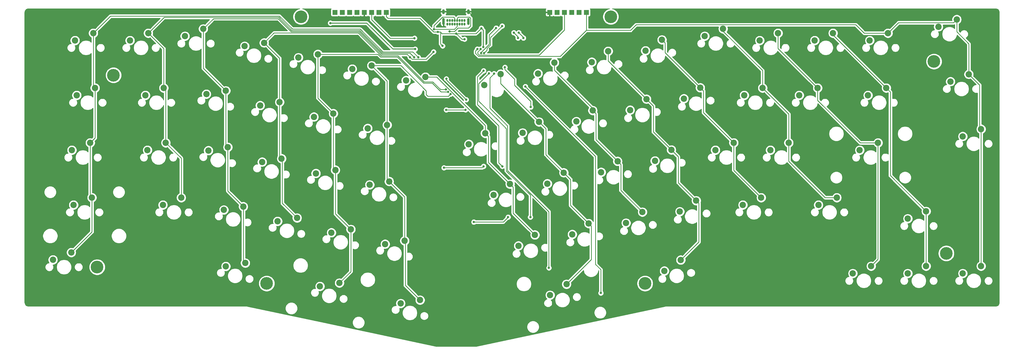
<source format=gbr>
G04 #@! TF.GenerationSoftware,KiCad,Pcbnew,(5.1.6)-1*
G04 #@! TF.CreationDate,2020-09-14T21:11:51+02:00*
G04 #@! TF.ProjectId,arisu,61726973-752e-46b6-9963-61645f706362,1.1*
G04 #@! TF.SameCoordinates,Original*
G04 #@! TF.FileFunction,Copper,L1,Top*
G04 #@! TF.FilePolarity,Positive*
%FSLAX46Y46*%
G04 Gerber Fmt 4.6, Leading zero omitted, Abs format (unit mm)*
G04 Created by KiCad (PCBNEW (5.1.6)-1) date 2020-09-14 21:11:51*
%MOMM*%
%LPD*%
G01*
G04 APERTURE LIST*
G04 #@! TA.AperFunction,ComponentPad*
%ADD10C,2.200000*%
G04 #@! TD*
G04 #@! TA.AperFunction,ComponentPad*
%ADD11O,0.650000X1.000000*%
G04 #@! TD*
G04 #@! TA.AperFunction,ComponentPad*
%ADD12O,0.900000X2.400000*%
G04 #@! TD*
G04 #@! TA.AperFunction,ComponentPad*
%ADD13O,0.900000X1.700000*%
G04 #@! TD*
G04 #@! TA.AperFunction,ComponentPad*
%ADD14C,4.400000*%
G04 #@! TD*
G04 #@! TA.AperFunction,ComponentPad*
%ADD15R,1.700000X1.700000*%
G04 #@! TD*
G04 #@! TA.AperFunction,ViaPad*
%ADD16C,0.800000*%
G04 #@! TD*
G04 #@! TA.AperFunction,Conductor*
%ADD17C,0.375000*%
G04 #@! TD*
G04 #@! TA.AperFunction,Conductor*
%ADD18C,0.250000*%
G04 #@! TD*
G04 #@! TA.AperFunction,Conductor*
%ADD19C,0.254000*%
G04 #@! TD*
G04 APERTURE END LIST*
D10*
X164972183Y-48881721D03*
X158232850Y-50045976D03*
X191017518Y-47824812D03*
X185334377Y-51629546D03*
D11*
X174275000Y-30530000D03*
X172575000Y-30530000D03*
X173425000Y-30530000D03*
X175125000Y-30530000D03*
X175975000Y-30530000D03*
X176825000Y-30530000D03*
X177675000Y-30530000D03*
X178525000Y-30530000D03*
X172575000Y-29205000D03*
X173430000Y-29205000D03*
X174280000Y-29205000D03*
X175130000Y-29205000D03*
X175980000Y-29205000D03*
X176830000Y-29205000D03*
X177680000Y-29205000D03*
X178530000Y-29205000D03*
D12*
X171225000Y-29550000D03*
X179875000Y-29550000D03*
D13*
X171225000Y-26170000D03*
X179875000Y-26170000D03*
D14*
X241060000Y-120609000D03*
X345450000Y-110158000D03*
D15*
X220726000Y-26416000D03*
X218186000Y-26416000D03*
X215646000Y-26416000D03*
X213106000Y-26416000D03*
X210566000Y-26416000D03*
X208026000Y-26416000D03*
X141224000Y-26416000D03*
X138684000Y-26416000D03*
X136144000Y-26416000D03*
X133604000Y-26416000D03*
D10*
X49880000Y-33640000D03*
X43530000Y-36180000D03*
X44130000Y-55230000D03*
X50480000Y-52690000D03*
X42446250Y-74280000D03*
X48796250Y-71740000D03*
X43033750Y-93330000D03*
X49383750Y-90790000D03*
X35900000Y-112380000D03*
X42250000Y-109840000D03*
X68930000Y-33640000D03*
X62580000Y-36180000D03*
X74290000Y-52690000D03*
X67940000Y-55230000D03*
X74990000Y-71740000D03*
X68640000Y-74280000D03*
X80340000Y-90790000D03*
X73990000Y-93330000D03*
X87980000Y-32139600D03*
X81630000Y-34679600D03*
X95793083Y-53652921D03*
X89053750Y-54817176D03*
X96490683Y-73276821D03*
X89751350Y-74441076D03*
X101846783Y-93890921D03*
X95107450Y-95055176D03*
X95805178Y-114678756D03*
X102544511Y-113514500D03*
X109070683Y-36999621D03*
X102331350Y-38163876D03*
X114427183Y-57613621D03*
X107687850Y-58777876D03*
X115124183Y-77237521D03*
X108384850Y-78401776D03*
X120480183Y-97851621D03*
X113740850Y-99015876D03*
X127704183Y-40960321D03*
X120964850Y-42124576D03*
X133060183Y-61574421D03*
X126320850Y-62738676D03*
X133758183Y-81198321D03*
X127018850Y-82362576D03*
X139114183Y-101812321D03*
X132374850Y-102976576D03*
X128413706Y-121609935D03*
X135153039Y-120445679D03*
X146338183Y-44921021D03*
X139598850Y-46085276D03*
X151694183Y-65535121D03*
X144954850Y-66699376D03*
X152392183Y-85159021D03*
X145652850Y-86323276D03*
X157748183Y-105773121D03*
X151008850Y-106937376D03*
X163104183Y-126387321D03*
X156364850Y-127551576D03*
X185660518Y-68438912D03*
X179977377Y-72243646D03*
X194280518Y-86082512D03*
X188597377Y-89887246D03*
X202899518Y-103726412D03*
X197216377Y-107531146D03*
X204294518Y-64478212D03*
X198611377Y-68282946D03*
X212913518Y-82121812D03*
X207230377Y-85926546D03*
X221532518Y-99765312D03*
X215849377Y-103570046D03*
X208164875Y-124679518D03*
X213848016Y-120874784D03*
X209650518Y-43864112D03*
X203967377Y-47668846D03*
X222928518Y-60517512D03*
X217245377Y-64322246D03*
X231547518Y-78161012D03*
X225864377Y-81965746D03*
X240166518Y-95804612D03*
X234483377Y-99609346D03*
X228284518Y-39903412D03*
X222601377Y-43708146D03*
X241562518Y-56556812D03*
X235879377Y-60361546D03*
X250181518Y-74200312D03*
X244498377Y-78005046D03*
X258800518Y-91843912D03*
X253117377Y-95648646D03*
X247760805Y-116262966D03*
X253443946Y-112458232D03*
X246918518Y-35942712D03*
X241235377Y-39747446D03*
X260195518Y-52596112D03*
X254512377Y-56400846D03*
X271790000Y-71740000D03*
X265440000Y-74280000D03*
X281315000Y-90790000D03*
X274965000Y-93330000D03*
X268110000Y-32139600D03*
X261760000Y-34679600D03*
X281800000Y-52690000D03*
X275450000Y-55230000D03*
X290840000Y-71740000D03*
X284490000Y-74280000D03*
X301158750Y-93330000D03*
X307508750Y-90790000D03*
X287160000Y-33640000D03*
X280810000Y-36180000D03*
X300850000Y-52690000D03*
X294500000Y-55230000D03*
X315446250Y-74280000D03*
X321796250Y-71740000D03*
X319415000Y-114603000D03*
X313065000Y-117143000D03*
X306210000Y-33640000D03*
X299860000Y-36180000D03*
X318319500Y-55230000D03*
X324669500Y-52690000D03*
X338465000Y-95552500D03*
X332115000Y-98092500D03*
X338465000Y-114603000D03*
X332115000Y-117143000D03*
X325260000Y-33640000D03*
X318910000Y-36180000D03*
X349073000Y-28877500D03*
X342723000Y-31417500D03*
X353245000Y-47927500D03*
X346895000Y-50467500D03*
X357515000Y-66977500D03*
X351165000Y-69517500D03*
X357515000Y-114603000D03*
X351165000Y-117143000D03*
D15*
X151384000Y-26416000D03*
X146304000Y-26416000D03*
X148844000Y-26416000D03*
X143764000Y-26416000D03*
D14*
X56865000Y-48245000D03*
X51197500Y-114920000D03*
X121827000Y-27932500D03*
X109959000Y-120609000D03*
X229193000Y-27932500D03*
X341180000Y-43482500D03*
D16*
X161260000Y-33210000D03*
X171170000Y-42300000D03*
X171010000Y-48700000D03*
X174450000Y-35630000D03*
X187270000Y-39030000D03*
X194727500Y-38572500D03*
X182660000Y-32000000D03*
X170920000Y-38070000D03*
X169240000Y-33210000D03*
X184320000Y-31910000D03*
X175660000Y-33770000D03*
X172200000Y-49500000D03*
X179090000Y-56750000D03*
X178510000Y-35720000D03*
X185040000Y-38450000D03*
X161380000Y-39180000D03*
X132020000Y-30130000D03*
X192510000Y-45510000D03*
X201430656Y-59299344D03*
X178860000Y-60270000D03*
X172180000Y-60300000D03*
X185110000Y-46700000D03*
X191590000Y-79920000D03*
X171380000Y-80410000D03*
X185106556Y-79913444D03*
X186970000Y-47620000D03*
X201320000Y-97560000D03*
X181740000Y-99260000D03*
X193602956Y-97557044D03*
X188750000Y-47710000D03*
X207750000Y-115200000D03*
X199590000Y-52180000D03*
X225747056Y-123932944D03*
X182960000Y-39160000D03*
X184100000Y-39160000D03*
X185280000Y-40540000D03*
X191540000Y-31150000D03*
X162470000Y-42000000D03*
X161040000Y-42000000D03*
X159650000Y-42000000D03*
X167780000Y-40130000D03*
X172050000Y-53230000D03*
X172850000Y-54020000D03*
X173650000Y-54790000D03*
X195590000Y-33480000D03*
X197030000Y-35320000D03*
X184280000Y-40540000D03*
X189450000Y-31850000D03*
X197310000Y-33480000D03*
X198920000Y-35320000D03*
X167930000Y-32260000D03*
X173352500Y-33052500D03*
X161170000Y-35390000D03*
D17*
X194270000Y-39030000D02*
X194727500Y-38572500D01*
X187270000Y-39030000D02*
X194270000Y-39030000D01*
X182660000Y-28955000D02*
X179875000Y-26170000D01*
X182660000Y-32000000D02*
X182660000Y-28955000D01*
D18*
X170220000Y-37370000D02*
X170920000Y-38070000D01*
X170220000Y-35530000D02*
X170220000Y-37370000D01*
X170220000Y-35530000D02*
X170220000Y-33330000D01*
X170100000Y-33210000D02*
X169240000Y-33210000D01*
X170220000Y-33330000D02*
X170100000Y-33210000D01*
X182452499Y-33777501D02*
X170667501Y-33777501D01*
X170667501Y-33777501D02*
X170220000Y-33330000D01*
X184320000Y-31910000D02*
X182452499Y-33777501D01*
X167806998Y-33210000D02*
X163070000Y-28473002D01*
X169240000Y-33210000D02*
X167806998Y-33210000D01*
X163070000Y-28473002D02*
X151983002Y-28473002D01*
X151384000Y-27874000D02*
X151384000Y-26416000D01*
X151983002Y-28473002D02*
X151384000Y-27874000D01*
X172200000Y-49860000D02*
X172200000Y-49500000D01*
X179090000Y-56750000D02*
X172200000Y-49860000D01*
X177610000Y-35720000D02*
X175660000Y-33770000D01*
X178510000Y-35720000D02*
X177610000Y-35720000D01*
D17*
X185040000Y-32630000D02*
X184320000Y-31910000D01*
X185040000Y-38450000D02*
X185040000Y-32630000D01*
X132020000Y-30130000D02*
X144600000Y-30130000D01*
X153650000Y-39180000D02*
X161380000Y-39180000D01*
X144600000Y-30130000D02*
X153650000Y-39180000D01*
D18*
X192510000Y-45510000D02*
X192510000Y-46270000D01*
X192510000Y-46270000D02*
X195840000Y-49600000D01*
X195840000Y-49600000D02*
X195840000Y-51740000D01*
X195840000Y-51740000D02*
X201430000Y-57330000D01*
X201430000Y-57330000D02*
X201430000Y-59300000D01*
X178830000Y-60300000D02*
X178860000Y-60270000D01*
X172180000Y-60300000D02*
X178830000Y-60300000D01*
X182995214Y-48814786D02*
X182995214Y-58435214D01*
X185110000Y-46700000D02*
X182995214Y-48814786D01*
X190376206Y-65816206D02*
X190376206Y-78706206D01*
X182995214Y-58435214D02*
X190376206Y-65816206D01*
X190376206Y-78706206D02*
X191590000Y-79920000D01*
X191590000Y-79920000D02*
X191590000Y-79920000D01*
X171380000Y-80410000D02*
X184600000Y-80410000D01*
X184600000Y-80410000D02*
X185100000Y-79910000D01*
X183445224Y-51144776D02*
X183445224Y-57255224D01*
X186970000Y-47620000D02*
X183445224Y-51144776D01*
X183445224Y-57255224D02*
X190170000Y-63980000D01*
X190170000Y-63980000D02*
X192990000Y-66800000D01*
X192990000Y-66800000D02*
X192990000Y-81540000D01*
X192990000Y-81540000D02*
X201320000Y-89870000D01*
X201320000Y-89870000D02*
X201320000Y-97560000D01*
X201320000Y-97560000D02*
X201320000Y-97560000D01*
X181740000Y-99260000D02*
X191920000Y-99260000D01*
X191920000Y-99260000D02*
X193620000Y-97560000D01*
X187264214Y-49195786D02*
X187264214Y-59714214D01*
X188750000Y-47710000D02*
X187264214Y-49195786D01*
X187264214Y-59714214D02*
X191180000Y-63630000D01*
X193440010Y-81353600D02*
X207750000Y-95663590D01*
X191180000Y-63630000D02*
X193440010Y-65890010D01*
X193440010Y-65890010D02*
X193440010Y-81353600D01*
X207750000Y-95663590D02*
X207750000Y-115200000D01*
X207750000Y-115200000D02*
X207750000Y-115200000D01*
X223898204Y-113948509D02*
X225740000Y-115790305D01*
X199590000Y-52180000D02*
X223898204Y-76488204D01*
X223898204Y-76488204D02*
X223898204Y-113948509D01*
X225740000Y-115790305D02*
X225740000Y-123930000D01*
X347958001Y-29992499D02*
X349073000Y-28877500D01*
X328907501Y-29992499D02*
X347958001Y-29992499D01*
X325260000Y-33640000D02*
X328907501Y-29992499D01*
X353245000Y-37328502D02*
X353245000Y-47927500D01*
X349073000Y-33156502D02*
X353245000Y-37328502D01*
X349073000Y-28877500D02*
X349073000Y-33156502D01*
X356960001Y-66422501D02*
X357515000Y-66977500D01*
X353245000Y-47927500D02*
X356960001Y-51642501D01*
X356960001Y-51642501D02*
X356960001Y-66422501D01*
X357515000Y-66977500D02*
X357515000Y-114603000D01*
X182960000Y-39160000D02*
X183026998Y-39160000D01*
X220726000Y-32654000D02*
X220726000Y-26416000D01*
X182960000Y-39160000D02*
X182340000Y-39780000D01*
X182340000Y-39780000D02*
X182340000Y-40626410D01*
X182340000Y-40626410D02*
X183428601Y-41715011D01*
X183428601Y-41715011D02*
X211664989Y-41715011D01*
X211664989Y-41715011D02*
X220726000Y-32654000D01*
X325260000Y-33640000D02*
X316990000Y-33640000D01*
X314064599Y-30714599D02*
X237985401Y-30714599D01*
X316990000Y-33640000D02*
X314064599Y-30714599D01*
X236046000Y-32654000D02*
X220726000Y-32654000D01*
X237985401Y-30714599D02*
X236046000Y-32654000D01*
X222429216Y-112293584D02*
X222429216Y-100662010D01*
X222429216Y-100662010D02*
X221532518Y-99765312D01*
X213848016Y-120874784D02*
X222429216Y-112293584D01*
X215279204Y-84487498D02*
X212913518Y-82121812D01*
X215279204Y-93511998D02*
X215279204Y-84487498D01*
X221532518Y-99765312D02*
X215279204Y-93511998D01*
X206660204Y-66843898D02*
X204294518Y-64478212D01*
X206660204Y-75868498D02*
X206660204Y-66843898D01*
X212913518Y-82121812D02*
X206660204Y-75868498D01*
X191017518Y-51201212D02*
X191017518Y-47824812D01*
X204294518Y-64478212D02*
X191017518Y-51201212D01*
X213106000Y-32544000D02*
X213106000Y-26416000D01*
X183615001Y-41265001D02*
X204384999Y-41265001D01*
X183040000Y-40220000D02*
X183040000Y-40690000D01*
X184100000Y-39160000D02*
X183040000Y-40220000D01*
X183040000Y-40690000D02*
X183615001Y-41265001D01*
X204384999Y-41265001D02*
X213106000Y-32544000D01*
X185280000Y-40540000D02*
X186290000Y-39530000D01*
X186290000Y-38936998D02*
X187510000Y-37716998D01*
X186290000Y-39530000D02*
X186290000Y-38936998D01*
X187510000Y-35180000D02*
X191540000Y-31150000D01*
X187510000Y-37716998D02*
X187510000Y-35180000D01*
X49880000Y-52090000D02*
X50480000Y-52690000D01*
X49880000Y-33640000D02*
X49880000Y-52090000D01*
X50480000Y-70056250D02*
X48796250Y-71740000D01*
X50480000Y-52690000D02*
X50480000Y-70056250D01*
X48796250Y-90202500D02*
X49383750Y-90790000D01*
X48796250Y-71740000D02*
X48796250Y-90202500D01*
X49383750Y-102706250D02*
X42250000Y-109840000D01*
X49383750Y-90790000D02*
X49383750Y-102706250D01*
X49880000Y-33640000D02*
X55820000Y-27700000D01*
X55820000Y-27700000D02*
X114330000Y-27700000D01*
X114330000Y-27700000D02*
X118860000Y-32230000D01*
X118860000Y-32230000D02*
X142340000Y-32230000D01*
X142340000Y-32230000D02*
X150230000Y-40120000D01*
X162470000Y-41930000D02*
X162470000Y-41930000D01*
X160590000Y-40120000D02*
X162470000Y-42000000D01*
X150230000Y-40120000D02*
X160590000Y-40120000D01*
X80340000Y-77090000D02*
X74990000Y-71740000D01*
X80340000Y-90790000D02*
X80340000Y-77090000D01*
X74990000Y-53390000D02*
X74290000Y-52690000D01*
X74990000Y-71740000D02*
X74990000Y-53390000D01*
X74290000Y-39000000D02*
X68930000Y-33640000D01*
X74290000Y-52690000D02*
X74290000Y-39000000D01*
X74419990Y-28150010D02*
X114143600Y-28150010D01*
X114143600Y-28150010D02*
X118673599Y-32680009D01*
X68930000Y-33640000D02*
X74419990Y-28150010D01*
X118673599Y-32680009D02*
X142153599Y-32680009D01*
X142153599Y-32680009D02*
X150043600Y-40570010D01*
X159610010Y-40570010D02*
X161040000Y-42000000D01*
X150043600Y-40570010D02*
X159610010Y-40570010D01*
X101846783Y-112816772D02*
X101846783Y-93890921D01*
X102544511Y-113514500D02*
X101846783Y-112816772D01*
X87980000Y-45839838D02*
X95793083Y-53652921D01*
X87980000Y-32139600D02*
X87980000Y-45839838D01*
X95793083Y-72579221D02*
X96490683Y-73276821D01*
X95793083Y-53652921D02*
X95793083Y-72579221D01*
X96490683Y-88534821D02*
X101846783Y-93890921D01*
X96490683Y-73276821D02*
X96490683Y-88534821D01*
X91519580Y-28600020D02*
X113957200Y-28600020D01*
X87980000Y-32139600D02*
X91519580Y-28600020D01*
X113957200Y-28600020D02*
X118487199Y-33130019D01*
X118487199Y-33130019D02*
X141967199Y-33130019D01*
X141967199Y-33130019D02*
X149857200Y-41020020D01*
X149857200Y-41020020D02*
X158670020Y-41020020D01*
X158670020Y-41020020D02*
X159650000Y-42000000D01*
X165184999Y-42725001D02*
X167780000Y-40130000D01*
X160375001Y-42725001D02*
X165184999Y-42725001D01*
X159650000Y-42000000D02*
X160375001Y-42725001D01*
X115377486Y-77490824D02*
X115124183Y-77237521D01*
X115377486Y-92748924D02*
X115377486Y-77490824D01*
X120480183Y-97851621D02*
X115377486Y-92748924D01*
X114427183Y-76540521D02*
X114427183Y-57613621D01*
X115124183Y-77237521D02*
X114427183Y-76540521D01*
X114427183Y-42356121D02*
X109070683Y-36999621D01*
X114427183Y-57613621D02*
X114427183Y-42356121D01*
X149670799Y-41470029D02*
X141780799Y-33580029D01*
X112490275Y-33580029D02*
X109070683Y-36999621D01*
X141780799Y-33580029D02*
X112490275Y-33580029D01*
X149670799Y-41470029D02*
X155451489Y-41470029D01*
X164541460Y-50560000D02*
X155451489Y-41470029D01*
X172050000Y-53230000D02*
X170200000Y-53230000D01*
X167530000Y-50560000D02*
X164541460Y-50560000D01*
X170200000Y-53230000D02*
X167530000Y-50560000D01*
X127704183Y-56218421D02*
X133060183Y-61574421D01*
X127704183Y-40960321D02*
X127704183Y-56218421D01*
X133060183Y-80500321D02*
X133758183Y-81198321D01*
X133060183Y-61574421D02*
X133060183Y-80500321D01*
X133758183Y-96456321D02*
X139114183Y-101812321D01*
X133758183Y-81198321D02*
X133758183Y-96456321D01*
X139114183Y-116484535D02*
X135153039Y-120445679D01*
X139114183Y-101812321D02*
X139114183Y-116484535D01*
X148520321Y-40960321D02*
X127704183Y-40960321D01*
X149480039Y-41920039D02*
X148520321Y-40960321D01*
X149480039Y-41920039D02*
X155265089Y-41920039D01*
X170353590Y-54020000D02*
X172850000Y-54020000D01*
X164355059Y-51010009D02*
X167343599Y-51010009D01*
X167343599Y-51010009D02*
X170353590Y-54020000D01*
X155265089Y-41920039D02*
X164355059Y-51010009D01*
X158001486Y-106026424D02*
X157748183Y-105773121D01*
X158001486Y-121284624D02*
X158001486Y-106026424D01*
X163104183Y-126387321D02*
X158001486Y-121284624D01*
X157748183Y-90515021D02*
X152392183Y-85159021D01*
X157748183Y-105773121D02*
X157748183Y-90515021D01*
X151694183Y-84461021D02*
X151694183Y-65535121D01*
X152392183Y-85159021D02*
X151694183Y-84461021D01*
X151694183Y-50277021D02*
X146338183Y-44921021D01*
X151694183Y-65535121D02*
X151694183Y-50277021D01*
X156470905Y-44921021D02*
X146338183Y-44921021D01*
X165225486Y-53675602D02*
X156470905Y-44921021D01*
X165225486Y-54942807D02*
X165225486Y-53675602D01*
X165836486Y-55553807D02*
X165225486Y-54942807D01*
X172886193Y-55553807D02*
X165836486Y-55553807D01*
X173650000Y-54790000D02*
X172886193Y-55553807D01*
X186760517Y-78562511D02*
X194280518Y-86082512D01*
X186760517Y-69538911D02*
X186760517Y-78562511D01*
X185660518Y-68438912D02*
X186760517Y-69538911D01*
X195380517Y-96207411D02*
X202899518Y-103726412D01*
X195380517Y-87182511D02*
X195380517Y-96207411D01*
X194280518Y-86082512D02*
X195380517Y-87182511D01*
X185660518Y-65727516D02*
X185660518Y-68438912D01*
X164972183Y-48881721D02*
X168814723Y-48881721D01*
X185660518Y-65727516D02*
X168814723Y-48881721D01*
X209650518Y-46503321D02*
X222928518Y-59781321D01*
X222928518Y-59781321D02*
X222928518Y-60517512D01*
X209650518Y-43864112D02*
X209650518Y-46503321D01*
X224028517Y-61617511D02*
X224028517Y-70642011D01*
X224028517Y-70642011D02*
X231547518Y-78161012D01*
X222928518Y-60517512D02*
X224028517Y-61617511D01*
X232647517Y-88285611D02*
X240166518Y-95804612D01*
X232647517Y-79261011D02*
X232647517Y-88285611D01*
X231547518Y-78161012D02*
X232647517Y-79261011D01*
X197030000Y-34920000D02*
X195590000Y-33480000D01*
X197030000Y-35320000D02*
X197030000Y-34920000D01*
X259697216Y-92740610D02*
X258800518Y-91843912D01*
X259697216Y-106204962D02*
X259697216Y-92740610D01*
X253443946Y-112458232D02*
X259697216Y-106204962D01*
X252547204Y-76565998D02*
X250181518Y-74200312D01*
X252547204Y-85590598D02*
X252547204Y-76565998D01*
X258800518Y-91843912D02*
X252547204Y-85590598D01*
X243928204Y-58922498D02*
X241562518Y-56556812D01*
X243928204Y-67946998D02*
X243928204Y-58922498D01*
X250181518Y-74200312D02*
X243928204Y-67946998D01*
X228284518Y-43278812D02*
X228284518Y-39903412D01*
X241562518Y-56556812D02*
X228284518Y-43278812D01*
X184280000Y-40540000D02*
X184280000Y-40466998D01*
X189450000Y-31850000D02*
X189450000Y-31850000D01*
X198920000Y-35090000D02*
X198920000Y-35320000D01*
X197310000Y-33480000D02*
X198920000Y-35090000D01*
X184280000Y-40310588D02*
X184280000Y-40540000D01*
X187059990Y-37530598D02*
X184280000Y-40310588D01*
X187059990Y-34240010D02*
X187059990Y-37530598D01*
X189450000Y-31850000D02*
X187059990Y-34240010D01*
X248018517Y-40419111D02*
X260195518Y-52596112D01*
X248018517Y-37042711D02*
X248018517Y-40419111D01*
X246918518Y-35942712D02*
X248018517Y-37042711D01*
X261295517Y-61245517D02*
X271790000Y-71740000D01*
X261295517Y-53696111D02*
X261295517Y-61245517D01*
X260195518Y-52596112D02*
X261295517Y-53696111D01*
X271790000Y-81265000D02*
X281315000Y-90790000D01*
X271790000Y-71740000D02*
X271790000Y-81265000D01*
X290840000Y-78151000D02*
X290840000Y-71740000D01*
X303479000Y-90790000D02*
X290840000Y-78151000D01*
X307508750Y-90790000D02*
X303479000Y-90790000D01*
X290840000Y-61730000D02*
X281800000Y-52690000D01*
X290840000Y-71740000D02*
X290840000Y-61730000D01*
X268110000Y-32940598D02*
X268110000Y-32139600D01*
X281800000Y-46630598D02*
X268110000Y-32940598D01*
X281800000Y-52690000D02*
X281800000Y-46630598D01*
X287160000Y-39000000D02*
X300850000Y-52690000D01*
X287160000Y-33640000D02*
X287160000Y-39000000D01*
X315620998Y-71740000D02*
X321796250Y-71740000D01*
X300850000Y-56969002D02*
X315620998Y-71740000D01*
X300850000Y-52690000D02*
X300850000Y-56969002D01*
X321796250Y-112221750D02*
X319415000Y-114603000D01*
X321796250Y-71740000D02*
X321796250Y-112221750D01*
X338465000Y-114603000D02*
X338465000Y-95552500D01*
X326034499Y-54054999D02*
X324669500Y-52690000D01*
X326034499Y-83121999D02*
X326034499Y-54054999D01*
X338465000Y-95552500D02*
X326034499Y-83121999D01*
X306210000Y-34230500D02*
X306210000Y-33640000D01*
X324669500Y-52690000D02*
X306210000Y-34230500D01*
X174995000Y-32260000D02*
X167930000Y-32260000D01*
X175975000Y-31280000D02*
X174995000Y-32260000D01*
X175975000Y-30530000D02*
X175975000Y-31280000D01*
X167930000Y-30998971D02*
X167930000Y-32260000D01*
X170903981Y-28024990D02*
X167930000Y-30998971D01*
X174699990Y-28024990D02*
X170903981Y-28024990D01*
X175130000Y-28455000D02*
X174699990Y-28024990D01*
X175130000Y-29205000D02*
X175130000Y-28455000D01*
X176410010Y-28024990D02*
X175980000Y-28455000D01*
X175980000Y-28455000D02*
X175980000Y-29205000D01*
X180196019Y-28024990D02*
X176410010Y-28024990D01*
X175067500Y-33052500D02*
X176240000Y-31880000D01*
X173352500Y-33052500D02*
X175067500Y-33052500D01*
X180650010Y-28478981D02*
X180196019Y-28024990D01*
X180650010Y-31099990D02*
X180650010Y-28478981D01*
X176240000Y-31880000D02*
X179870000Y-31880000D01*
X179870000Y-31880000D02*
X180650010Y-31099990D01*
X146304000Y-26416000D02*
X146304000Y-28974000D01*
X152720000Y-35390000D02*
X161170000Y-35390000D01*
X146304000Y-28974000D02*
X152720000Y-35390000D01*
D19*
G36*
X121000061Y-25206448D02*
G01*
X120484124Y-25420156D01*
X120019793Y-25730412D01*
X119624912Y-26125293D01*
X119314656Y-26589624D01*
X119100948Y-27105561D01*
X118992000Y-27653277D01*
X118992000Y-28211723D01*
X119100948Y-28759439D01*
X119314656Y-29275376D01*
X119624912Y-29739707D01*
X120019793Y-30134588D01*
X120484124Y-30444844D01*
X121000061Y-30658552D01*
X121547777Y-30767500D01*
X122106223Y-30767500D01*
X122653939Y-30658552D01*
X123169876Y-30444844D01*
X123634207Y-30134588D01*
X124029088Y-29739707D01*
X124339344Y-29275376D01*
X124553052Y-28759439D01*
X124662000Y-28211723D01*
X124662000Y-27653277D01*
X124553052Y-27105561D01*
X124339344Y-26589624D01*
X124029088Y-26125293D01*
X123634207Y-25730412D01*
X123169876Y-25420156D01*
X122653939Y-25206448D01*
X122332497Y-25142509D01*
X132280087Y-25142509D01*
X132223463Y-25211506D01*
X132164498Y-25321820D01*
X132128188Y-25441518D01*
X132115928Y-25566000D01*
X132115928Y-27266000D01*
X132128188Y-27390482D01*
X132164498Y-27510180D01*
X132223463Y-27620494D01*
X132302815Y-27717185D01*
X132399506Y-27796537D01*
X132509820Y-27855502D01*
X132629518Y-27891812D01*
X132754000Y-27904072D01*
X134454000Y-27904072D01*
X134578482Y-27891812D01*
X134698180Y-27855502D01*
X134808494Y-27796537D01*
X134874000Y-27742778D01*
X134939506Y-27796537D01*
X135049820Y-27855502D01*
X135169518Y-27891812D01*
X135294000Y-27904072D01*
X136994000Y-27904072D01*
X137118482Y-27891812D01*
X137238180Y-27855502D01*
X137348494Y-27796537D01*
X137414000Y-27742778D01*
X137479506Y-27796537D01*
X137589820Y-27855502D01*
X137709518Y-27891812D01*
X137834000Y-27904072D01*
X139534000Y-27904072D01*
X139658482Y-27891812D01*
X139778180Y-27855502D01*
X139888494Y-27796537D01*
X139954000Y-27742778D01*
X140019506Y-27796537D01*
X140129820Y-27855502D01*
X140249518Y-27891812D01*
X140374000Y-27904072D01*
X142074000Y-27904072D01*
X142198482Y-27891812D01*
X142318180Y-27855502D01*
X142428494Y-27796537D01*
X142494000Y-27742778D01*
X142559506Y-27796537D01*
X142669820Y-27855502D01*
X142789518Y-27891812D01*
X142914000Y-27904072D01*
X143478250Y-27901000D01*
X143637000Y-27742250D01*
X143637000Y-26543000D01*
X143617000Y-26543000D01*
X143617000Y-26289000D01*
X143637000Y-26289000D01*
X143637000Y-26269000D01*
X143891000Y-26269000D01*
X143891000Y-26289000D01*
X143911000Y-26289000D01*
X143911000Y-26543000D01*
X143891000Y-26543000D01*
X143891000Y-27742250D01*
X144049750Y-27901000D01*
X144614000Y-27904072D01*
X144738482Y-27891812D01*
X144858180Y-27855502D01*
X144968494Y-27796537D01*
X145034000Y-27742778D01*
X145099506Y-27796537D01*
X145209820Y-27855502D01*
X145329518Y-27891812D01*
X145454000Y-27904072D01*
X145544001Y-27904072D01*
X145544001Y-28936668D01*
X145540324Y-28974000D01*
X145544001Y-29011333D01*
X145554998Y-29122986D01*
X145566392Y-29160546D01*
X145598454Y-29266246D01*
X145669026Y-29398276D01*
X145738774Y-29483263D01*
X145764000Y-29514001D01*
X145792998Y-29537799D01*
X152156201Y-35901003D01*
X152179999Y-35930001D01*
X152295724Y-36024974D01*
X152427753Y-36095546D01*
X152571014Y-36139003D01*
X152682667Y-36150000D01*
X152682676Y-36150000D01*
X152719999Y-36153676D01*
X152757322Y-36150000D01*
X160466289Y-36150000D01*
X160510226Y-36193937D01*
X160679744Y-36307205D01*
X160868102Y-36385226D01*
X161068061Y-36425000D01*
X161271939Y-36425000D01*
X161471898Y-36385226D01*
X161660256Y-36307205D01*
X161829774Y-36193937D01*
X161973937Y-36049774D01*
X162087205Y-35880256D01*
X162165226Y-35691898D01*
X162205000Y-35491939D01*
X162205000Y-35288061D01*
X162165226Y-35088102D01*
X162087205Y-34899744D01*
X161973937Y-34730226D01*
X161829774Y-34586063D01*
X161660256Y-34472795D01*
X161471898Y-34394774D01*
X161271939Y-34355000D01*
X161068061Y-34355000D01*
X160868102Y-34394774D01*
X160679744Y-34472795D01*
X160510226Y-34586063D01*
X160466289Y-34630000D01*
X153034802Y-34630000D01*
X147064000Y-28659199D01*
X147064000Y-27904072D01*
X147154000Y-27904072D01*
X147278482Y-27891812D01*
X147398180Y-27855502D01*
X147508494Y-27796537D01*
X147574000Y-27742778D01*
X147639506Y-27796537D01*
X147749820Y-27855502D01*
X147869518Y-27891812D01*
X147994000Y-27904072D01*
X149694000Y-27904072D01*
X149818482Y-27891812D01*
X149938180Y-27855502D01*
X150048494Y-27796537D01*
X150114000Y-27742778D01*
X150179506Y-27796537D01*
X150289820Y-27855502D01*
X150409518Y-27891812D01*
X150534000Y-27904072D01*
X150623286Y-27904072D01*
X150624000Y-27911322D01*
X150624000Y-27911332D01*
X150634997Y-28022985D01*
X150665723Y-28124276D01*
X150678454Y-28166246D01*
X150749026Y-28298276D01*
X150779144Y-28334974D01*
X150843999Y-28414001D01*
X150873002Y-28437803D01*
X151419202Y-28984004D01*
X151443001Y-29013003D01*
X151558726Y-29107976D01*
X151690755Y-29178548D01*
X151834016Y-29222005D01*
X151945669Y-29233002D01*
X151945677Y-29233002D01*
X151983002Y-29236678D01*
X152020327Y-29233002D01*
X162755199Y-29233002D01*
X167243198Y-33721002D01*
X167266997Y-33750001D01*
X167382722Y-33844974D01*
X167514751Y-33915546D01*
X167658012Y-33959003D01*
X167769665Y-33970000D01*
X167769675Y-33970000D01*
X167806998Y-33973676D01*
X167844321Y-33970000D01*
X168536289Y-33970000D01*
X168580226Y-34013937D01*
X168749744Y-34127205D01*
X168938102Y-34205226D01*
X169138061Y-34245000D01*
X169341939Y-34245000D01*
X169460001Y-34221516D01*
X169460000Y-35492667D01*
X169460000Y-35492668D01*
X169460001Y-37332668D01*
X169456324Y-37370000D01*
X169460001Y-37407333D01*
X169470998Y-37518986D01*
X169475187Y-37532795D01*
X169514454Y-37662246D01*
X169585026Y-37794276D01*
X169643875Y-37865983D01*
X169680000Y-37910001D01*
X169708997Y-37933799D01*
X169885000Y-38109802D01*
X169885000Y-38171939D01*
X169924774Y-38371898D01*
X170002795Y-38560256D01*
X170116063Y-38729774D01*
X170260226Y-38873937D01*
X170429744Y-38987205D01*
X170618102Y-39065226D01*
X170818061Y-39105000D01*
X171021939Y-39105000D01*
X171221898Y-39065226D01*
X171410256Y-38987205D01*
X171579774Y-38873937D01*
X171723937Y-38729774D01*
X171837205Y-38560256D01*
X171915226Y-38371898D01*
X171955000Y-38171939D01*
X171955000Y-37968061D01*
X171915226Y-37768102D01*
X171837205Y-37579744D01*
X171723937Y-37410226D01*
X171579774Y-37266063D01*
X171410256Y-37152795D01*
X171221898Y-37074774D01*
X171021939Y-37035000D01*
X170980000Y-37035000D01*
X170980000Y-34537501D01*
X174963790Y-34537501D01*
X175000226Y-34573937D01*
X175169744Y-34687205D01*
X175358102Y-34765226D01*
X175558061Y-34805000D01*
X175620198Y-34805000D01*
X177046205Y-36231008D01*
X177069999Y-36260001D01*
X177098992Y-36283795D01*
X177098996Y-36283799D01*
X177164024Y-36337165D01*
X177185724Y-36354974D01*
X177317753Y-36425546D01*
X177461014Y-36469003D01*
X177572667Y-36480000D01*
X177572676Y-36480000D01*
X177609999Y-36483676D01*
X177647322Y-36480000D01*
X177806289Y-36480000D01*
X177850226Y-36523937D01*
X178019744Y-36637205D01*
X178208102Y-36715226D01*
X178408061Y-36755000D01*
X178611939Y-36755000D01*
X178811898Y-36715226D01*
X179000256Y-36637205D01*
X179169774Y-36523937D01*
X179313937Y-36379774D01*
X179427205Y-36210256D01*
X179505226Y-36021898D01*
X179545000Y-35821939D01*
X179545000Y-35618061D01*
X179505226Y-35418102D01*
X179427205Y-35229744D01*
X179313937Y-35060226D01*
X179169774Y-34916063D01*
X179000256Y-34802795D01*
X178811898Y-34724774D01*
X178611939Y-34685000D01*
X178408061Y-34685000D01*
X178208102Y-34724774D01*
X178019744Y-34802795D01*
X177868593Y-34903790D01*
X177502303Y-34537501D01*
X182415177Y-34537501D01*
X182452499Y-34541177D01*
X182489821Y-34537501D01*
X182489832Y-34537501D01*
X182601485Y-34526504D01*
X182744746Y-34483047D01*
X182876775Y-34412475D01*
X182992500Y-34317502D01*
X183016303Y-34288498D01*
X184217501Y-33087301D01*
X184217500Y-37818007D01*
X184122795Y-37959744D01*
X184054343Y-38125000D01*
X183998061Y-38125000D01*
X183798102Y-38164774D01*
X183609744Y-38242795D01*
X183530000Y-38296078D01*
X183450256Y-38242795D01*
X183261898Y-38164774D01*
X183061939Y-38125000D01*
X182858061Y-38125000D01*
X182658102Y-38164774D01*
X182469744Y-38242795D01*
X182300226Y-38356063D01*
X182156063Y-38500226D01*
X182042795Y-38669744D01*
X181964774Y-38858102D01*
X181925000Y-39058061D01*
X181925000Y-39120199D01*
X181829002Y-39216197D01*
X181799999Y-39239999D01*
X181757121Y-39292247D01*
X181705026Y-39355724D01*
X181643823Y-39470226D01*
X181634454Y-39487754D01*
X181590997Y-39631015D01*
X181580000Y-39742668D01*
X181580000Y-39742678D01*
X181576324Y-39780000D01*
X181580000Y-39817322D01*
X181580000Y-40589088D01*
X181576324Y-40626410D01*
X181580000Y-40663732D01*
X181580000Y-40663743D01*
X181590998Y-40775396D01*
X181601900Y-40811335D01*
X181634454Y-40918656D01*
X181705026Y-41050686D01*
X181757214Y-41114276D01*
X181800000Y-41166411D01*
X181828998Y-41190209D01*
X182864802Y-42226014D01*
X182888600Y-42255012D01*
X183004325Y-42349985D01*
X183136354Y-42420557D01*
X183279615Y-42464014D01*
X183391268Y-42475011D01*
X183391277Y-42475011D01*
X183428600Y-42478687D01*
X183465923Y-42475011D01*
X208606536Y-42475011D01*
X208544520Y-42516449D01*
X208302855Y-42758114D01*
X208112981Y-43042281D01*
X207982193Y-43358031D01*
X207915518Y-43693229D01*
X207915518Y-44034995D01*
X207982193Y-44370193D01*
X208112981Y-44685943D01*
X208302855Y-44970110D01*
X208544520Y-45211775D01*
X208828687Y-45401649D01*
X208890519Y-45427260D01*
X208890519Y-46465989D01*
X208886842Y-46503321D01*
X208890519Y-46540654D01*
X208891540Y-46551015D01*
X208901516Y-46652306D01*
X208944972Y-46795567D01*
X208958592Y-46821048D01*
X208481740Y-46726197D01*
X207962690Y-46726197D01*
X207453614Y-46827458D01*
X206974074Y-47026090D01*
X206542500Y-47314459D01*
X206175477Y-47681482D01*
X205887108Y-48113056D01*
X205688476Y-48592596D01*
X205587215Y-49101672D01*
X205587215Y-49620722D01*
X205688476Y-50129798D01*
X205887108Y-50609338D01*
X206175477Y-51040912D01*
X206542500Y-51407935D01*
X206974074Y-51696304D01*
X207453614Y-51894936D01*
X207962690Y-51996197D01*
X208481740Y-51996197D01*
X208990816Y-51894936D01*
X209470356Y-51696304D01*
X209901930Y-51407935D01*
X210268953Y-51040912D01*
X210557322Y-50609338D01*
X210755954Y-50129798D01*
X210857215Y-49620722D01*
X210857215Y-49101672D01*
X210778540Y-48706144D01*
X221542024Y-59469629D01*
X221390981Y-59695681D01*
X221260193Y-60011431D01*
X221193518Y-60346629D01*
X221193518Y-60688395D01*
X221260193Y-61023593D01*
X221390981Y-61339343D01*
X221580855Y-61623510D01*
X221822520Y-61865175D01*
X222106687Y-62055049D01*
X222422437Y-62185837D01*
X222757635Y-62252512D01*
X223099401Y-62252512D01*
X223268517Y-62218873D01*
X223268517Y-64056446D01*
X223179930Y-63967859D01*
X222748356Y-63679490D01*
X222268816Y-63480858D01*
X221759740Y-63379597D01*
X221240690Y-63379597D01*
X220731614Y-63480858D01*
X220252074Y-63679490D01*
X219820500Y-63967859D01*
X219453477Y-64334882D01*
X219165108Y-64766456D01*
X218966476Y-65245996D01*
X218865215Y-65755072D01*
X218865215Y-66274122D01*
X218966476Y-66783198D01*
X219165108Y-67262738D01*
X219453477Y-67694312D01*
X219820500Y-68061335D01*
X220252074Y-68349704D01*
X220731614Y-68548336D01*
X221240690Y-68649597D01*
X221759740Y-68649597D01*
X222268816Y-68548336D01*
X222748356Y-68349704D01*
X223179930Y-68061335D01*
X223268518Y-67972747D01*
X223268518Y-70604679D01*
X223264841Y-70642011D01*
X223268518Y-70679344D01*
X223279515Y-70790997D01*
X223285085Y-70809359D01*
X223322971Y-70934257D01*
X223393543Y-71066287D01*
X223452108Y-71137648D01*
X223488517Y-71182012D01*
X223517515Y-71205810D01*
X229904804Y-77593100D01*
X229879193Y-77654931D01*
X229812518Y-77990129D01*
X229812518Y-78331895D01*
X229879193Y-78667093D01*
X230009981Y-78982843D01*
X230199855Y-79267010D01*
X230441520Y-79508675D01*
X230725687Y-79698549D01*
X231041437Y-79829337D01*
X231376635Y-79896012D01*
X231718401Y-79896012D01*
X231887517Y-79862373D01*
X231887517Y-81699946D01*
X231798930Y-81611359D01*
X231367356Y-81322990D01*
X230887816Y-81124358D01*
X230378740Y-81023097D01*
X229859690Y-81023097D01*
X229350614Y-81124358D01*
X228871074Y-81322990D01*
X228439500Y-81611359D01*
X228072477Y-81978382D01*
X227784108Y-82409956D01*
X227585476Y-82889496D01*
X227484215Y-83398572D01*
X227484215Y-83917622D01*
X227585476Y-84426698D01*
X227784108Y-84906238D01*
X228072477Y-85337812D01*
X228439500Y-85704835D01*
X228871074Y-85993204D01*
X229350614Y-86191836D01*
X229859690Y-86293097D01*
X230378740Y-86293097D01*
X230887816Y-86191836D01*
X231367356Y-85993204D01*
X231798930Y-85704835D01*
X231887518Y-85616247D01*
X231887518Y-88248279D01*
X231883841Y-88285611D01*
X231898515Y-88434596D01*
X231941971Y-88577857D01*
X232012543Y-88709887D01*
X232071108Y-88781248D01*
X232107517Y-88825612D01*
X232136515Y-88849410D01*
X238523804Y-95236700D01*
X238498193Y-95298531D01*
X238431518Y-95633729D01*
X238431518Y-95975495D01*
X238498193Y-96310693D01*
X238628981Y-96626443D01*
X238818855Y-96910610D01*
X239060520Y-97152275D01*
X239344687Y-97342149D01*
X239660437Y-97472937D01*
X239995635Y-97539612D01*
X240337401Y-97539612D01*
X240672599Y-97472937D01*
X240988349Y-97342149D01*
X241272516Y-97152275D01*
X241514181Y-96910610D01*
X241704055Y-96626443D01*
X241834843Y-96310693D01*
X241901518Y-95975495D01*
X241901518Y-95633729D01*
X241834843Y-95298531D01*
X241704055Y-94982781D01*
X241514181Y-94698614D01*
X241272516Y-94456949D01*
X240988349Y-94267075D01*
X240672599Y-94136287D01*
X240337401Y-94069612D01*
X239995635Y-94069612D01*
X239660437Y-94136287D01*
X239598606Y-94161898D01*
X233407517Y-87970810D01*
X233407517Y-82455646D01*
X233603205Y-82455646D01*
X233603205Y-82748166D01*
X233660273Y-83035064D01*
X233772215Y-83305317D01*
X233934730Y-83548538D01*
X234141573Y-83755381D01*
X234384794Y-83917896D01*
X234655047Y-84029838D01*
X234941945Y-84086906D01*
X235234465Y-84086906D01*
X235521363Y-84029838D01*
X235791616Y-83917896D01*
X236034837Y-83755381D01*
X236241680Y-83548538D01*
X236404195Y-83305317D01*
X236516137Y-83035064D01*
X236573205Y-82748166D01*
X236573205Y-82455646D01*
X236516137Y-82168748D01*
X236404195Y-81898495D01*
X236241680Y-81655274D01*
X236034837Y-81448431D01*
X235791616Y-81285916D01*
X235521363Y-81173974D01*
X235234465Y-81116906D01*
X234941945Y-81116906D01*
X234655047Y-81173974D01*
X234384794Y-81285916D01*
X234141573Y-81448431D01*
X233934730Y-81655274D01*
X233772215Y-81898495D01*
X233660273Y-82168748D01*
X233603205Y-82455646D01*
X233407517Y-82455646D01*
X233407517Y-80607328D01*
X242299225Y-80607328D01*
X242299225Y-80899848D01*
X242356293Y-81186746D01*
X242468235Y-81456999D01*
X242630750Y-81700220D01*
X242837593Y-81907063D01*
X243080814Y-82069578D01*
X243351067Y-82181520D01*
X243637965Y-82238588D01*
X243930485Y-82238588D01*
X244217383Y-82181520D01*
X244487636Y-82069578D01*
X244730857Y-81907063D01*
X244937700Y-81700220D01*
X245100215Y-81456999D01*
X245212157Y-81186746D01*
X245269225Y-80899848D01*
X245269225Y-80607328D01*
X245212157Y-80320430D01*
X245100215Y-80050177D01*
X244937700Y-79806956D01*
X244837354Y-79706610D01*
X245004458Y-79673371D01*
X245320208Y-79542583D01*
X245476919Y-79437872D01*
X246118215Y-79437872D01*
X246118215Y-79956922D01*
X246219476Y-80465998D01*
X246418108Y-80945538D01*
X246706477Y-81377112D01*
X247073500Y-81744135D01*
X247505074Y-82032504D01*
X247984614Y-82231136D01*
X248493690Y-82332397D01*
X249012740Y-82332397D01*
X249521816Y-82231136D01*
X250001356Y-82032504D01*
X250432930Y-81744135D01*
X250799953Y-81377112D01*
X251088322Y-80945538D01*
X251286954Y-80465998D01*
X251388215Y-79956922D01*
X251388215Y-79437872D01*
X251286954Y-78928796D01*
X251088322Y-78449256D01*
X250799953Y-78017682D01*
X250432930Y-77650659D01*
X250001356Y-77362290D01*
X249521816Y-77163658D01*
X249012740Y-77062397D01*
X248493690Y-77062397D01*
X247984614Y-77163658D01*
X247505074Y-77362290D01*
X247073500Y-77650659D01*
X246706477Y-78017682D01*
X246418108Y-78449256D01*
X246219476Y-78928796D01*
X246118215Y-79437872D01*
X245476919Y-79437872D01*
X245604375Y-79352709D01*
X245846040Y-79111044D01*
X246035914Y-78826877D01*
X246166702Y-78511127D01*
X246233377Y-78175929D01*
X246233377Y-77834163D01*
X246166702Y-77498965D01*
X246035914Y-77183215D01*
X245846040Y-76899048D01*
X245604375Y-76657383D01*
X245320208Y-76467509D01*
X245004458Y-76336721D01*
X244669260Y-76270046D01*
X244327494Y-76270046D01*
X243992296Y-76336721D01*
X243676546Y-76467509D01*
X243392379Y-76657383D01*
X243150714Y-76899048D01*
X242960840Y-77183215D01*
X242830052Y-77498965D01*
X242763377Y-77834163D01*
X242763377Y-78175929D01*
X242830052Y-78511127D01*
X242960840Y-78826877D01*
X243150714Y-79111044D01*
X243362960Y-79323290D01*
X243351067Y-79325656D01*
X243080814Y-79437598D01*
X242837593Y-79600113D01*
X242630750Y-79806956D01*
X242468235Y-80050177D01*
X242356293Y-80320430D01*
X242299225Y-80607328D01*
X233407517Y-80607328D01*
X233407517Y-79298344D01*
X233411194Y-79261011D01*
X233406609Y-79214454D01*
X233396520Y-79112025D01*
X233353063Y-78968764D01*
X233282491Y-78836735D01*
X233191500Y-78725862D01*
X233215843Y-78667093D01*
X233282518Y-78331895D01*
X233282518Y-77990129D01*
X233215843Y-77654931D01*
X233085055Y-77339181D01*
X232895181Y-77055014D01*
X232653516Y-76813349D01*
X232369349Y-76623475D01*
X232053599Y-76492687D01*
X231718401Y-76426012D01*
X231376635Y-76426012D01*
X231041437Y-76492687D01*
X230979606Y-76518298D01*
X224788517Y-70327210D01*
X224788517Y-64812146D01*
X224984205Y-64812146D01*
X224984205Y-65104666D01*
X225041273Y-65391564D01*
X225153215Y-65661817D01*
X225315730Y-65905038D01*
X225522573Y-66111881D01*
X225765794Y-66274396D01*
X226036047Y-66386338D01*
X226322945Y-66443406D01*
X226615465Y-66443406D01*
X226902363Y-66386338D01*
X227172616Y-66274396D01*
X227415837Y-66111881D01*
X227622680Y-65905038D01*
X227785195Y-65661817D01*
X227897137Y-65391564D01*
X227954205Y-65104666D01*
X227954205Y-64812146D01*
X227897137Y-64525248D01*
X227785195Y-64254995D01*
X227622680Y-64011774D01*
X227415837Y-63804931D01*
X227172616Y-63642416D01*
X226902363Y-63530474D01*
X226615465Y-63473406D01*
X226322945Y-63473406D01*
X226036047Y-63530474D01*
X225765794Y-63642416D01*
X225522573Y-63804931D01*
X225315730Y-64011774D01*
X225153215Y-64254995D01*
X225041273Y-64525248D01*
X224984205Y-64812146D01*
X224788517Y-64812146D01*
X224788517Y-62963828D01*
X233680225Y-62963828D01*
X233680225Y-63256348D01*
X233737293Y-63543246D01*
X233849235Y-63813499D01*
X234011750Y-64056720D01*
X234218593Y-64263563D01*
X234461814Y-64426078D01*
X234732067Y-64538020D01*
X235018965Y-64595088D01*
X235311485Y-64595088D01*
X235598383Y-64538020D01*
X235868636Y-64426078D01*
X236111857Y-64263563D01*
X236318700Y-64056720D01*
X236481215Y-63813499D01*
X236593157Y-63543246D01*
X236650225Y-63256348D01*
X236650225Y-62963828D01*
X236593157Y-62676930D01*
X236481215Y-62406677D01*
X236318700Y-62163456D01*
X236218354Y-62063110D01*
X236385458Y-62029871D01*
X236701208Y-61899083D01*
X236857919Y-61794372D01*
X237499215Y-61794372D01*
X237499215Y-62313422D01*
X237600476Y-62822498D01*
X237799108Y-63302038D01*
X238087477Y-63733612D01*
X238454500Y-64100635D01*
X238886074Y-64389004D01*
X239365614Y-64587636D01*
X239874690Y-64688897D01*
X240393740Y-64688897D01*
X240902816Y-64587636D01*
X241382356Y-64389004D01*
X241813930Y-64100635D01*
X242180953Y-63733612D01*
X242469322Y-63302038D01*
X242667954Y-62822498D01*
X242769215Y-62313422D01*
X242769215Y-61794372D01*
X242667954Y-61285296D01*
X242469322Y-60805756D01*
X242180953Y-60374182D01*
X241813930Y-60007159D01*
X241382356Y-59718790D01*
X240902816Y-59520158D01*
X240393740Y-59418897D01*
X239874690Y-59418897D01*
X239365614Y-59520158D01*
X238886074Y-59718790D01*
X238454500Y-60007159D01*
X238087477Y-60374182D01*
X237799108Y-60805756D01*
X237600476Y-61285296D01*
X237499215Y-61794372D01*
X236857919Y-61794372D01*
X236985375Y-61709209D01*
X237227040Y-61467544D01*
X237416914Y-61183377D01*
X237547702Y-60867627D01*
X237614377Y-60532429D01*
X237614377Y-60190663D01*
X237547702Y-59855465D01*
X237416914Y-59539715D01*
X237227040Y-59255548D01*
X236985375Y-59013883D01*
X236701208Y-58824009D01*
X236385458Y-58693221D01*
X236050260Y-58626546D01*
X235708494Y-58626546D01*
X235373296Y-58693221D01*
X235057546Y-58824009D01*
X234773379Y-59013883D01*
X234531714Y-59255548D01*
X234341840Y-59539715D01*
X234211052Y-59855465D01*
X234144377Y-60190663D01*
X234144377Y-60532429D01*
X234211052Y-60867627D01*
X234341840Y-61183377D01*
X234531714Y-61467544D01*
X234743960Y-61679790D01*
X234732067Y-61682156D01*
X234461814Y-61794098D01*
X234218593Y-61956613D01*
X234011750Y-62163456D01*
X233849235Y-62406677D01*
X233737293Y-62676930D01*
X233680225Y-62963828D01*
X224788517Y-62963828D01*
X224788517Y-61654844D01*
X224792194Y-61617511D01*
X224777520Y-61468525D01*
X224734063Y-61325264D01*
X224663491Y-61193235D01*
X224592316Y-61106508D01*
X224572500Y-61082362D01*
X224596843Y-61023593D01*
X224663518Y-60688395D01*
X224663518Y-60346629D01*
X224596843Y-60011431D01*
X224466055Y-59695681D01*
X224276181Y-59411514D01*
X224034516Y-59169849D01*
X223750349Y-58979975D01*
X223434599Y-58849187D01*
X223099401Y-58782512D01*
X223004511Y-58782512D01*
X213858114Y-49636116D01*
X213894616Y-49620996D01*
X214137837Y-49458481D01*
X214344680Y-49251638D01*
X214507195Y-49008417D01*
X214619137Y-48738164D01*
X214676205Y-48451266D01*
X214676205Y-48158746D01*
X214619137Y-47871848D01*
X214507195Y-47601595D01*
X214344680Y-47358374D01*
X214137837Y-47151531D01*
X213894616Y-46989016D01*
X213624363Y-46877074D01*
X213337465Y-46820006D01*
X213044945Y-46820006D01*
X212758047Y-46877074D01*
X212487794Y-46989016D01*
X212244573Y-47151531D01*
X212037730Y-47358374D01*
X211875215Y-47601595D01*
X211860095Y-47638097D01*
X210532426Y-46310428D01*
X220402225Y-46310428D01*
X220402225Y-46602948D01*
X220459293Y-46889846D01*
X220571235Y-47160099D01*
X220733750Y-47403320D01*
X220940593Y-47610163D01*
X221183814Y-47772678D01*
X221454067Y-47884620D01*
X221740965Y-47941688D01*
X222033485Y-47941688D01*
X222320383Y-47884620D01*
X222590636Y-47772678D01*
X222833857Y-47610163D01*
X223040700Y-47403320D01*
X223203215Y-47160099D01*
X223315157Y-46889846D01*
X223372225Y-46602948D01*
X223372225Y-46310428D01*
X223315157Y-46023530D01*
X223203215Y-45753277D01*
X223040700Y-45510056D01*
X222940354Y-45409710D01*
X223107458Y-45376471D01*
X223423208Y-45245683D01*
X223579919Y-45140972D01*
X224221215Y-45140972D01*
X224221215Y-45660022D01*
X224322476Y-46169098D01*
X224521108Y-46648638D01*
X224809477Y-47080212D01*
X225176500Y-47447235D01*
X225608074Y-47735604D01*
X226087614Y-47934236D01*
X226596690Y-48035497D01*
X227115740Y-48035497D01*
X227624816Y-47934236D01*
X228104356Y-47735604D01*
X228535930Y-47447235D01*
X228902953Y-47080212D01*
X229191322Y-46648638D01*
X229389954Y-46169098D01*
X229491215Y-45660022D01*
X229491215Y-45560310D01*
X239919804Y-55988900D01*
X239894193Y-56050731D01*
X239827518Y-56385929D01*
X239827518Y-56727695D01*
X239894193Y-57062893D01*
X240024981Y-57378643D01*
X240214855Y-57662810D01*
X240456520Y-57904475D01*
X240740687Y-58094349D01*
X241056437Y-58225137D01*
X241391635Y-58291812D01*
X241733401Y-58291812D01*
X242068599Y-58225137D01*
X242130430Y-58199526D01*
X243168205Y-59237301D01*
X243168204Y-67909676D01*
X243164528Y-67946998D01*
X243168204Y-67984320D01*
X243168204Y-67984330D01*
X243179201Y-68095983D01*
X243221951Y-68236913D01*
X243222658Y-68239244D01*
X243293230Y-68371274D01*
X243326245Y-68411502D01*
X243388203Y-68486999D01*
X243417207Y-68510802D01*
X248538804Y-73632401D01*
X248513193Y-73694231D01*
X248446518Y-74029429D01*
X248446518Y-74371195D01*
X248513193Y-74706393D01*
X248643981Y-75022143D01*
X248833855Y-75306310D01*
X249075520Y-75547975D01*
X249359687Y-75737849D01*
X249675437Y-75868637D01*
X250010635Y-75935312D01*
X250352401Y-75935312D01*
X250687599Y-75868637D01*
X250749430Y-75843026D01*
X251787205Y-76880801D01*
X251787204Y-85553276D01*
X251783528Y-85590598D01*
X251787204Y-85627920D01*
X251787204Y-85627930D01*
X251798201Y-85739583D01*
X251821744Y-85817195D01*
X251841658Y-85882844D01*
X251912230Y-86014874D01*
X251924872Y-86030278D01*
X252007203Y-86130599D01*
X252036207Y-86154402D01*
X257157804Y-91276001D01*
X257132193Y-91337831D01*
X257065518Y-91673029D01*
X257065518Y-92014795D01*
X257132193Y-92349993D01*
X257262981Y-92665743D01*
X257452855Y-92949910D01*
X257694520Y-93191575D01*
X257978687Y-93381449D01*
X258294437Y-93512237D01*
X258629635Y-93578912D01*
X258937217Y-93578912D01*
X258937217Y-95217610D01*
X258620356Y-95005890D01*
X258140816Y-94807258D01*
X257631740Y-94705997D01*
X257112690Y-94705997D01*
X256603614Y-94807258D01*
X256124074Y-95005890D01*
X255692500Y-95294259D01*
X255325477Y-95661282D01*
X255037108Y-96092856D01*
X254838476Y-96572396D01*
X254737215Y-97081472D01*
X254737215Y-97600522D01*
X254838476Y-98109598D01*
X255037108Y-98589138D01*
X255325477Y-99020712D01*
X255692500Y-99387735D01*
X256124074Y-99676104D01*
X256603614Y-99874736D01*
X257112690Y-99975997D01*
X257631740Y-99975997D01*
X258140816Y-99874736D01*
X258620356Y-99676104D01*
X258937217Y-99464384D01*
X258937216Y-105890160D01*
X254011858Y-110815518D01*
X253950027Y-110789907D01*
X253614829Y-110723232D01*
X253273063Y-110723232D01*
X252937865Y-110789907D01*
X252622115Y-110920695D01*
X252337948Y-111110569D01*
X252096283Y-111352234D01*
X251906409Y-111636401D01*
X251775621Y-111952151D01*
X251708946Y-112287349D01*
X251708946Y-112629115D01*
X251775621Y-112964313D01*
X251906409Y-113280063D01*
X252096283Y-113564230D01*
X252337948Y-113805895D01*
X252622115Y-113995769D01*
X252937865Y-114126557D01*
X253273063Y-114193232D01*
X253614829Y-114193232D01*
X253950027Y-114126557D01*
X254265777Y-113995769D01*
X254549944Y-113805895D01*
X254791609Y-113564230D01*
X254981483Y-113280063D01*
X255112271Y-112964313D01*
X255178946Y-112629115D01*
X255178946Y-112287349D01*
X255112271Y-111952151D01*
X255086660Y-111890320D01*
X260208220Y-106768760D01*
X260237217Y-106744963D01*
X260332190Y-106629238D01*
X260402762Y-106497209D01*
X260446219Y-106353948D01*
X260457216Y-106242295D01*
X260457216Y-106242286D01*
X260460892Y-106204963D01*
X260457216Y-106167640D01*
X260457216Y-96138546D01*
X260856205Y-96138546D01*
X260856205Y-96431066D01*
X260913273Y-96717964D01*
X261025215Y-96988217D01*
X261187730Y-97231438D01*
X261394573Y-97438281D01*
X261637794Y-97600796D01*
X261908047Y-97712738D01*
X262194945Y-97769806D01*
X262487465Y-97769806D01*
X262774363Y-97712738D01*
X263044616Y-97600796D01*
X263287837Y-97438281D01*
X263494680Y-97231438D01*
X263657195Y-96988217D01*
X263769137Y-96717964D01*
X263826205Y-96431066D01*
X263826205Y-96138546D01*
X263769137Y-95851648D01*
X263716156Y-95723740D01*
X272210000Y-95723740D01*
X272210000Y-96016260D01*
X272267068Y-96303158D01*
X272379010Y-96573411D01*
X272541525Y-96816632D01*
X272748368Y-97023475D01*
X272991589Y-97185990D01*
X273261842Y-97297932D01*
X273548740Y-97355000D01*
X273841260Y-97355000D01*
X274128158Y-97297932D01*
X274398411Y-97185990D01*
X274641632Y-97023475D01*
X274848475Y-96816632D01*
X275010990Y-96573411D01*
X275122932Y-96303158D01*
X275180000Y-96016260D01*
X275180000Y-95723740D01*
X275157471Y-95610475D01*
X276140000Y-95610475D01*
X276140000Y-96129525D01*
X276241261Y-96638601D01*
X276439893Y-97118141D01*
X276728262Y-97549715D01*
X277095285Y-97916738D01*
X277526859Y-98205107D01*
X278006399Y-98403739D01*
X278515475Y-98505000D01*
X279034525Y-98505000D01*
X279543601Y-98403739D01*
X280023141Y-98205107D01*
X280454715Y-97916738D01*
X280821738Y-97549715D01*
X281110107Y-97118141D01*
X281308739Y-96638601D01*
X281410000Y-96129525D01*
X281410000Y-95723740D01*
X282370000Y-95723740D01*
X282370000Y-96016260D01*
X282427068Y-96303158D01*
X282539010Y-96573411D01*
X282701525Y-96816632D01*
X282908368Y-97023475D01*
X283151589Y-97185990D01*
X283421842Y-97297932D01*
X283708740Y-97355000D01*
X284001260Y-97355000D01*
X284288158Y-97297932D01*
X284558411Y-97185990D01*
X284801632Y-97023475D01*
X285008475Y-96816632D01*
X285170990Y-96573411D01*
X285282932Y-96303158D01*
X285340000Y-96016260D01*
X285340000Y-95723740D01*
X298403750Y-95723740D01*
X298403750Y-96016260D01*
X298460818Y-96303158D01*
X298572760Y-96573411D01*
X298735275Y-96816632D01*
X298942118Y-97023475D01*
X299185339Y-97185990D01*
X299455592Y-97297932D01*
X299742490Y-97355000D01*
X300035010Y-97355000D01*
X300321908Y-97297932D01*
X300592161Y-97185990D01*
X300835382Y-97023475D01*
X301042225Y-96816632D01*
X301204740Y-96573411D01*
X301316682Y-96303158D01*
X301373750Y-96016260D01*
X301373750Y-95723740D01*
X301351221Y-95610475D01*
X302333750Y-95610475D01*
X302333750Y-96129525D01*
X302435011Y-96638601D01*
X302633643Y-97118141D01*
X302922012Y-97549715D01*
X303289035Y-97916738D01*
X303720609Y-98205107D01*
X304200149Y-98403739D01*
X304709225Y-98505000D01*
X305228275Y-98505000D01*
X305737351Y-98403739D01*
X306216891Y-98205107D01*
X306648465Y-97916738D01*
X307015488Y-97549715D01*
X307303857Y-97118141D01*
X307502489Y-96638601D01*
X307603750Y-96129525D01*
X307603750Y-95723740D01*
X308563750Y-95723740D01*
X308563750Y-96016260D01*
X308620818Y-96303158D01*
X308732760Y-96573411D01*
X308895275Y-96816632D01*
X309102118Y-97023475D01*
X309345339Y-97185990D01*
X309615592Y-97297932D01*
X309902490Y-97355000D01*
X310195010Y-97355000D01*
X310481908Y-97297932D01*
X310752161Y-97185990D01*
X310995382Y-97023475D01*
X311202225Y-96816632D01*
X311364740Y-96573411D01*
X311476682Y-96303158D01*
X311533750Y-96016260D01*
X311533750Y-95723740D01*
X311476682Y-95436842D01*
X311364740Y-95166589D01*
X311202225Y-94923368D01*
X310995382Y-94716525D01*
X310752161Y-94554010D01*
X310481908Y-94442068D01*
X310195010Y-94385000D01*
X309902490Y-94385000D01*
X309615592Y-94442068D01*
X309345339Y-94554010D01*
X309102118Y-94716525D01*
X308895275Y-94923368D01*
X308732760Y-95166589D01*
X308620818Y-95436842D01*
X308563750Y-95723740D01*
X307603750Y-95723740D01*
X307603750Y-95610475D01*
X307502489Y-95101399D01*
X307303857Y-94621859D01*
X307015488Y-94190285D01*
X306648465Y-93823262D01*
X306216891Y-93534893D01*
X305737351Y-93336261D01*
X305228275Y-93235000D01*
X304709225Y-93235000D01*
X304200149Y-93336261D01*
X303720609Y-93534893D01*
X303289035Y-93823262D01*
X302922012Y-94190285D01*
X302633643Y-94621859D01*
X302435011Y-95101399D01*
X302333750Y-95610475D01*
X301351221Y-95610475D01*
X301316682Y-95436842D01*
X301204740Y-95166589D01*
X301136860Y-95065000D01*
X301329633Y-95065000D01*
X301664831Y-94998325D01*
X301980581Y-94867537D01*
X302264748Y-94677663D01*
X302506413Y-94435998D01*
X302696287Y-94151831D01*
X302827075Y-93836081D01*
X302893750Y-93500883D01*
X302893750Y-93159117D01*
X302827075Y-92823919D01*
X302696287Y-92508169D01*
X302506413Y-92224002D01*
X302264748Y-91982337D01*
X301980581Y-91792463D01*
X301664831Y-91661675D01*
X301329633Y-91595000D01*
X300987867Y-91595000D01*
X300652669Y-91661675D01*
X300336919Y-91792463D01*
X300052752Y-91982337D01*
X299811087Y-92224002D01*
X299621213Y-92508169D01*
X299490425Y-92823919D01*
X299423750Y-93159117D01*
X299423750Y-93500883D01*
X299490425Y-93836081D01*
X299621213Y-94151831D01*
X299777011Y-94385000D01*
X299742490Y-94385000D01*
X299455592Y-94442068D01*
X299185339Y-94554010D01*
X298942118Y-94716525D01*
X298735275Y-94923368D01*
X298572760Y-95166589D01*
X298460818Y-95436842D01*
X298403750Y-95723740D01*
X285340000Y-95723740D01*
X285282932Y-95436842D01*
X285170990Y-95166589D01*
X285008475Y-94923368D01*
X284801632Y-94716525D01*
X284558411Y-94554010D01*
X284288158Y-94442068D01*
X284001260Y-94385000D01*
X283708740Y-94385000D01*
X283421842Y-94442068D01*
X283151589Y-94554010D01*
X282908368Y-94716525D01*
X282701525Y-94923368D01*
X282539010Y-95166589D01*
X282427068Y-95436842D01*
X282370000Y-95723740D01*
X281410000Y-95723740D01*
X281410000Y-95610475D01*
X281308739Y-95101399D01*
X281110107Y-94621859D01*
X280821738Y-94190285D01*
X280454715Y-93823262D01*
X280023141Y-93534893D01*
X279543601Y-93336261D01*
X279034525Y-93235000D01*
X278515475Y-93235000D01*
X278006399Y-93336261D01*
X277526859Y-93534893D01*
X277095285Y-93823262D01*
X276728262Y-94190285D01*
X276439893Y-94621859D01*
X276241261Y-95101399D01*
X276140000Y-95610475D01*
X275157471Y-95610475D01*
X275122932Y-95436842D01*
X275010990Y-95166589D01*
X274943110Y-95065000D01*
X275135883Y-95065000D01*
X275471081Y-94998325D01*
X275786831Y-94867537D01*
X276070998Y-94677663D01*
X276312663Y-94435998D01*
X276502537Y-94151831D01*
X276633325Y-93836081D01*
X276700000Y-93500883D01*
X276700000Y-93159117D01*
X276633325Y-92823919D01*
X276502537Y-92508169D01*
X276312663Y-92224002D01*
X276070998Y-91982337D01*
X275786831Y-91792463D01*
X275471081Y-91661675D01*
X275135883Y-91595000D01*
X274794117Y-91595000D01*
X274458919Y-91661675D01*
X274143169Y-91792463D01*
X273859002Y-91982337D01*
X273617337Y-92224002D01*
X273427463Y-92508169D01*
X273296675Y-92823919D01*
X273230000Y-93159117D01*
X273230000Y-93500883D01*
X273296675Y-93836081D01*
X273427463Y-94151831D01*
X273583261Y-94385000D01*
X273548740Y-94385000D01*
X273261842Y-94442068D01*
X272991589Y-94554010D01*
X272748368Y-94716525D01*
X272541525Y-94923368D01*
X272379010Y-95166589D01*
X272267068Y-95436842D01*
X272210000Y-95723740D01*
X263716156Y-95723740D01*
X263657195Y-95581395D01*
X263494680Y-95338174D01*
X263287837Y-95131331D01*
X263044616Y-94968816D01*
X262774363Y-94856874D01*
X262487465Y-94799806D01*
X262194945Y-94799806D01*
X261908047Y-94856874D01*
X261637794Y-94968816D01*
X261394573Y-95131331D01*
X261187730Y-95338174D01*
X261025215Y-95581395D01*
X260913273Y-95851648D01*
X260856205Y-96138546D01*
X260457216Y-96138546D01*
X260457216Y-92777932D01*
X260460892Y-92740609D01*
X260457216Y-92703286D01*
X260457216Y-92703277D01*
X260446219Y-92591624D01*
X260413472Y-92483670D01*
X260468843Y-92349993D01*
X260535518Y-92014795D01*
X260535518Y-91673029D01*
X260468843Y-91337831D01*
X260338055Y-91022081D01*
X260148181Y-90737914D01*
X259906516Y-90496249D01*
X259622349Y-90306375D01*
X259306599Y-90175587D01*
X258971401Y-90108912D01*
X258629635Y-90108912D01*
X258294437Y-90175587D01*
X258232607Y-90201198D01*
X253307204Y-85275797D01*
X253307204Y-80072750D01*
X253575945Y-80126206D01*
X253868465Y-80126206D01*
X254155363Y-80069138D01*
X254425616Y-79957196D01*
X254668837Y-79794681D01*
X254875680Y-79587838D01*
X255038195Y-79344617D01*
X255150137Y-79074364D01*
X255207205Y-78787466D01*
X255207205Y-78494946D01*
X255150137Y-78208048D01*
X255038195Y-77937795D01*
X254875680Y-77694574D01*
X254668837Y-77487731D01*
X254425616Y-77325216D01*
X254155363Y-77213274D01*
X253868465Y-77156206D01*
X253575945Y-77156206D01*
X253307204Y-77209662D01*
X253307204Y-76673740D01*
X262685000Y-76673740D01*
X262685000Y-76966260D01*
X262742068Y-77253158D01*
X262854010Y-77523411D01*
X263016525Y-77766632D01*
X263223368Y-77973475D01*
X263466589Y-78135990D01*
X263736842Y-78247932D01*
X264023740Y-78305000D01*
X264316260Y-78305000D01*
X264603158Y-78247932D01*
X264873411Y-78135990D01*
X265116632Y-77973475D01*
X265323475Y-77766632D01*
X265485990Y-77523411D01*
X265597932Y-77253158D01*
X265655000Y-76966260D01*
X265655000Y-76673740D01*
X265597932Y-76386842D01*
X265485990Y-76116589D01*
X265418110Y-76015000D01*
X265610883Y-76015000D01*
X265946081Y-75948325D01*
X266261831Y-75817537D01*
X266545998Y-75627663D01*
X266787663Y-75385998D01*
X266977537Y-75101831D01*
X267108325Y-74786081D01*
X267175000Y-74450883D01*
X267175000Y-74109117D01*
X267108325Y-73773919D01*
X266977537Y-73458169D01*
X266787663Y-73174002D01*
X266545998Y-72932337D01*
X266261831Y-72742463D01*
X265946081Y-72611675D01*
X265610883Y-72545000D01*
X265269117Y-72545000D01*
X264933919Y-72611675D01*
X264618169Y-72742463D01*
X264334002Y-72932337D01*
X264092337Y-73174002D01*
X263902463Y-73458169D01*
X263771675Y-73773919D01*
X263705000Y-74109117D01*
X263705000Y-74450883D01*
X263771675Y-74786081D01*
X263902463Y-75101831D01*
X264058261Y-75335000D01*
X264023740Y-75335000D01*
X263736842Y-75392068D01*
X263466589Y-75504010D01*
X263223368Y-75666525D01*
X263016525Y-75873368D01*
X262854010Y-76116589D01*
X262742068Y-76386842D01*
X262685000Y-76673740D01*
X253307204Y-76673740D01*
X253307204Y-76603320D01*
X253310880Y-76565997D01*
X253307204Y-76528674D01*
X253307204Y-76528665D01*
X253296207Y-76417012D01*
X253252750Y-76273751D01*
X253182178Y-76141722D01*
X253087205Y-76025997D01*
X253058207Y-76002199D01*
X251824232Y-74768224D01*
X251849843Y-74706393D01*
X251916518Y-74371195D01*
X251916518Y-74029429D01*
X251849843Y-73694231D01*
X251719055Y-73378481D01*
X251529181Y-73094314D01*
X251287516Y-72852649D01*
X251003349Y-72662775D01*
X250687599Y-72531987D01*
X250352401Y-72465312D01*
X250010635Y-72465312D01*
X249675437Y-72531987D01*
X249613607Y-72557598D01*
X244688204Y-67632197D01*
X244688204Y-62429250D01*
X244956945Y-62482706D01*
X245249465Y-62482706D01*
X245536363Y-62425638D01*
X245806616Y-62313696D01*
X246049837Y-62151181D01*
X246256680Y-61944338D01*
X246419195Y-61701117D01*
X246531137Y-61430864D01*
X246588205Y-61143966D01*
X246588205Y-60851446D01*
X246531137Y-60564548D01*
X246419195Y-60294295D01*
X246256680Y-60051074D01*
X246049837Y-59844231D01*
X245806616Y-59681716D01*
X245536363Y-59569774D01*
X245249465Y-59512706D01*
X244956945Y-59512706D01*
X244688204Y-59566162D01*
X244688204Y-59003128D01*
X252313225Y-59003128D01*
X252313225Y-59295648D01*
X252370293Y-59582546D01*
X252482235Y-59852799D01*
X252644750Y-60096020D01*
X252851593Y-60302863D01*
X253094814Y-60465378D01*
X253365067Y-60577320D01*
X253651965Y-60634388D01*
X253944485Y-60634388D01*
X254231383Y-60577320D01*
X254501636Y-60465378D01*
X254744857Y-60302863D01*
X254951700Y-60096020D01*
X255114215Y-59852799D01*
X255226157Y-59582546D01*
X255283225Y-59295648D01*
X255283225Y-59003128D01*
X255226157Y-58716230D01*
X255114215Y-58445977D01*
X254951700Y-58202756D01*
X254851354Y-58102410D01*
X255018458Y-58069171D01*
X255334208Y-57938383D01*
X255618375Y-57748509D01*
X255860040Y-57506844D01*
X256049914Y-57222677D01*
X256180702Y-56906927D01*
X256247377Y-56571729D01*
X256247377Y-56229963D01*
X256180702Y-55894765D01*
X256049914Y-55579015D01*
X255860040Y-55294848D01*
X255618375Y-55053183D01*
X255334208Y-54863309D01*
X255018458Y-54732521D01*
X254683260Y-54665846D01*
X254341494Y-54665846D01*
X254006296Y-54732521D01*
X253690546Y-54863309D01*
X253406379Y-55053183D01*
X253164714Y-55294848D01*
X252974840Y-55579015D01*
X252844052Y-55894765D01*
X252777377Y-56229963D01*
X252777377Y-56571729D01*
X252844052Y-56906927D01*
X252974840Y-57222677D01*
X253164714Y-57506844D01*
X253376960Y-57719090D01*
X253365067Y-57721456D01*
X253094814Y-57833398D01*
X252851593Y-57995913D01*
X252644750Y-58202756D01*
X252482235Y-58445977D01*
X252370293Y-58716230D01*
X252313225Y-59003128D01*
X244688204Y-59003128D01*
X244688204Y-58959820D01*
X244691880Y-58922497D01*
X244688204Y-58885174D01*
X244688204Y-58885165D01*
X244677207Y-58773512D01*
X244633750Y-58630251D01*
X244563178Y-58498222D01*
X244468205Y-58382497D01*
X244439207Y-58358699D01*
X243205232Y-57124724D01*
X243230843Y-57062893D01*
X243297518Y-56727695D01*
X243297518Y-56385929D01*
X243230843Y-56050731D01*
X243100055Y-55734981D01*
X242910181Y-55450814D01*
X242668516Y-55209149D01*
X242384349Y-55019275D01*
X242068599Y-54888487D01*
X241733401Y-54821812D01*
X241391635Y-54821812D01*
X241056437Y-54888487D01*
X240994606Y-54914098D01*
X231909813Y-45829306D01*
X231971465Y-45829306D01*
X232258363Y-45772238D01*
X232528616Y-45660296D01*
X232771837Y-45497781D01*
X232978680Y-45290938D01*
X233141195Y-45047717D01*
X233253137Y-44777464D01*
X233310205Y-44490566D01*
X233310205Y-44198046D01*
X233253137Y-43911148D01*
X233141195Y-43640895D01*
X232978680Y-43397674D01*
X232771837Y-43190831D01*
X232528616Y-43028316D01*
X232258363Y-42916374D01*
X231971465Y-42859306D01*
X231678945Y-42859306D01*
X231392047Y-42916374D01*
X231121794Y-43028316D01*
X230878573Y-43190831D01*
X230671730Y-43397674D01*
X230509215Y-43640895D01*
X230397273Y-43911148D01*
X230340205Y-44198046D01*
X230340205Y-44259698D01*
X229044518Y-42964011D01*
X229044518Y-42349728D01*
X239036225Y-42349728D01*
X239036225Y-42642248D01*
X239093293Y-42929146D01*
X239205235Y-43199399D01*
X239367750Y-43442620D01*
X239574593Y-43649463D01*
X239817814Y-43811978D01*
X240088067Y-43923920D01*
X240374965Y-43980988D01*
X240667485Y-43980988D01*
X240954383Y-43923920D01*
X241224636Y-43811978D01*
X241467857Y-43649463D01*
X241674700Y-43442620D01*
X241837215Y-43199399D01*
X241949157Y-42929146D01*
X242006225Y-42642248D01*
X242006225Y-42349728D01*
X241949157Y-42062830D01*
X241837215Y-41792577D01*
X241674700Y-41549356D01*
X241574354Y-41449010D01*
X241741458Y-41415771D01*
X242057208Y-41284983D01*
X242213919Y-41180272D01*
X242855215Y-41180272D01*
X242855215Y-41699322D01*
X242956476Y-42208398D01*
X243155108Y-42687938D01*
X243443477Y-43119512D01*
X243810500Y-43486535D01*
X244242074Y-43774904D01*
X244721614Y-43973536D01*
X245230690Y-44074797D01*
X245749740Y-44074797D01*
X246258816Y-43973536D01*
X246738356Y-43774904D01*
X247169930Y-43486535D01*
X247536953Y-43119512D01*
X247825322Y-42687938D01*
X248023954Y-42208398D01*
X248125215Y-41699322D01*
X248125215Y-41600610D01*
X258552804Y-52028200D01*
X258527193Y-52090031D01*
X258460518Y-52425229D01*
X258460518Y-52766995D01*
X258527193Y-53102193D01*
X258657981Y-53417943D01*
X258847855Y-53702110D01*
X259089520Y-53943775D01*
X259373687Y-54133649D01*
X259689437Y-54264437D01*
X260024635Y-54331112D01*
X260366401Y-54331112D01*
X260535517Y-54297473D01*
X260535517Y-56135046D01*
X260446930Y-56046459D01*
X260015356Y-55758090D01*
X259535816Y-55559458D01*
X259026740Y-55458197D01*
X258507690Y-55458197D01*
X257998614Y-55559458D01*
X257519074Y-55758090D01*
X257087500Y-56046459D01*
X256720477Y-56413482D01*
X256432108Y-56845056D01*
X256233476Y-57324596D01*
X256132215Y-57833672D01*
X256132215Y-58352722D01*
X256233476Y-58861798D01*
X256432108Y-59341338D01*
X256720477Y-59772912D01*
X257087500Y-60139935D01*
X257519074Y-60428304D01*
X257998614Y-60626936D01*
X258507690Y-60728197D01*
X259026740Y-60728197D01*
X259535816Y-60626936D01*
X260015356Y-60428304D01*
X260446930Y-60139935D01*
X260535518Y-60051347D01*
X260535518Y-61208185D01*
X260531841Y-61245517D01*
X260535518Y-61282850D01*
X260539696Y-61325264D01*
X260546515Y-61394502D01*
X260589971Y-61537763D01*
X260660543Y-61669793D01*
X260722514Y-61745304D01*
X260755517Y-61785518D01*
X260784515Y-61809316D01*
X270147286Y-71172088D01*
X270121675Y-71233919D01*
X270055000Y-71569117D01*
X270055000Y-71910883D01*
X270121675Y-72246081D01*
X270252463Y-72561831D01*
X270442337Y-72845998D01*
X270684002Y-73087663D01*
X270968169Y-73277537D01*
X271030000Y-73303148D01*
X271030000Y-74873547D01*
X270929715Y-74773262D01*
X270498141Y-74484893D01*
X270018601Y-74286261D01*
X269509525Y-74185000D01*
X268990475Y-74185000D01*
X268481399Y-74286261D01*
X268001859Y-74484893D01*
X267570285Y-74773262D01*
X267203262Y-75140285D01*
X266914893Y-75571859D01*
X266716261Y-76051399D01*
X266615000Y-76560475D01*
X266615000Y-77079525D01*
X266716261Y-77588601D01*
X266914893Y-78068141D01*
X267203262Y-78499715D01*
X267570285Y-78866738D01*
X268001859Y-79155107D01*
X268481399Y-79353739D01*
X268990475Y-79455000D01*
X269509525Y-79455000D01*
X270018601Y-79353739D01*
X270498141Y-79155107D01*
X270929715Y-78866738D01*
X271030001Y-78766452D01*
X271030001Y-81227668D01*
X271026324Y-81265000D01*
X271030001Y-81302333D01*
X271040998Y-81413986D01*
X271042486Y-81418890D01*
X271084454Y-81557246D01*
X271155026Y-81689276D01*
X271214808Y-81762120D01*
X271250000Y-81805001D01*
X271278998Y-81828799D01*
X279672286Y-90222088D01*
X279646675Y-90283919D01*
X279580000Y-90619117D01*
X279580000Y-90960883D01*
X279646675Y-91296081D01*
X279777463Y-91611831D01*
X279967337Y-91895998D01*
X280209002Y-92137663D01*
X280493169Y-92327537D01*
X280808919Y-92458325D01*
X281144117Y-92525000D01*
X281485883Y-92525000D01*
X281821081Y-92458325D01*
X282136831Y-92327537D01*
X282420998Y-92137663D01*
X282662663Y-91895998D01*
X282852537Y-91611831D01*
X282983325Y-91296081D01*
X283050000Y-90960883D01*
X283050000Y-90619117D01*
X282983325Y-90283919D01*
X282852537Y-89968169D01*
X282662663Y-89684002D01*
X282420998Y-89442337D01*
X282136831Y-89252463D01*
X281821081Y-89121675D01*
X281485883Y-89055000D01*
X281144117Y-89055000D01*
X280808919Y-89121675D01*
X280747088Y-89147286D01*
X272550000Y-80950199D01*
X272550000Y-76673740D01*
X272845000Y-76673740D01*
X272845000Y-76966260D01*
X272902068Y-77253158D01*
X273014010Y-77523411D01*
X273176525Y-77766632D01*
X273383368Y-77973475D01*
X273626589Y-78135990D01*
X273896842Y-78247932D01*
X274183740Y-78305000D01*
X274476260Y-78305000D01*
X274763158Y-78247932D01*
X275033411Y-78135990D01*
X275276632Y-77973475D01*
X275483475Y-77766632D01*
X275645990Y-77523411D01*
X275757932Y-77253158D01*
X275815000Y-76966260D01*
X275815000Y-76673740D01*
X281735000Y-76673740D01*
X281735000Y-76966260D01*
X281792068Y-77253158D01*
X281904010Y-77523411D01*
X282066525Y-77766632D01*
X282273368Y-77973475D01*
X282516589Y-78135990D01*
X282786842Y-78247932D01*
X283073740Y-78305000D01*
X283366260Y-78305000D01*
X283653158Y-78247932D01*
X283923411Y-78135990D01*
X284166632Y-77973475D01*
X284373475Y-77766632D01*
X284535990Y-77523411D01*
X284647932Y-77253158D01*
X284705000Y-76966260D01*
X284705000Y-76673740D01*
X284647932Y-76386842D01*
X284535990Y-76116589D01*
X284468110Y-76015000D01*
X284660883Y-76015000D01*
X284996081Y-75948325D01*
X285311831Y-75817537D01*
X285595998Y-75627663D01*
X285837663Y-75385998D01*
X286027537Y-75101831D01*
X286158325Y-74786081D01*
X286225000Y-74450883D01*
X286225000Y-74109117D01*
X286158325Y-73773919D01*
X286027537Y-73458169D01*
X285837663Y-73174002D01*
X285595998Y-72932337D01*
X285311831Y-72742463D01*
X284996081Y-72611675D01*
X284660883Y-72545000D01*
X284319117Y-72545000D01*
X283983919Y-72611675D01*
X283668169Y-72742463D01*
X283384002Y-72932337D01*
X283142337Y-73174002D01*
X282952463Y-73458169D01*
X282821675Y-73773919D01*
X282755000Y-74109117D01*
X282755000Y-74450883D01*
X282821675Y-74786081D01*
X282952463Y-75101831D01*
X283108261Y-75335000D01*
X283073740Y-75335000D01*
X282786842Y-75392068D01*
X282516589Y-75504010D01*
X282273368Y-75666525D01*
X282066525Y-75873368D01*
X281904010Y-76116589D01*
X281792068Y-76386842D01*
X281735000Y-76673740D01*
X275815000Y-76673740D01*
X275757932Y-76386842D01*
X275645990Y-76116589D01*
X275483475Y-75873368D01*
X275276632Y-75666525D01*
X275033411Y-75504010D01*
X274763158Y-75392068D01*
X274476260Y-75335000D01*
X274183740Y-75335000D01*
X273896842Y-75392068D01*
X273626589Y-75504010D01*
X273383368Y-75666525D01*
X273176525Y-75873368D01*
X273014010Y-76116589D01*
X272902068Y-76386842D01*
X272845000Y-76673740D01*
X272550000Y-76673740D01*
X272550000Y-73303148D01*
X272611831Y-73277537D01*
X272895998Y-73087663D01*
X273137663Y-72845998D01*
X273327537Y-72561831D01*
X273458325Y-72246081D01*
X273525000Y-71910883D01*
X273525000Y-71569117D01*
X273458325Y-71233919D01*
X273327537Y-70918169D01*
X273137663Y-70634002D01*
X272895998Y-70392337D01*
X272611831Y-70202463D01*
X272296081Y-70071675D01*
X271960883Y-70005000D01*
X271619117Y-70005000D01*
X271283919Y-70071675D01*
X271222088Y-70097286D01*
X262055517Y-60930716D01*
X262055517Y-56890746D01*
X262251205Y-56890746D01*
X262251205Y-57183266D01*
X262308273Y-57470164D01*
X262420215Y-57740417D01*
X262582730Y-57983638D01*
X262789573Y-58190481D01*
X263032794Y-58352996D01*
X263303047Y-58464938D01*
X263589945Y-58522006D01*
X263882465Y-58522006D01*
X264169363Y-58464938D01*
X264439616Y-58352996D01*
X264682837Y-58190481D01*
X264889680Y-57983638D01*
X265052195Y-57740417D01*
X265100523Y-57623740D01*
X272695000Y-57623740D01*
X272695000Y-57916260D01*
X272752068Y-58203158D01*
X272864010Y-58473411D01*
X273026525Y-58716632D01*
X273233368Y-58923475D01*
X273476589Y-59085990D01*
X273746842Y-59197932D01*
X274033740Y-59255000D01*
X274326260Y-59255000D01*
X274613158Y-59197932D01*
X274883411Y-59085990D01*
X275126632Y-58923475D01*
X275333475Y-58716632D01*
X275495990Y-58473411D01*
X275607932Y-58203158D01*
X275665000Y-57916260D01*
X275665000Y-57623740D01*
X275642471Y-57510475D01*
X276625000Y-57510475D01*
X276625000Y-58029525D01*
X276726261Y-58538601D01*
X276924893Y-59018141D01*
X277213262Y-59449715D01*
X277580285Y-59816738D01*
X278011859Y-60105107D01*
X278491399Y-60303739D01*
X279000475Y-60405000D01*
X279519525Y-60405000D01*
X280028601Y-60303739D01*
X280508141Y-60105107D01*
X280939715Y-59816738D01*
X281306738Y-59449715D01*
X281595107Y-59018141D01*
X281793739Y-58538601D01*
X281895000Y-58029525D01*
X281895000Y-57510475D01*
X281793739Y-57001399D01*
X281595107Y-56521859D01*
X281306738Y-56090285D01*
X280939715Y-55723262D01*
X280508141Y-55434893D01*
X280028601Y-55236261D01*
X279519525Y-55135000D01*
X279000475Y-55135000D01*
X278491399Y-55236261D01*
X278011859Y-55434893D01*
X277580285Y-55723262D01*
X277213262Y-56090285D01*
X276924893Y-56521859D01*
X276726261Y-57001399D01*
X276625000Y-57510475D01*
X275642471Y-57510475D01*
X275607932Y-57336842D01*
X275495990Y-57066589D01*
X275428110Y-56965000D01*
X275620883Y-56965000D01*
X275956081Y-56898325D01*
X276271831Y-56767537D01*
X276555998Y-56577663D01*
X276797663Y-56335998D01*
X276987537Y-56051831D01*
X277118325Y-55736081D01*
X277185000Y-55400883D01*
X277185000Y-55059117D01*
X277118325Y-54723919D01*
X276987537Y-54408169D01*
X276797663Y-54124002D01*
X276555998Y-53882337D01*
X276271831Y-53692463D01*
X275956081Y-53561675D01*
X275620883Y-53495000D01*
X275279117Y-53495000D01*
X274943919Y-53561675D01*
X274628169Y-53692463D01*
X274344002Y-53882337D01*
X274102337Y-54124002D01*
X273912463Y-54408169D01*
X273781675Y-54723919D01*
X273715000Y-55059117D01*
X273715000Y-55400883D01*
X273781675Y-55736081D01*
X273912463Y-56051831D01*
X274068261Y-56285000D01*
X274033740Y-56285000D01*
X273746842Y-56342068D01*
X273476589Y-56454010D01*
X273233368Y-56616525D01*
X273026525Y-56823368D01*
X272864010Y-57066589D01*
X272752068Y-57336842D01*
X272695000Y-57623740D01*
X265100523Y-57623740D01*
X265164137Y-57470164D01*
X265221205Y-57183266D01*
X265221205Y-56890746D01*
X265164137Y-56603848D01*
X265052195Y-56333595D01*
X264889680Y-56090374D01*
X264682837Y-55883531D01*
X264439616Y-55721016D01*
X264169363Y-55609074D01*
X263882465Y-55552006D01*
X263589945Y-55552006D01*
X263303047Y-55609074D01*
X263032794Y-55721016D01*
X262789573Y-55883531D01*
X262582730Y-56090374D01*
X262420215Y-56333595D01*
X262308273Y-56603848D01*
X262251205Y-56890746D01*
X262055517Y-56890746D01*
X262055517Y-53733444D01*
X262059194Y-53696111D01*
X262044520Y-53547125D01*
X262001063Y-53403864D01*
X261930491Y-53271835D01*
X261859316Y-53185108D01*
X261839500Y-53160962D01*
X261863843Y-53102193D01*
X261930518Y-52766995D01*
X261930518Y-52425229D01*
X261863843Y-52090031D01*
X261733055Y-51774281D01*
X261543181Y-51490114D01*
X261301516Y-51248449D01*
X261017349Y-51058575D01*
X260701599Y-50927787D01*
X260366401Y-50861112D01*
X260024635Y-50861112D01*
X259689437Y-50927787D01*
X259627606Y-50953398D01*
X250542813Y-41868606D01*
X250605465Y-41868606D01*
X250892363Y-41811538D01*
X251162616Y-41699596D01*
X251405837Y-41537081D01*
X251612680Y-41330238D01*
X251775195Y-41087017D01*
X251887137Y-40816764D01*
X251944205Y-40529866D01*
X251944205Y-40237346D01*
X251887137Y-39950448D01*
X251775195Y-39680195D01*
X251612680Y-39436974D01*
X251405837Y-39230131D01*
X251162616Y-39067616D01*
X250892363Y-38955674D01*
X250605465Y-38898606D01*
X250312945Y-38898606D01*
X250026047Y-38955674D01*
X249755794Y-39067616D01*
X249512573Y-39230131D01*
X249305730Y-39436974D01*
X249143215Y-39680195D01*
X249031273Y-39950448D01*
X248974205Y-40237346D01*
X248974205Y-40299998D01*
X248778517Y-40104310D01*
X248778517Y-37080044D01*
X248779177Y-37073340D01*
X259005000Y-37073340D01*
X259005000Y-37365860D01*
X259062068Y-37652758D01*
X259174010Y-37923011D01*
X259336525Y-38166232D01*
X259543368Y-38373075D01*
X259786589Y-38535590D01*
X260056842Y-38647532D01*
X260343740Y-38704600D01*
X260636260Y-38704600D01*
X260923158Y-38647532D01*
X261193411Y-38535590D01*
X261436632Y-38373075D01*
X261643475Y-38166232D01*
X261805990Y-37923011D01*
X261917932Y-37652758D01*
X261975000Y-37365860D01*
X261975000Y-37073340D01*
X261952471Y-36960075D01*
X262935000Y-36960075D01*
X262935000Y-37479125D01*
X263036261Y-37988201D01*
X263234893Y-38467741D01*
X263523262Y-38899315D01*
X263890285Y-39266338D01*
X264321859Y-39554707D01*
X264801399Y-39753339D01*
X265310475Y-39854600D01*
X265829525Y-39854600D01*
X266338601Y-39753339D01*
X266818141Y-39554707D01*
X267249715Y-39266338D01*
X267616738Y-38899315D01*
X267905107Y-38467741D01*
X268103739Y-37988201D01*
X268205000Y-37479125D01*
X268205000Y-36960075D01*
X268103739Y-36450999D01*
X267905107Y-35971459D01*
X267616738Y-35539885D01*
X267249715Y-35172862D01*
X266818141Y-34884493D01*
X266338601Y-34685861D01*
X265829525Y-34584600D01*
X265310475Y-34584600D01*
X264801399Y-34685861D01*
X264321859Y-34884493D01*
X263890285Y-35172862D01*
X263523262Y-35539885D01*
X263234893Y-35971459D01*
X263036261Y-36450999D01*
X262935000Y-36960075D01*
X261952471Y-36960075D01*
X261917932Y-36786442D01*
X261805990Y-36516189D01*
X261738110Y-36414600D01*
X261930883Y-36414600D01*
X262266081Y-36347925D01*
X262581831Y-36217137D01*
X262865998Y-36027263D01*
X263107663Y-35785598D01*
X263297537Y-35501431D01*
X263428325Y-35185681D01*
X263495000Y-34850483D01*
X263495000Y-34508717D01*
X263428325Y-34173519D01*
X263297537Y-33857769D01*
X263107663Y-33573602D01*
X262865998Y-33331937D01*
X262581831Y-33142063D01*
X262266081Y-33011275D01*
X261930883Y-32944600D01*
X261589117Y-32944600D01*
X261253919Y-33011275D01*
X260938169Y-33142063D01*
X260654002Y-33331937D01*
X260412337Y-33573602D01*
X260222463Y-33857769D01*
X260091675Y-34173519D01*
X260025000Y-34508717D01*
X260025000Y-34850483D01*
X260091675Y-35185681D01*
X260222463Y-35501431D01*
X260378261Y-35734600D01*
X260343740Y-35734600D01*
X260056842Y-35791668D01*
X259786589Y-35903610D01*
X259543368Y-36066125D01*
X259336525Y-36272968D01*
X259174010Y-36516189D01*
X259062068Y-36786442D01*
X259005000Y-37073340D01*
X248779177Y-37073340D01*
X248782194Y-37042711D01*
X248767520Y-36893725D01*
X248724063Y-36750464D01*
X248653491Y-36618435D01*
X248582316Y-36531708D01*
X248562500Y-36507562D01*
X248586843Y-36448793D01*
X248653518Y-36113595D01*
X248653518Y-35771829D01*
X248586843Y-35436631D01*
X248456055Y-35120881D01*
X248266181Y-34836714D01*
X248024516Y-34595049D01*
X247740349Y-34405175D01*
X247424599Y-34274387D01*
X247089401Y-34207712D01*
X246747635Y-34207712D01*
X246412437Y-34274387D01*
X246096687Y-34405175D01*
X245812520Y-34595049D01*
X245570855Y-34836714D01*
X245380981Y-35120881D01*
X245250193Y-35436631D01*
X245183518Y-35771829D01*
X245183518Y-36113595D01*
X245250193Y-36448793D01*
X245380981Y-36764543D01*
X245570855Y-37048710D01*
X245812520Y-37290375D01*
X246096687Y-37480249D01*
X246412437Y-37611037D01*
X246747635Y-37677712D01*
X247089401Y-37677712D01*
X247258517Y-37644073D01*
X247258518Y-39481647D01*
X247169930Y-39393059D01*
X246738356Y-39104690D01*
X246258816Y-38906058D01*
X245749740Y-38804797D01*
X245230690Y-38804797D01*
X244721614Y-38906058D01*
X244242074Y-39104690D01*
X243810500Y-39393059D01*
X243443477Y-39760082D01*
X243155108Y-40191656D01*
X242956476Y-40671196D01*
X242855215Y-41180272D01*
X242213919Y-41180272D01*
X242341375Y-41095109D01*
X242583040Y-40853444D01*
X242772914Y-40569277D01*
X242903702Y-40253527D01*
X242970377Y-39918329D01*
X242970377Y-39576563D01*
X242903702Y-39241365D01*
X242772914Y-38925615D01*
X242583040Y-38641448D01*
X242341375Y-38399783D01*
X242057208Y-38209909D01*
X241741458Y-38079121D01*
X241406260Y-38012446D01*
X241064494Y-38012446D01*
X240729296Y-38079121D01*
X240413546Y-38209909D01*
X240129379Y-38399783D01*
X239887714Y-38641448D01*
X239697840Y-38925615D01*
X239567052Y-39241365D01*
X239500377Y-39576563D01*
X239500377Y-39918329D01*
X239567052Y-40253527D01*
X239697840Y-40569277D01*
X239887714Y-40853444D01*
X240099960Y-41065690D01*
X240088067Y-41068056D01*
X239817814Y-41179998D01*
X239574593Y-41342513D01*
X239367750Y-41549356D01*
X239205235Y-41792577D01*
X239093293Y-42062830D01*
X239036225Y-42349728D01*
X229044518Y-42349728D01*
X229044518Y-41466560D01*
X229106349Y-41440949D01*
X229390516Y-41251075D01*
X229632181Y-41009410D01*
X229822055Y-40725243D01*
X229952843Y-40409493D01*
X230019518Y-40074295D01*
X230019518Y-39732529D01*
X229952843Y-39397331D01*
X229822055Y-39081581D01*
X229632181Y-38797414D01*
X229390516Y-38555749D01*
X229106349Y-38365875D01*
X228790599Y-38235087D01*
X228455401Y-38168412D01*
X228113635Y-38168412D01*
X227778437Y-38235087D01*
X227462687Y-38365875D01*
X227178520Y-38555749D01*
X226936855Y-38797414D01*
X226746981Y-39081581D01*
X226616193Y-39397331D01*
X226549518Y-39732529D01*
X226549518Y-40074295D01*
X226616193Y-40409493D01*
X226746981Y-40725243D01*
X226936855Y-41009410D01*
X227178520Y-41251075D01*
X227462687Y-41440949D01*
X227524519Y-41466560D01*
X227524518Y-42846808D01*
X227115740Y-42765497D01*
X226596690Y-42765497D01*
X226087614Y-42866758D01*
X225608074Y-43065390D01*
X225176500Y-43353759D01*
X224809477Y-43720782D01*
X224521108Y-44152356D01*
X224322476Y-44631896D01*
X224221215Y-45140972D01*
X223579919Y-45140972D01*
X223707375Y-45055809D01*
X223949040Y-44814144D01*
X224138914Y-44529977D01*
X224269702Y-44214227D01*
X224336377Y-43879029D01*
X224336377Y-43537263D01*
X224269702Y-43202065D01*
X224138914Y-42886315D01*
X223949040Y-42602148D01*
X223707375Y-42360483D01*
X223423208Y-42170609D01*
X223107458Y-42039821D01*
X222772260Y-41973146D01*
X222430494Y-41973146D01*
X222095296Y-42039821D01*
X221779546Y-42170609D01*
X221495379Y-42360483D01*
X221253714Y-42602148D01*
X221063840Y-42886315D01*
X220933052Y-43202065D01*
X220866377Y-43537263D01*
X220866377Y-43879029D01*
X220933052Y-44214227D01*
X221063840Y-44529977D01*
X221253714Y-44814144D01*
X221465960Y-45026390D01*
X221454067Y-45028756D01*
X221183814Y-45140698D01*
X220940593Y-45303213D01*
X220733750Y-45510056D01*
X220571235Y-45753277D01*
X220459293Y-46023530D01*
X220402225Y-46310428D01*
X210532426Y-46310428D01*
X210410518Y-46188520D01*
X210410518Y-45427260D01*
X210472349Y-45401649D01*
X210756516Y-45211775D01*
X210998181Y-44970110D01*
X211188055Y-44685943D01*
X211318843Y-44370193D01*
X211385518Y-44034995D01*
X211385518Y-43693229D01*
X211318843Y-43358031D01*
X211188055Y-43042281D01*
X210998181Y-42758114D01*
X210756516Y-42516449D01*
X210694500Y-42475011D01*
X211627667Y-42475011D01*
X211664989Y-42478687D01*
X211702311Y-42475011D01*
X211702322Y-42475011D01*
X211813975Y-42464014D01*
X211957236Y-42420557D01*
X212089265Y-42349985D01*
X212204990Y-42255012D01*
X212228793Y-42226008D01*
X221040802Y-33414000D01*
X236008678Y-33414000D01*
X236046000Y-33417676D01*
X236083322Y-33414000D01*
X236083333Y-33414000D01*
X236194986Y-33403003D01*
X236338247Y-33359546D01*
X236470276Y-33288974D01*
X236586001Y-33194001D01*
X236609804Y-33164997D01*
X238300203Y-31474599D01*
X266507502Y-31474599D01*
X266441675Y-31633519D01*
X266375000Y-31968717D01*
X266375000Y-32310483D01*
X266441675Y-32645681D01*
X266572463Y-32961431D01*
X266762337Y-33245598D01*
X267004002Y-33487263D01*
X267288169Y-33677137D01*
X267603919Y-33807925D01*
X267939117Y-33874600D01*
X267969201Y-33874600D01*
X269983091Y-35888490D01*
X269946589Y-35903610D01*
X269703368Y-36066125D01*
X269496525Y-36272968D01*
X269334010Y-36516189D01*
X269222068Y-36786442D01*
X269165000Y-37073340D01*
X269165000Y-37365860D01*
X269222068Y-37652758D01*
X269334010Y-37923011D01*
X269496525Y-38166232D01*
X269703368Y-38373075D01*
X269946589Y-38535590D01*
X270216842Y-38647532D01*
X270503740Y-38704600D01*
X270796260Y-38704600D01*
X271083158Y-38647532D01*
X271353411Y-38535590D01*
X271596632Y-38373075D01*
X271803475Y-38166232D01*
X271965990Y-37923011D01*
X271981110Y-37886509D01*
X281040001Y-46945401D01*
X281040000Y-51126852D01*
X280978169Y-51152463D01*
X280694002Y-51342337D01*
X280452337Y-51584002D01*
X280262463Y-51868169D01*
X280131675Y-52183919D01*
X280065000Y-52519117D01*
X280065000Y-52860883D01*
X280131675Y-53196081D01*
X280262463Y-53511831D01*
X280452337Y-53795998D01*
X280694002Y-54037663D01*
X280978169Y-54227537D01*
X281293919Y-54358325D01*
X281629117Y-54425000D01*
X281970883Y-54425000D01*
X282306081Y-54358325D01*
X282367912Y-54332714D01*
X284320199Y-56285000D01*
X284193740Y-56285000D01*
X283906842Y-56342068D01*
X283636589Y-56454010D01*
X283393368Y-56616525D01*
X283186525Y-56823368D01*
X283024010Y-57066589D01*
X282912068Y-57336842D01*
X282855000Y-57623740D01*
X282855000Y-57916260D01*
X282912068Y-58203158D01*
X283024010Y-58473411D01*
X283186525Y-58716632D01*
X283393368Y-58923475D01*
X283636589Y-59085990D01*
X283906842Y-59197932D01*
X284193740Y-59255000D01*
X284486260Y-59255000D01*
X284773158Y-59197932D01*
X285043411Y-59085990D01*
X285286632Y-58923475D01*
X285493475Y-58716632D01*
X285655990Y-58473411D01*
X285767932Y-58203158D01*
X285825000Y-57916260D01*
X285825000Y-57789802D01*
X290080001Y-62044803D01*
X290080000Y-70176852D01*
X290018169Y-70202463D01*
X289734002Y-70392337D01*
X289492337Y-70634002D01*
X289302463Y-70918169D01*
X289171675Y-71233919D01*
X289105000Y-71569117D01*
X289105000Y-71910883D01*
X289171675Y-72246081D01*
X289302463Y-72561831D01*
X289492337Y-72845998D01*
X289734002Y-73087663D01*
X290018169Y-73277537D01*
X290080001Y-73303149D01*
X290080001Y-74873548D01*
X289979715Y-74773262D01*
X289548141Y-74484893D01*
X289068601Y-74286261D01*
X288559525Y-74185000D01*
X288040475Y-74185000D01*
X287531399Y-74286261D01*
X287051859Y-74484893D01*
X286620285Y-74773262D01*
X286253262Y-75140285D01*
X285964893Y-75571859D01*
X285766261Y-76051399D01*
X285665000Y-76560475D01*
X285665000Y-77079525D01*
X285766261Y-77588601D01*
X285964893Y-78068141D01*
X286253262Y-78499715D01*
X286620285Y-78866738D01*
X287051859Y-79155107D01*
X287531399Y-79353739D01*
X288040475Y-79455000D01*
X288559525Y-79455000D01*
X289068601Y-79353739D01*
X289548141Y-79155107D01*
X289979715Y-78866738D01*
X290234844Y-78611609D01*
X290299999Y-78691001D01*
X290329003Y-78714804D01*
X302915201Y-91301003D01*
X302938999Y-91330001D01*
X303054724Y-91424974D01*
X303186753Y-91495546D01*
X303330014Y-91539003D01*
X303441667Y-91550000D01*
X303441676Y-91550000D01*
X303478999Y-91553676D01*
X303516322Y-91550000D01*
X305945602Y-91550000D01*
X305971213Y-91611831D01*
X306161087Y-91895998D01*
X306402752Y-92137663D01*
X306686919Y-92327537D01*
X307002669Y-92458325D01*
X307337867Y-92525000D01*
X307679633Y-92525000D01*
X308014831Y-92458325D01*
X308330581Y-92327537D01*
X308614748Y-92137663D01*
X308856413Y-91895998D01*
X309046287Y-91611831D01*
X309177075Y-91296081D01*
X309243750Y-90960883D01*
X309243750Y-90619117D01*
X309177075Y-90283919D01*
X309046287Y-89968169D01*
X308856413Y-89684002D01*
X308614748Y-89442337D01*
X308330581Y-89252463D01*
X308014831Y-89121675D01*
X307679633Y-89055000D01*
X307337867Y-89055000D01*
X307002669Y-89121675D01*
X306686919Y-89252463D01*
X306402752Y-89442337D01*
X306161087Y-89684002D01*
X305971213Y-89968169D01*
X305945602Y-90030000D01*
X303793802Y-90030000D01*
X297371061Y-83607259D01*
X305196250Y-83607259D01*
X305196250Y-84032741D01*
X305279258Y-84450049D01*
X305442083Y-84843144D01*
X305678469Y-85196920D01*
X305979330Y-85497781D01*
X306333106Y-85734167D01*
X306726201Y-85896992D01*
X307143509Y-85980000D01*
X307568991Y-85980000D01*
X307986299Y-85896992D01*
X308379394Y-85734167D01*
X308733170Y-85497781D01*
X309034031Y-85196920D01*
X309270417Y-84843144D01*
X309433242Y-84450049D01*
X309516250Y-84032741D01*
X309516250Y-83607259D01*
X309433242Y-83189951D01*
X309270417Y-82796856D01*
X309034031Y-82443080D01*
X308733170Y-82142219D01*
X308379394Y-81905833D01*
X307986299Y-81743008D01*
X307568991Y-81660000D01*
X307143509Y-81660000D01*
X306726201Y-81743008D01*
X306333106Y-81905833D01*
X305979330Y-82142219D01*
X305678469Y-82443080D01*
X305442083Y-82796856D01*
X305279258Y-83189951D01*
X305196250Y-83607259D01*
X297371061Y-83607259D01*
X291600000Y-77836199D01*
X291600000Y-76673740D01*
X291895000Y-76673740D01*
X291895000Y-76966260D01*
X291952068Y-77253158D01*
X292064010Y-77523411D01*
X292226525Y-77766632D01*
X292433368Y-77973475D01*
X292676589Y-78135990D01*
X292946842Y-78247932D01*
X293233740Y-78305000D01*
X293526260Y-78305000D01*
X293813158Y-78247932D01*
X294083411Y-78135990D01*
X294326632Y-77973475D01*
X294533475Y-77766632D01*
X294695990Y-77523411D01*
X294807932Y-77253158D01*
X294865000Y-76966260D01*
X294865000Y-76673740D01*
X312691250Y-76673740D01*
X312691250Y-76966260D01*
X312748318Y-77253158D01*
X312860260Y-77523411D01*
X313022775Y-77766632D01*
X313229618Y-77973475D01*
X313472839Y-78135990D01*
X313743092Y-78247932D01*
X314029990Y-78305000D01*
X314322510Y-78305000D01*
X314609408Y-78247932D01*
X314879661Y-78135990D01*
X315122882Y-77973475D01*
X315329725Y-77766632D01*
X315492240Y-77523411D01*
X315604182Y-77253158D01*
X315661250Y-76966260D01*
X315661250Y-76673740D01*
X315604182Y-76386842D01*
X315492240Y-76116589D01*
X315424360Y-76015000D01*
X315617133Y-76015000D01*
X315952331Y-75948325D01*
X316268081Y-75817537D01*
X316552248Y-75627663D01*
X316793913Y-75385998D01*
X316983787Y-75101831D01*
X317114575Y-74786081D01*
X317181250Y-74450883D01*
X317181250Y-74109117D01*
X317114575Y-73773919D01*
X316983787Y-73458169D01*
X316793913Y-73174002D01*
X316552248Y-72932337D01*
X316268081Y-72742463D01*
X315952331Y-72611675D01*
X315617133Y-72545000D01*
X315275367Y-72545000D01*
X314940169Y-72611675D01*
X314624419Y-72742463D01*
X314340252Y-72932337D01*
X314098587Y-73174002D01*
X313908713Y-73458169D01*
X313777925Y-73773919D01*
X313711250Y-74109117D01*
X313711250Y-74450883D01*
X313777925Y-74786081D01*
X313908713Y-75101831D01*
X314064511Y-75335000D01*
X314029990Y-75335000D01*
X313743092Y-75392068D01*
X313472839Y-75504010D01*
X313229618Y-75666525D01*
X313022775Y-75873368D01*
X312860260Y-76116589D01*
X312748318Y-76386842D01*
X312691250Y-76673740D01*
X294865000Y-76673740D01*
X294807932Y-76386842D01*
X294695990Y-76116589D01*
X294533475Y-75873368D01*
X294326632Y-75666525D01*
X294083411Y-75504010D01*
X293813158Y-75392068D01*
X293526260Y-75335000D01*
X293233740Y-75335000D01*
X292946842Y-75392068D01*
X292676589Y-75504010D01*
X292433368Y-75666525D01*
X292226525Y-75873368D01*
X292064010Y-76116589D01*
X291952068Y-76386842D01*
X291895000Y-76673740D01*
X291600000Y-76673740D01*
X291600000Y-73303148D01*
X291661831Y-73277537D01*
X291945998Y-73087663D01*
X292187663Y-72845998D01*
X292377537Y-72561831D01*
X292508325Y-72246081D01*
X292575000Y-71910883D01*
X292575000Y-71569117D01*
X292508325Y-71233919D01*
X292377537Y-70918169D01*
X292187663Y-70634002D01*
X291945998Y-70392337D01*
X291661831Y-70202463D01*
X291600000Y-70176852D01*
X291600000Y-68320475D01*
X304721250Y-68320475D01*
X304721250Y-68839525D01*
X304822511Y-69348601D01*
X305021143Y-69828141D01*
X305309512Y-70259715D01*
X305676535Y-70626738D01*
X306108109Y-70915107D01*
X306587649Y-71113739D01*
X307096725Y-71215000D01*
X307615775Y-71215000D01*
X308124851Y-71113739D01*
X308604391Y-70915107D01*
X309035965Y-70626738D01*
X309402988Y-70259715D01*
X309691357Y-69828141D01*
X309889989Y-69348601D01*
X309991250Y-68839525D01*
X309991250Y-68320475D01*
X309889989Y-67811399D01*
X309691357Y-67331859D01*
X309402988Y-66900285D01*
X309035965Y-66533262D01*
X308604391Y-66244893D01*
X308124851Y-66046261D01*
X307615775Y-65945000D01*
X307096725Y-65945000D01*
X306587649Y-66046261D01*
X306108109Y-66244893D01*
X305676535Y-66533262D01*
X305309512Y-66900285D01*
X305021143Y-67331859D01*
X304822511Y-67811399D01*
X304721250Y-68320475D01*
X291600000Y-68320475D01*
X291600000Y-61767333D01*
X291603677Y-61730000D01*
X291589003Y-61581014D01*
X291545546Y-61437753D01*
X291474974Y-61305724D01*
X291403799Y-61218997D01*
X291380001Y-61189999D01*
X291351003Y-61166201D01*
X287808542Y-57623740D01*
X291745000Y-57623740D01*
X291745000Y-57916260D01*
X291802068Y-58203158D01*
X291914010Y-58473411D01*
X292076525Y-58716632D01*
X292283368Y-58923475D01*
X292526589Y-59085990D01*
X292796842Y-59197932D01*
X293083740Y-59255000D01*
X293376260Y-59255000D01*
X293663158Y-59197932D01*
X293933411Y-59085990D01*
X294176632Y-58923475D01*
X294383475Y-58716632D01*
X294545990Y-58473411D01*
X294657932Y-58203158D01*
X294715000Y-57916260D01*
X294715000Y-57623740D01*
X294657932Y-57336842D01*
X294545990Y-57066589D01*
X294478110Y-56965000D01*
X294670883Y-56965000D01*
X295006081Y-56898325D01*
X295321831Y-56767537D01*
X295605998Y-56577663D01*
X295847663Y-56335998D01*
X296037537Y-56051831D01*
X296168325Y-55736081D01*
X296235000Y-55400883D01*
X296235000Y-55059117D01*
X296168325Y-54723919D01*
X296037537Y-54408169D01*
X295847663Y-54124002D01*
X295605998Y-53882337D01*
X295321831Y-53692463D01*
X295006081Y-53561675D01*
X294670883Y-53495000D01*
X294329117Y-53495000D01*
X293993919Y-53561675D01*
X293678169Y-53692463D01*
X293394002Y-53882337D01*
X293152337Y-54124002D01*
X292962463Y-54408169D01*
X292831675Y-54723919D01*
X292765000Y-55059117D01*
X292765000Y-55400883D01*
X292831675Y-55736081D01*
X292962463Y-56051831D01*
X293118261Y-56285000D01*
X293083740Y-56285000D01*
X292796842Y-56342068D01*
X292526589Y-56454010D01*
X292283368Y-56616525D01*
X292076525Y-56823368D01*
X291914010Y-57066589D01*
X291802068Y-57336842D01*
X291745000Y-57623740D01*
X287808542Y-57623740D01*
X283442714Y-53257912D01*
X283468325Y-53196081D01*
X283535000Y-52860883D01*
X283535000Y-52519117D01*
X283468325Y-52183919D01*
X283337537Y-51868169D01*
X283147663Y-51584002D01*
X282905998Y-51342337D01*
X282621831Y-51152463D01*
X282560000Y-51126852D01*
X282560000Y-46667923D01*
X282563676Y-46630598D01*
X282560000Y-46593273D01*
X282560000Y-46593265D01*
X282549003Y-46481612D01*
X282505546Y-46338351D01*
X282434974Y-46206322D01*
X282340001Y-46090597D01*
X282311003Y-46066799D01*
X274817944Y-38573740D01*
X278055000Y-38573740D01*
X278055000Y-38866260D01*
X278112068Y-39153158D01*
X278224010Y-39423411D01*
X278386525Y-39666632D01*
X278593368Y-39873475D01*
X278836589Y-40035990D01*
X279106842Y-40147932D01*
X279393740Y-40205000D01*
X279686260Y-40205000D01*
X279973158Y-40147932D01*
X280243411Y-40035990D01*
X280486632Y-39873475D01*
X280693475Y-39666632D01*
X280855990Y-39423411D01*
X280967932Y-39153158D01*
X281025000Y-38866260D01*
X281025000Y-38573740D01*
X281002471Y-38460475D01*
X281985000Y-38460475D01*
X281985000Y-38979525D01*
X282086261Y-39488601D01*
X282284893Y-39968141D01*
X282573262Y-40399715D01*
X282940285Y-40766738D01*
X283371859Y-41055107D01*
X283851399Y-41253739D01*
X284360475Y-41355000D01*
X284879525Y-41355000D01*
X285388601Y-41253739D01*
X285868141Y-41055107D01*
X286299715Y-40766738D01*
X286666738Y-40399715D01*
X286955107Y-39968141D01*
X286983879Y-39898680D01*
X299207286Y-52122088D01*
X299181675Y-52183919D01*
X299115000Y-52519117D01*
X299115000Y-52860883D01*
X299181675Y-53196081D01*
X299312463Y-53511831D01*
X299502337Y-53795998D01*
X299744002Y-54037663D01*
X300028169Y-54227537D01*
X300090000Y-54253148D01*
X300090001Y-55823548D01*
X299989715Y-55723262D01*
X299558141Y-55434893D01*
X299078601Y-55236261D01*
X298569525Y-55135000D01*
X298050475Y-55135000D01*
X297541399Y-55236261D01*
X297061859Y-55434893D01*
X296630285Y-55723262D01*
X296263262Y-56090285D01*
X295974893Y-56521859D01*
X295776261Y-57001399D01*
X295675000Y-57510475D01*
X295675000Y-58029525D01*
X295776261Y-58538601D01*
X295974893Y-59018141D01*
X296263262Y-59449715D01*
X296630285Y-59816738D01*
X297061859Y-60105107D01*
X297541399Y-60303739D01*
X298050475Y-60405000D01*
X298569525Y-60405000D01*
X299078601Y-60303739D01*
X299558141Y-60105107D01*
X299989715Y-59816738D01*
X300356738Y-59449715D01*
X300645107Y-59018141D01*
X300843739Y-58538601D01*
X300926870Y-58120673D01*
X315057198Y-72251002D01*
X315080997Y-72280001D01*
X315196722Y-72374974D01*
X315328751Y-72445546D01*
X315472012Y-72489003D01*
X315583665Y-72500000D01*
X315583673Y-72500000D01*
X315620998Y-72503676D01*
X315658323Y-72500000D01*
X320233102Y-72500000D01*
X320258713Y-72561831D01*
X320448587Y-72845998D01*
X320690252Y-73087663D01*
X320974419Y-73277537D01*
X321036250Y-73303148D01*
X321036250Y-74873547D01*
X320935965Y-74773262D01*
X320504391Y-74484893D01*
X320024851Y-74286261D01*
X319515775Y-74185000D01*
X318996725Y-74185000D01*
X318487649Y-74286261D01*
X318008109Y-74484893D01*
X317576535Y-74773262D01*
X317209512Y-75140285D01*
X316921143Y-75571859D01*
X316722511Y-76051399D01*
X316621250Y-76560475D01*
X316621250Y-77079525D01*
X316722511Y-77588601D01*
X316921143Y-78068141D01*
X317209512Y-78499715D01*
X317576535Y-78866738D01*
X318008109Y-79155107D01*
X318487649Y-79353739D01*
X318996725Y-79455000D01*
X319515775Y-79455000D01*
X320024851Y-79353739D01*
X320504391Y-79155107D01*
X320935965Y-78866738D01*
X321036250Y-78766453D01*
X321036251Y-111906947D01*
X319982912Y-112960286D01*
X319921081Y-112934675D01*
X319585883Y-112868000D01*
X319244117Y-112868000D01*
X318908919Y-112934675D01*
X318593169Y-113065463D01*
X318309002Y-113255337D01*
X318067337Y-113497002D01*
X317877463Y-113781169D01*
X317746675Y-114096919D01*
X317680000Y-114432117D01*
X317680000Y-114773883D01*
X317746675Y-115109081D01*
X317877463Y-115424831D01*
X318067337Y-115708998D01*
X318309002Y-115950663D01*
X318593169Y-116140537D01*
X318908919Y-116271325D01*
X319244117Y-116338000D01*
X319585883Y-116338000D01*
X319921081Y-116271325D01*
X320236831Y-116140537D01*
X320520998Y-115950663D01*
X320762663Y-115708998D01*
X320952537Y-115424831D01*
X321083325Y-115109081D01*
X321150000Y-114773883D01*
X321150000Y-114432117D01*
X321083325Y-114096919D01*
X321057714Y-114035088D01*
X322307253Y-112785549D01*
X322336251Y-112761751D01*
X322372271Y-112717861D01*
X322431224Y-112646027D01*
X322501796Y-112513997D01*
X322523462Y-112442571D01*
X322545253Y-112370736D01*
X322556250Y-112259083D01*
X322556250Y-112259074D01*
X322559926Y-112221751D01*
X322556250Y-112184428D01*
X322556250Y-100486240D01*
X329360000Y-100486240D01*
X329360000Y-100778760D01*
X329417068Y-101065658D01*
X329529010Y-101335911D01*
X329691525Y-101579132D01*
X329898368Y-101785975D01*
X330141589Y-101948490D01*
X330411842Y-102060432D01*
X330698740Y-102117500D01*
X330991260Y-102117500D01*
X331278158Y-102060432D01*
X331548411Y-101948490D01*
X331791632Y-101785975D01*
X331998475Y-101579132D01*
X332160990Y-101335911D01*
X332272932Y-101065658D01*
X332330000Y-100778760D01*
X332330000Y-100486240D01*
X332272932Y-100199342D01*
X332160990Y-99929089D01*
X332093110Y-99827500D01*
X332285883Y-99827500D01*
X332621081Y-99760825D01*
X332936831Y-99630037D01*
X333220998Y-99440163D01*
X333462663Y-99198498D01*
X333652537Y-98914331D01*
X333783325Y-98598581D01*
X333850000Y-98263383D01*
X333850000Y-97921617D01*
X333783325Y-97586419D01*
X333652537Y-97270669D01*
X333462663Y-96986502D01*
X333220998Y-96744837D01*
X332936831Y-96554963D01*
X332621081Y-96424175D01*
X332285883Y-96357500D01*
X331944117Y-96357500D01*
X331608919Y-96424175D01*
X331293169Y-96554963D01*
X331009002Y-96744837D01*
X330767337Y-96986502D01*
X330577463Y-97270669D01*
X330446675Y-97586419D01*
X330380000Y-97921617D01*
X330380000Y-98263383D01*
X330446675Y-98598581D01*
X330577463Y-98914331D01*
X330733261Y-99147500D01*
X330698740Y-99147500D01*
X330411842Y-99204568D01*
X330141589Y-99316510D01*
X329898368Y-99479025D01*
X329691525Y-99685868D01*
X329529010Y-99929089D01*
X329417068Y-100199342D01*
X329360000Y-100486240D01*
X322556250Y-100486240D01*
X322556250Y-73303148D01*
X322618081Y-73277537D01*
X322902248Y-73087663D01*
X323143913Y-72845998D01*
X323333787Y-72561831D01*
X323464575Y-72246081D01*
X323531250Y-71910883D01*
X323531250Y-71569117D01*
X323464575Y-71233919D01*
X323333787Y-70918169D01*
X323143913Y-70634002D01*
X322902248Y-70392337D01*
X322618081Y-70202463D01*
X322302331Y-70071675D01*
X321967133Y-70005000D01*
X321625367Y-70005000D01*
X321290169Y-70071675D01*
X320974419Y-70202463D01*
X320690252Y-70392337D01*
X320448587Y-70634002D01*
X320258713Y-70918169D01*
X320233102Y-70980000D01*
X315935800Y-70980000D01*
X304056909Y-59101110D01*
X304093411Y-59085990D01*
X304336632Y-58923475D01*
X304543475Y-58716632D01*
X304705990Y-58473411D01*
X304817932Y-58203158D01*
X304875000Y-57916260D01*
X304875000Y-57623740D01*
X315564500Y-57623740D01*
X315564500Y-57916260D01*
X315621568Y-58203158D01*
X315733510Y-58473411D01*
X315896025Y-58716632D01*
X316102868Y-58923475D01*
X316346089Y-59085990D01*
X316616342Y-59197932D01*
X316903240Y-59255000D01*
X317195760Y-59255000D01*
X317482658Y-59197932D01*
X317752911Y-59085990D01*
X317996132Y-58923475D01*
X318202975Y-58716632D01*
X318365490Y-58473411D01*
X318477432Y-58203158D01*
X318534500Y-57916260D01*
X318534500Y-57623740D01*
X318511971Y-57510475D01*
X319494500Y-57510475D01*
X319494500Y-58029525D01*
X319595761Y-58538601D01*
X319794393Y-59018141D01*
X320082762Y-59449715D01*
X320449785Y-59816738D01*
X320881359Y-60105107D01*
X321360899Y-60303739D01*
X321869975Y-60405000D01*
X322389025Y-60405000D01*
X322898101Y-60303739D01*
X323377641Y-60105107D01*
X323809215Y-59816738D01*
X324176238Y-59449715D01*
X324464607Y-59018141D01*
X324663239Y-58538601D01*
X324764500Y-58029525D01*
X324764500Y-57510475D01*
X324663239Y-57001399D01*
X324464607Y-56521859D01*
X324176238Y-56090285D01*
X323809215Y-55723262D01*
X323377641Y-55434893D01*
X322898101Y-55236261D01*
X322389025Y-55135000D01*
X321869975Y-55135000D01*
X321360899Y-55236261D01*
X320881359Y-55434893D01*
X320449785Y-55723262D01*
X320082762Y-56090285D01*
X319794393Y-56521859D01*
X319595761Y-57001399D01*
X319494500Y-57510475D01*
X318511971Y-57510475D01*
X318477432Y-57336842D01*
X318365490Y-57066589D01*
X318297610Y-56965000D01*
X318490383Y-56965000D01*
X318825581Y-56898325D01*
X319141331Y-56767537D01*
X319425498Y-56577663D01*
X319667163Y-56335998D01*
X319857037Y-56051831D01*
X319987825Y-55736081D01*
X320054500Y-55400883D01*
X320054500Y-55059117D01*
X319987825Y-54723919D01*
X319857037Y-54408169D01*
X319667163Y-54124002D01*
X319425498Y-53882337D01*
X319141331Y-53692463D01*
X318825581Y-53561675D01*
X318490383Y-53495000D01*
X318148617Y-53495000D01*
X317813419Y-53561675D01*
X317497669Y-53692463D01*
X317213502Y-53882337D01*
X316971837Y-54124002D01*
X316781963Y-54408169D01*
X316651175Y-54723919D01*
X316584500Y-55059117D01*
X316584500Y-55400883D01*
X316651175Y-55736081D01*
X316781963Y-56051831D01*
X316937761Y-56285000D01*
X316903240Y-56285000D01*
X316616342Y-56342068D01*
X316346089Y-56454010D01*
X316102868Y-56616525D01*
X315896025Y-56823368D01*
X315733510Y-57066589D01*
X315621568Y-57336842D01*
X315564500Y-57623740D01*
X304875000Y-57623740D01*
X304817932Y-57336842D01*
X304705990Y-57066589D01*
X304543475Y-56823368D01*
X304336632Y-56616525D01*
X304093411Y-56454010D01*
X303823158Y-56342068D01*
X303536260Y-56285000D01*
X303243740Y-56285000D01*
X302956842Y-56342068D01*
X302686589Y-56454010D01*
X302443368Y-56616525D01*
X302236525Y-56823368D01*
X302074010Y-57066589D01*
X302058890Y-57103091D01*
X301610000Y-56654201D01*
X301610000Y-54253148D01*
X301671831Y-54227537D01*
X301955998Y-54037663D01*
X302197663Y-53795998D01*
X302387537Y-53511831D01*
X302518325Y-53196081D01*
X302585000Y-52860883D01*
X302585000Y-52519117D01*
X302518325Y-52183919D01*
X302387537Y-51868169D01*
X302197663Y-51584002D01*
X301955998Y-51342337D01*
X301671831Y-51152463D01*
X301356081Y-51021675D01*
X301020883Y-50955000D01*
X300679117Y-50955000D01*
X300343919Y-51021675D01*
X300282088Y-51047286D01*
X289411510Y-40176708D01*
X289553740Y-40205000D01*
X289846260Y-40205000D01*
X290133158Y-40147932D01*
X290403411Y-40035990D01*
X290646632Y-39873475D01*
X290853475Y-39666632D01*
X291015990Y-39423411D01*
X291127932Y-39153158D01*
X291185000Y-38866260D01*
X291185000Y-38573740D01*
X297105000Y-38573740D01*
X297105000Y-38866260D01*
X297162068Y-39153158D01*
X297274010Y-39423411D01*
X297436525Y-39666632D01*
X297643368Y-39873475D01*
X297886589Y-40035990D01*
X298156842Y-40147932D01*
X298443740Y-40205000D01*
X298736260Y-40205000D01*
X299023158Y-40147932D01*
X299293411Y-40035990D01*
X299536632Y-39873475D01*
X299743475Y-39666632D01*
X299905990Y-39423411D01*
X300017932Y-39153158D01*
X300075000Y-38866260D01*
X300075000Y-38573740D01*
X300052471Y-38460475D01*
X301035000Y-38460475D01*
X301035000Y-38979525D01*
X301136261Y-39488601D01*
X301334893Y-39968141D01*
X301623262Y-40399715D01*
X301990285Y-40766738D01*
X302421859Y-41055107D01*
X302901399Y-41253739D01*
X303410475Y-41355000D01*
X303929525Y-41355000D01*
X304438601Y-41253739D01*
X304918141Y-41055107D01*
X305349715Y-40766738D01*
X305716738Y-40399715D01*
X306005107Y-39968141D01*
X306203739Y-39488601D01*
X306305000Y-38979525D01*
X306305000Y-38460475D01*
X306203739Y-37951399D01*
X306005107Y-37471859D01*
X305716738Y-37040285D01*
X305349715Y-36673262D01*
X304918141Y-36384893D01*
X304438601Y-36186261D01*
X303929525Y-36085000D01*
X303410475Y-36085000D01*
X302901399Y-36186261D01*
X302421859Y-36384893D01*
X301990285Y-36673262D01*
X301623262Y-37040285D01*
X301334893Y-37471859D01*
X301136261Y-37951399D01*
X301035000Y-38460475D01*
X300052471Y-38460475D01*
X300017932Y-38286842D01*
X299905990Y-38016589D01*
X299838110Y-37915000D01*
X300030883Y-37915000D01*
X300366081Y-37848325D01*
X300681831Y-37717537D01*
X300965998Y-37527663D01*
X301207663Y-37285998D01*
X301397537Y-37001831D01*
X301528325Y-36686081D01*
X301595000Y-36350883D01*
X301595000Y-36009117D01*
X301528325Y-35673919D01*
X301397537Y-35358169D01*
X301207663Y-35074002D01*
X300965998Y-34832337D01*
X300681831Y-34642463D01*
X300366081Y-34511675D01*
X300030883Y-34445000D01*
X299689117Y-34445000D01*
X299353919Y-34511675D01*
X299038169Y-34642463D01*
X298754002Y-34832337D01*
X298512337Y-35074002D01*
X298322463Y-35358169D01*
X298191675Y-35673919D01*
X298125000Y-36009117D01*
X298125000Y-36350883D01*
X298191675Y-36686081D01*
X298322463Y-37001831D01*
X298478261Y-37235000D01*
X298443740Y-37235000D01*
X298156842Y-37292068D01*
X297886589Y-37404010D01*
X297643368Y-37566525D01*
X297436525Y-37773368D01*
X297274010Y-38016589D01*
X297162068Y-38286842D01*
X297105000Y-38573740D01*
X291185000Y-38573740D01*
X291127932Y-38286842D01*
X291015990Y-38016589D01*
X290853475Y-37773368D01*
X290646632Y-37566525D01*
X290403411Y-37404010D01*
X290133158Y-37292068D01*
X289846260Y-37235000D01*
X289553740Y-37235000D01*
X289266842Y-37292068D01*
X288996589Y-37404010D01*
X288753368Y-37566525D01*
X288546525Y-37773368D01*
X288384010Y-38016589D01*
X288272068Y-38286842D01*
X288215000Y-38573740D01*
X288215000Y-38866260D01*
X288243292Y-39008491D01*
X287920000Y-38685199D01*
X287920000Y-35203148D01*
X287981831Y-35177537D01*
X288265998Y-34987663D01*
X288507663Y-34745998D01*
X288697537Y-34461831D01*
X288828325Y-34146081D01*
X288895000Y-33810883D01*
X288895000Y-33469117D01*
X304475000Y-33469117D01*
X304475000Y-33810883D01*
X304541675Y-34146081D01*
X304672463Y-34461831D01*
X304862337Y-34745998D01*
X305104002Y-34987663D01*
X305388169Y-35177537D01*
X305703919Y-35308325D01*
X306039117Y-35375000D01*
X306279699Y-35375000D01*
X308231936Y-37327237D01*
X308046589Y-37404010D01*
X307803368Y-37566525D01*
X307596525Y-37773368D01*
X307434010Y-38016589D01*
X307322068Y-38286842D01*
X307265000Y-38573740D01*
X307265000Y-38866260D01*
X307322068Y-39153158D01*
X307434010Y-39423411D01*
X307596525Y-39666632D01*
X307803368Y-39873475D01*
X308046589Y-40035990D01*
X308316842Y-40147932D01*
X308603740Y-40205000D01*
X308896260Y-40205000D01*
X309183158Y-40147932D01*
X309453411Y-40035990D01*
X309696632Y-39873475D01*
X309903475Y-39666632D01*
X310065990Y-39423411D01*
X310142763Y-39238064D01*
X323026786Y-52122088D01*
X323001175Y-52183919D01*
X322934500Y-52519117D01*
X322934500Y-52860883D01*
X323001175Y-53196081D01*
X323131963Y-53511831D01*
X323321837Y-53795998D01*
X323563502Y-54037663D01*
X323847669Y-54227537D01*
X324163419Y-54358325D01*
X324498617Y-54425000D01*
X324840383Y-54425000D01*
X325175581Y-54358325D01*
X325237412Y-54332714D01*
X325274500Y-54369802D01*
X325274499Y-75660924D01*
X325039661Y-75504010D01*
X324769408Y-75392068D01*
X324482510Y-75335000D01*
X324189990Y-75335000D01*
X323903092Y-75392068D01*
X323632839Y-75504010D01*
X323389618Y-75666525D01*
X323182775Y-75873368D01*
X323020260Y-76116589D01*
X322908318Y-76386842D01*
X322851250Y-76673740D01*
X322851250Y-76966260D01*
X322908318Y-77253158D01*
X323020260Y-77523411D01*
X323182775Y-77766632D01*
X323389618Y-77973475D01*
X323632839Y-78135990D01*
X323903092Y-78247932D01*
X324189990Y-78305000D01*
X324482510Y-78305000D01*
X324769408Y-78247932D01*
X325039661Y-78135990D01*
X325274499Y-77979076D01*
X325274499Y-83084677D01*
X325270823Y-83121999D01*
X325274499Y-83159321D01*
X325274499Y-83159331D01*
X325285496Y-83270984D01*
X325311931Y-83358130D01*
X325328953Y-83414245D01*
X325399525Y-83546275D01*
X325437442Y-83592477D01*
X325494498Y-83662000D01*
X325523502Y-83685803D01*
X336822286Y-94984588D01*
X336796675Y-95046419D01*
X336730000Y-95381617D01*
X336730000Y-95723383D01*
X336796675Y-96058581D01*
X336927463Y-96374331D01*
X337117337Y-96658498D01*
X337359002Y-96900163D01*
X337643169Y-97090037D01*
X337705001Y-97115649D01*
X337705001Y-98686048D01*
X337604715Y-98585762D01*
X337173141Y-98297393D01*
X336693601Y-98098761D01*
X336184525Y-97997500D01*
X335665475Y-97997500D01*
X335156399Y-98098761D01*
X334676859Y-98297393D01*
X334245285Y-98585762D01*
X333878262Y-98952785D01*
X333589893Y-99384359D01*
X333391261Y-99863899D01*
X333290000Y-100372975D01*
X333290000Y-100892025D01*
X333391261Y-101401101D01*
X333589893Y-101880641D01*
X333878262Y-102312215D01*
X334245285Y-102679238D01*
X334676859Y-102967607D01*
X335156399Y-103166239D01*
X335665475Y-103267500D01*
X336184525Y-103267500D01*
X336693601Y-103166239D01*
X337173141Y-102967607D01*
X337604715Y-102679238D01*
X337705001Y-102578952D01*
X337705000Y-113039852D01*
X337643169Y-113065463D01*
X337359002Y-113255337D01*
X337117337Y-113497002D01*
X336927463Y-113781169D01*
X336796675Y-114096919D01*
X336730000Y-114432117D01*
X336730000Y-114773883D01*
X336796675Y-115109081D01*
X336927463Y-115424831D01*
X337117337Y-115708998D01*
X337359002Y-115950663D01*
X337643169Y-116140537D01*
X337958919Y-116271325D01*
X338294117Y-116338000D01*
X338635883Y-116338000D01*
X338971081Y-116271325D01*
X339286831Y-116140537D01*
X339570998Y-115950663D01*
X339812663Y-115708998D01*
X340002537Y-115424831D01*
X340133325Y-115109081D01*
X340200000Y-114773883D01*
X340200000Y-114432117D01*
X340133325Y-114096919D01*
X340002537Y-113781169D01*
X339812663Y-113497002D01*
X339570998Y-113255337D01*
X339286831Y-113065463D01*
X339225000Y-113039852D01*
X339225000Y-109878777D01*
X342615000Y-109878777D01*
X342615000Y-110437223D01*
X342723948Y-110984939D01*
X342937656Y-111500876D01*
X343247912Y-111965207D01*
X343642793Y-112360088D01*
X344107124Y-112670344D01*
X344623061Y-112884052D01*
X345170777Y-112993000D01*
X345729223Y-112993000D01*
X346276939Y-112884052D01*
X346792876Y-112670344D01*
X347257207Y-112360088D01*
X347652088Y-111965207D01*
X347962344Y-111500876D01*
X348176052Y-110984939D01*
X348285000Y-110437223D01*
X348285000Y-109878777D01*
X348176052Y-109331061D01*
X347962344Y-108815124D01*
X347652088Y-108350793D01*
X347257207Y-107955912D01*
X346792876Y-107645656D01*
X346276939Y-107431948D01*
X345729223Y-107323000D01*
X345170777Y-107323000D01*
X344623061Y-107431948D01*
X344107124Y-107645656D01*
X343642793Y-107955912D01*
X343247912Y-108350793D01*
X342937656Y-108815124D01*
X342723948Y-109331061D01*
X342615000Y-109878777D01*
X339225000Y-109878777D01*
X339225000Y-100486240D01*
X339520000Y-100486240D01*
X339520000Y-100778760D01*
X339577068Y-101065658D01*
X339689010Y-101335911D01*
X339851525Y-101579132D01*
X340058368Y-101785975D01*
X340301589Y-101948490D01*
X340571842Y-102060432D01*
X340858740Y-102117500D01*
X341151260Y-102117500D01*
X341438158Y-102060432D01*
X341708411Y-101948490D01*
X341951632Y-101785975D01*
X342158475Y-101579132D01*
X342320990Y-101335911D01*
X342432932Y-101065658D01*
X342490000Y-100778760D01*
X342490000Y-100486240D01*
X342432932Y-100199342D01*
X342320990Y-99929089D01*
X342158475Y-99685868D01*
X341951632Y-99479025D01*
X341708411Y-99316510D01*
X341438158Y-99204568D01*
X341151260Y-99147500D01*
X340858740Y-99147500D01*
X340571842Y-99204568D01*
X340301589Y-99316510D01*
X340058368Y-99479025D01*
X339851525Y-99685868D01*
X339689010Y-99929089D01*
X339577068Y-100199342D01*
X339520000Y-100486240D01*
X339225000Y-100486240D01*
X339225000Y-97115648D01*
X339286831Y-97090037D01*
X339570998Y-96900163D01*
X339812663Y-96658498D01*
X340002537Y-96374331D01*
X340133325Y-96058581D01*
X340200000Y-95723383D01*
X340200000Y-95381617D01*
X340133325Y-95046419D01*
X340002537Y-94730669D01*
X339812663Y-94446502D01*
X339570998Y-94204837D01*
X339286831Y-94014963D01*
X338971081Y-93884175D01*
X338635883Y-93817500D01*
X338294117Y-93817500D01*
X337958919Y-93884175D01*
X337897088Y-93909786D01*
X327594561Y-83607259D01*
X328996250Y-83607259D01*
X328996250Y-84032741D01*
X329079258Y-84450049D01*
X329242083Y-84843144D01*
X329478469Y-85196920D01*
X329779330Y-85497781D01*
X330133106Y-85734167D01*
X330526201Y-85896992D01*
X330943509Y-85980000D01*
X331368991Y-85980000D01*
X331786299Y-85896992D01*
X332179394Y-85734167D01*
X332533170Y-85497781D01*
X332834031Y-85196920D01*
X333070417Y-84843144D01*
X333233242Y-84450049D01*
X333316250Y-84032741D01*
X333316250Y-83607259D01*
X333233242Y-83189951D01*
X333070417Y-82796856D01*
X332834031Y-82443080D01*
X332533170Y-82142219D01*
X332179394Y-81905833D01*
X331786299Y-81743008D01*
X331368991Y-81660000D01*
X330943509Y-81660000D01*
X330526201Y-81743008D01*
X330133106Y-81905833D01*
X329779330Y-82142219D01*
X329478469Y-82443080D01*
X329242083Y-82796856D01*
X329079258Y-83189951D01*
X328996250Y-83607259D01*
X327594561Y-83607259D01*
X326794499Y-82807198D01*
X326794499Y-71911240D01*
X348410000Y-71911240D01*
X348410000Y-72203760D01*
X348467068Y-72490658D01*
X348579010Y-72760911D01*
X348741525Y-73004132D01*
X348948368Y-73210975D01*
X349191589Y-73373490D01*
X349461842Y-73485432D01*
X349748740Y-73542500D01*
X350041260Y-73542500D01*
X350328158Y-73485432D01*
X350598411Y-73373490D01*
X350841632Y-73210975D01*
X351048475Y-73004132D01*
X351210990Y-72760911D01*
X351322932Y-72490658D01*
X351380000Y-72203760D01*
X351380000Y-71911240D01*
X351322932Y-71624342D01*
X351210990Y-71354089D01*
X351143110Y-71252500D01*
X351335883Y-71252500D01*
X351671081Y-71185825D01*
X351986831Y-71055037D01*
X352270998Y-70865163D01*
X352512663Y-70623498D01*
X352702537Y-70339331D01*
X352833325Y-70023581D01*
X352900000Y-69688383D01*
X352900000Y-69346617D01*
X352833325Y-69011419D01*
X352702537Y-68695669D01*
X352512663Y-68411502D01*
X352270998Y-68169837D01*
X351986831Y-67979963D01*
X351671081Y-67849175D01*
X351335883Y-67782500D01*
X350994117Y-67782500D01*
X350658919Y-67849175D01*
X350343169Y-67979963D01*
X350059002Y-68169837D01*
X349817337Y-68411502D01*
X349627463Y-68695669D01*
X349496675Y-69011419D01*
X349430000Y-69346617D01*
X349430000Y-69688383D01*
X349496675Y-70023581D01*
X349627463Y-70339331D01*
X349783261Y-70572500D01*
X349748740Y-70572500D01*
X349461842Y-70629568D01*
X349191589Y-70741510D01*
X348948368Y-70904025D01*
X348741525Y-71110868D01*
X348579010Y-71354089D01*
X348467068Y-71624342D01*
X348410000Y-71911240D01*
X326794499Y-71911240D01*
X326794499Y-68320475D01*
X328521250Y-68320475D01*
X328521250Y-68839525D01*
X328622511Y-69348601D01*
X328821143Y-69828141D01*
X329109512Y-70259715D01*
X329476535Y-70626738D01*
X329908109Y-70915107D01*
X330387649Y-71113739D01*
X330896725Y-71215000D01*
X331415775Y-71215000D01*
X331924851Y-71113739D01*
X332404391Y-70915107D01*
X332835965Y-70626738D01*
X333202988Y-70259715D01*
X333491357Y-69828141D01*
X333689989Y-69348601D01*
X333791250Y-68839525D01*
X333791250Y-68320475D01*
X333689989Y-67811399D01*
X333491357Y-67331859D01*
X333202988Y-66900285D01*
X332835965Y-66533262D01*
X332404391Y-66244893D01*
X331924851Y-66046261D01*
X331415775Y-65945000D01*
X330896725Y-65945000D01*
X330387649Y-66046261D01*
X329908109Y-66244893D01*
X329476535Y-66533262D01*
X329109512Y-66900285D01*
X328821143Y-67331859D01*
X328622511Y-67811399D01*
X328521250Y-68320475D01*
X326794499Y-68320475D01*
X326794499Y-59201544D01*
X327063240Y-59255000D01*
X327355760Y-59255000D01*
X327642658Y-59197932D01*
X327912911Y-59085990D01*
X328156132Y-58923475D01*
X328362975Y-58716632D01*
X328525490Y-58473411D01*
X328637432Y-58203158D01*
X328694500Y-57916260D01*
X328694500Y-57623740D01*
X328637432Y-57336842D01*
X328525490Y-57066589D01*
X328362975Y-56823368D01*
X328156132Y-56616525D01*
X327912911Y-56454010D01*
X327642658Y-56342068D01*
X327355760Y-56285000D01*
X327063240Y-56285000D01*
X326794499Y-56338456D01*
X326794499Y-54092321D01*
X326798175Y-54054998D01*
X326794499Y-54017675D01*
X326794499Y-54017666D01*
X326783502Y-53906013D01*
X326740045Y-53762752D01*
X326733606Y-53750706D01*
X326669473Y-53630722D01*
X326598298Y-53543996D01*
X326574500Y-53514998D01*
X326545502Y-53491200D01*
X326312214Y-53257912D01*
X326337825Y-53196081D01*
X326404428Y-52861240D01*
X344140000Y-52861240D01*
X344140000Y-53153760D01*
X344197068Y-53440658D01*
X344309010Y-53710911D01*
X344471525Y-53954132D01*
X344678368Y-54160975D01*
X344921589Y-54323490D01*
X345191842Y-54435432D01*
X345478740Y-54492500D01*
X345771260Y-54492500D01*
X346058158Y-54435432D01*
X346328411Y-54323490D01*
X346571632Y-54160975D01*
X346778475Y-53954132D01*
X346940990Y-53710911D01*
X347052932Y-53440658D01*
X347110000Y-53153760D01*
X347110000Y-52861240D01*
X347087471Y-52747975D01*
X348070000Y-52747975D01*
X348070000Y-53267025D01*
X348171261Y-53776101D01*
X348369893Y-54255641D01*
X348658262Y-54687215D01*
X349025285Y-55054238D01*
X349456859Y-55342607D01*
X349936399Y-55541239D01*
X350445475Y-55642500D01*
X350964525Y-55642500D01*
X351473601Y-55541239D01*
X351953141Y-55342607D01*
X352384715Y-55054238D01*
X352751738Y-54687215D01*
X353040107Y-54255641D01*
X353238739Y-53776101D01*
X353340000Y-53267025D01*
X353340000Y-52747975D01*
X353238739Y-52238899D01*
X353040107Y-51759359D01*
X352751738Y-51327785D01*
X352384715Y-50960762D01*
X351953141Y-50672393D01*
X351473601Y-50473761D01*
X350964525Y-50372500D01*
X350445475Y-50372500D01*
X349936399Y-50473761D01*
X349456859Y-50672393D01*
X349025285Y-50960762D01*
X348658262Y-51327785D01*
X348369893Y-51759359D01*
X348171261Y-52238899D01*
X348070000Y-52747975D01*
X347087471Y-52747975D01*
X347052932Y-52574342D01*
X346940990Y-52304089D01*
X346873110Y-52202500D01*
X347065883Y-52202500D01*
X347401081Y-52135825D01*
X347716831Y-52005037D01*
X348000998Y-51815163D01*
X348242663Y-51573498D01*
X348432537Y-51289331D01*
X348563325Y-50973581D01*
X348630000Y-50638383D01*
X348630000Y-50296617D01*
X348563325Y-49961419D01*
X348432537Y-49645669D01*
X348242663Y-49361502D01*
X348000998Y-49119837D01*
X347716831Y-48929963D01*
X347401081Y-48799175D01*
X347065883Y-48732500D01*
X346724117Y-48732500D01*
X346388919Y-48799175D01*
X346073169Y-48929963D01*
X345789002Y-49119837D01*
X345547337Y-49361502D01*
X345357463Y-49645669D01*
X345226675Y-49961419D01*
X345160000Y-50296617D01*
X345160000Y-50638383D01*
X345226675Y-50973581D01*
X345357463Y-51289331D01*
X345513261Y-51522500D01*
X345478740Y-51522500D01*
X345191842Y-51579568D01*
X344921589Y-51691510D01*
X344678368Y-51854025D01*
X344471525Y-52060868D01*
X344309010Y-52304089D01*
X344197068Y-52574342D01*
X344140000Y-52861240D01*
X326404428Y-52861240D01*
X326404500Y-52860883D01*
X326404500Y-52519117D01*
X326337825Y-52183919D01*
X326207037Y-51868169D01*
X326017163Y-51584002D01*
X325775498Y-51342337D01*
X325491331Y-51152463D01*
X325175581Y-51021675D01*
X324840383Y-50955000D01*
X324498617Y-50955000D01*
X324163419Y-51021675D01*
X324101588Y-51047286D01*
X316257579Y-43203277D01*
X338345000Y-43203277D01*
X338345000Y-43761723D01*
X338453948Y-44309439D01*
X338667656Y-44825376D01*
X338977912Y-45289707D01*
X339372793Y-45684588D01*
X339837124Y-45994844D01*
X340353061Y-46208552D01*
X340900777Y-46317500D01*
X341459223Y-46317500D01*
X342006939Y-46208552D01*
X342522876Y-45994844D01*
X342987207Y-45684588D01*
X343382088Y-45289707D01*
X343692344Y-44825376D01*
X343906052Y-44309439D01*
X344015000Y-43761723D01*
X344015000Y-43203277D01*
X343906052Y-42655561D01*
X343692344Y-42139624D01*
X343382088Y-41675293D01*
X342987207Y-41280412D01*
X342522876Y-40970156D01*
X342006939Y-40756448D01*
X341459223Y-40647500D01*
X340900777Y-40647500D01*
X340353061Y-40756448D01*
X339837124Y-40970156D01*
X339372793Y-41280412D01*
X338977912Y-41675293D01*
X338667656Y-42139624D01*
X338453948Y-42655561D01*
X338345000Y-43203277D01*
X316257579Y-43203277D01*
X311628042Y-38573740D01*
X316155000Y-38573740D01*
X316155000Y-38866260D01*
X316212068Y-39153158D01*
X316324010Y-39423411D01*
X316486525Y-39666632D01*
X316693368Y-39873475D01*
X316936589Y-40035990D01*
X317206842Y-40147932D01*
X317493740Y-40205000D01*
X317786260Y-40205000D01*
X318073158Y-40147932D01*
X318343411Y-40035990D01*
X318586632Y-39873475D01*
X318793475Y-39666632D01*
X318955990Y-39423411D01*
X319067932Y-39153158D01*
X319125000Y-38866260D01*
X319125000Y-38573740D01*
X319102471Y-38460475D01*
X320085000Y-38460475D01*
X320085000Y-38979525D01*
X320186261Y-39488601D01*
X320384893Y-39968141D01*
X320673262Y-40399715D01*
X321040285Y-40766738D01*
X321471859Y-41055107D01*
X321951399Y-41253739D01*
X322460475Y-41355000D01*
X322979525Y-41355000D01*
X323488601Y-41253739D01*
X323968141Y-41055107D01*
X324399715Y-40766738D01*
X324766738Y-40399715D01*
X325055107Y-39968141D01*
X325253739Y-39488601D01*
X325355000Y-38979525D01*
X325355000Y-38573740D01*
X326315000Y-38573740D01*
X326315000Y-38866260D01*
X326372068Y-39153158D01*
X326484010Y-39423411D01*
X326646525Y-39666632D01*
X326853368Y-39873475D01*
X327096589Y-40035990D01*
X327366842Y-40147932D01*
X327653740Y-40205000D01*
X327946260Y-40205000D01*
X328233158Y-40147932D01*
X328503411Y-40035990D01*
X328746632Y-39873475D01*
X328953475Y-39666632D01*
X329115990Y-39423411D01*
X329227932Y-39153158D01*
X329285000Y-38866260D01*
X329285000Y-38573740D01*
X329227932Y-38286842D01*
X329115990Y-38016589D01*
X328953475Y-37773368D01*
X328746632Y-37566525D01*
X328503411Y-37404010D01*
X328233158Y-37292068D01*
X327946260Y-37235000D01*
X327653740Y-37235000D01*
X327366842Y-37292068D01*
X327096589Y-37404010D01*
X326853368Y-37566525D01*
X326646525Y-37773368D01*
X326484010Y-38016589D01*
X326372068Y-38286842D01*
X326315000Y-38573740D01*
X325355000Y-38573740D01*
X325355000Y-38460475D01*
X325253739Y-37951399D01*
X325055107Y-37471859D01*
X324766738Y-37040285D01*
X324399715Y-36673262D01*
X323968141Y-36384893D01*
X323488601Y-36186261D01*
X322979525Y-36085000D01*
X322460475Y-36085000D01*
X321951399Y-36186261D01*
X321471859Y-36384893D01*
X321040285Y-36673262D01*
X320673262Y-37040285D01*
X320384893Y-37471859D01*
X320186261Y-37951399D01*
X320085000Y-38460475D01*
X319102471Y-38460475D01*
X319067932Y-38286842D01*
X318955990Y-38016589D01*
X318888110Y-37915000D01*
X319080883Y-37915000D01*
X319416081Y-37848325D01*
X319731831Y-37717537D01*
X320015998Y-37527663D01*
X320257663Y-37285998D01*
X320447537Y-37001831D01*
X320578325Y-36686081D01*
X320645000Y-36350883D01*
X320645000Y-36009117D01*
X320578325Y-35673919D01*
X320447537Y-35358169D01*
X320257663Y-35074002D01*
X320015998Y-34832337D01*
X319731831Y-34642463D01*
X319416081Y-34511675D01*
X319080883Y-34445000D01*
X318739117Y-34445000D01*
X318403919Y-34511675D01*
X318088169Y-34642463D01*
X317804002Y-34832337D01*
X317562337Y-35074002D01*
X317372463Y-35358169D01*
X317241675Y-35673919D01*
X317175000Y-36009117D01*
X317175000Y-36350883D01*
X317241675Y-36686081D01*
X317372463Y-37001831D01*
X317528261Y-37235000D01*
X317493740Y-37235000D01*
X317206842Y-37292068D01*
X316936589Y-37404010D01*
X316693368Y-37566525D01*
X316486525Y-37773368D01*
X316324010Y-38016589D01*
X316212068Y-38286842D01*
X316155000Y-38573740D01*
X311628042Y-38573740D01*
X307654849Y-34600548D01*
X307747537Y-34461831D01*
X307878325Y-34146081D01*
X307945000Y-33810883D01*
X307945000Y-33469117D01*
X307878325Y-33133919D01*
X307747537Y-32818169D01*
X307557663Y-32534002D01*
X307315998Y-32292337D01*
X307031831Y-32102463D01*
X306716081Y-31971675D01*
X306380883Y-31905000D01*
X306039117Y-31905000D01*
X305703919Y-31971675D01*
X305388169Y-32102463D01*
X305104002Y-32292337D01*
X304862337Y-32534002D01*
X304672463Y-32818169D01*
X304541675Y-33133919D01*
X304475000Y-33469117D01*
X288895000Y-33469117D01*
X288828325Y-33133919D01*
X288697537Y-32818169D01*
X288507663Y-32534002D01*
X288265998Y-32292337D01*
X287981831Y-32102463D01*
X287666081Y-31971675D01*
X287330883Y-31905000D01*
X286989117Y-31905000D01*
X286653919Y-31971675D01*
X286338169Y-32102463D01*
X286054002Y-32292337D01*
X285812337Y-32534002D01*
X285622463Y-32818169D01*
X285491675Y-33133919D01*
X285425000Y-33469117D01*
X285425000Y-33810883D01*
X285491675Y-34146081D01*
X285622463Y-34461831D01*
X285812337Y-34745998D01*
X286054002Y-34987663D01*
X286338169Y-35177537D01*
X286400000Y-35203148D01*
X286400001Y-36773548D01*
X286299715Y-36673262D01*
X285868141Y-36384893D01*
X285388601Y-36186261D01*
X284879525Y-36085000D01*
X284360475Y-36085000D01*
X283851399Y-36186261D01*
X283371859Y-36384893D01*
X282940285Y-36673262D01*
X282573262Y-37040285D01*
X282284893Y-37471859D01*
X282086261Y-37951399D01*
X281985000Y-38460475D01*
X281002471Y-38460475D01*
X280967932Y-38286842D01*
X280855990Y-38016589D01*
X280788110Y-37915000D01*
X280980883Y-37915000D01*
X281316081Y-37848325D01*
X281631831Y-37717537D01*
X281915998Y-37527663D01*
X282157663Y-37285998D01*
X282347537Y-37001831D01*
X282478325Y-36686081D01*
X282545000Y-36350883D01*
X282545000Y-36009117D01*
X282478325Y-35673919D01*
X282347537Y-35358169D01*
X282157663Y-35074002D01*
X281915998Y-34832337D01*
X281631831Y-34642463D01*
X281316081Y-34511675D01*
X280980883Y-34445000D01*
X280639117Y-34445000D01*
X280303919Y-34511675D01*
X279988169Y-34642463D01*
X279704002Y-34832337D01*
X279462337Y-35074002D01*
X279272463Y-35358169D01*
X279141675Y-35673919D01*
X279075000Y-36009117D01*
X279075000Y-36350883D01*
X279141675Y-36686081D01*
X279272463Y-37001831D01*
X279428261Y-37235000D01*
X279393740Y-37235000D01*
X279106842Y-37292068D01*
X278836589Y-37404010D01*
X278593368Y-37566525D01*
X278386525Y-37773368D01*
X278224010Y-38016589D01*
X278112068Y-38286842D01*
X278055000Y-38573740D01*
X274817944Y-38573740D01*
X269470536Y-33226333D01*
X269647537Y-32961431D01*
X269778325Y-32645681D01*
X269845000Y-32310483D01*
X269845000Y-31968717D01*
X269778325Y-31633519D01*
X269712498Y-31474599D01*
X313749798Y-31474599D01*
X316426200Y-34151002D01*
X316449999Y-34180001D01*
X316565724Y-34274974D01*
X316697753Y-34345546D01*
X316841014Y-34389003D01*
X316952667Y-34400000D01*
X316952675Y-34400000D01*
X316990000Y-34403676D01*
X317027325Y-34400000D01*
X323696852Y-34400000D01*
X323722463Y-34461831D01*
X323912337Y-34745998D01*
X324154002Y-34987663D01*
X324438169Y-35177537D01*
X324753919Y-35308325D01*
X325089117Y-35375000D01*
X325430883Y-35375000D01*
X325766081Y-35308325D01*
X326081831Y-35177537D01*
X326365998Y-34987663D01*
X326607663Y-34745998D01*
X326797537Y-34461831D01*
X326928325Y-34146081D01*
X326995000Y-33810883D01*
X326995000Y-33469117D01*
X326928325Y-33133919D01*
X326902714Y-33072088D01*
X329222304Y-30752499D01*
X341120502Y-30752499D01*
X341054675Y-30911419D01*
X340988000Y-31246617D01*
X340988000Y-31588383D01*
X341054675Y-31923581D01*
X341185463Y-32239331D01*
X341341261Y-32472500D01*
X341306740Y-32472500D01*
X341019842Y-32529568D01*
X340749589Y-32641510D01*
X340506368Y-32804025D01*
X340299525Y-33010868D01*
X340137010Y-33254089D01*
X340025068Y-33524342D01*
X339968000Y-33811240D01*
X339968000Y-34103760D01*
X340025068Y-34390658D01*
X340137010Y-34660911D01*
X340299525Y-34904132D01*
X340506368Y-35110975D01*
X340749589Y-35273490D01*
X341019842Y-35385432D01*
X341306740Y-35442500D01*
X341599260Y-35442500D01*
X341886158Y-35385432D01*
X342156411Y-35273490D01*
X342399632Y-35110975D01*
X342606475Y-34904132D01*
X342768990Y-34660911D01*
X342880932Y-34390658D01*
X342938000Y-34103760D01*
X342938000Y-33811240D01*
X342880932Y-33524342D01*
X342768990Y-33254089D01*
X342701110Y-33152500D01*
X342893883Y-33152500D01*
X343229081Y-33085825D01*
X343544831Y-32955037D01*
X343828998Y-32765163D01*
X344070663Y-32523498D01*
X344260537Y-32239331D01*
X344391325Y-31923581D01*
X344458000Y-31588383D01*
X344458000Y-31246617D01*
X344391325Y-30911419D01*
X344325498Y-30752499D01*
X347920679Y-30752499D01*
X347958001Y-30756175D01*
X347995323Y-30752499D01*
X347995334Y-30752499D01*
X348106987Y-30741502D01*
X348250248Y-30698045D01*
X348313000Y-30664503D01*
X348313001Y-32011048D01*
X348212715Y-31910762D01*
X347781141Y-31622393D01*
X347301601Y-31423761D01*
X346792525Y-31322500D01*
X346273475Y-31322500D01*
X345764399Y-31423761D01*
X345284859Y-31622393D01*
X344853285Y-31910762D01*
X344486262Y-32277785D01*
X344197893Y-32709359D01*
X343999261Y-33188899D01*
X343898000Y-33697975D01*
X343898000Y-34217025D01*
X343999261Y-34726101D01*
X344197893Y-35205641D01*
X344486262Y-35637215D01*
X344853285Y-36004238D01*
X345284859Y-36292607D01*
X345764399Y-36491239D01*
X346273475Y-36592500D01*
X346792525Y-36592500D01*
X347301601Y-36491239D01*
X347781141Y-36292607D01*
X348212715Y-36004238D01*
X348579738Y-35637215D01*
X348868107Y-35205641D01*
X349066739Y-34726101D01*
X349149870Y-34308173D01*
X352485000Y-37643304D01*
X352485001Y-46364351D01*
X352423169Y-46389963D01*
X352139002Y-46579837D01*
X351897337Y-46821502D01*
X351707463Y-47105669D01*
X351576675Y-47421419D01*
X351510000Y-47756617D01*
X351510000Y-48098383D01*
X351576675Y-48433581D01*
X351707463Y-48749331D01*
X351897337Y-49033498D01*
X352139002Y-49275163D01*
X352423169Y-49465037D01*
X352738919Y-49595825D01*
X353074117Y-49662500D01*
X353415883Y-49662500D01*
X353751081Y-49595825D01*
X353812912Y-49570214D01*
X355765198Y-51522500D01*
X355638740Y-51522500D01*
X355351842Y-51579568D01*
X355081589Y-51691510D01*
X354838368Y-51854025D01*
X354631525Y-52060868D01*
X354469010Y-52304089D01*
X354357068Y-52574342D01*
X354300000Y-52861240D01*
X354300000Y-53153760D01*
X354357068Y-53440658D01*
X354469010Y-53710911D01*
X354631525Y-53954132D01*
X354838368Y-54160975D01*
X355081589Y-54323490D01*
X355351842Y-54435432D01*
X355638740Y-54492500D01*
X355931260Y-54492500D01*
X356200001Y-54439044D01*
X356200002Y-65838837D01*
X356167337Y-65871502D01*
X355977463Y-66155669D01*
X355846675Y-66471419D01*
X355780000Y-66806617D01*
X355780000Y-67148383D01*
X355846675Y-67483581D01*
X355977463Y-67799331D01*
X356167337Y-68083498D01*
X356409002Y-68325163D01*
X356693169Y-68515037D01*
X356755000Y-68540648D01*
X356755000Y-70111047D01*
X356654715Y-70010762D01*
X356223141Y-69722393D01*
X355743601Y-69523761D01*
X355234525Y-69422500D01*
X354715475Y-69422500D01*
X354206399Y-69523761D01*
X353726859Y-69722393D01*
X353295285Y-70010762D01*
X352928262Y-70377785D01*
X352639893Y-70809359D01*
X352441261Y-71288899D01*
X352340000Y-71797975D01*
X352340000Y-72317025D01*
X352441261Y-72826101D01*
X352639893Y-73305641D01*
X352928262Y-73737215D01*
X353295285Y-74104238D01*
X353726859Y-74392607D01*
X354206399Y-74591239D01*
X354715475Y-74692500D01*
X355234525Y-74692500D01*
X355743601Y-74591239D01*
X356223141Y-74392607D01*
X356654715Y-74104238D01*
X356755000Y-74003953D01*
X356755001Y-113039851D01*
X356693169Y-113065463D01*
X356409002Y-113255337D01*
X356167337Y-113497002D01*
X355977463Y-113781169D01*
X355846675Y-114096919D01*
X355780000Y-114432117D01*
X355780000Y-114773883D01*
X355846675Y-115109081D01*
X355977463Y-115424831D01*
X356167337Y-115708998D01*
X356409002Y-115950663D01*
X356693169Y-116140537D01*
X357008919Y-116271325D01*
X357344117Y-116338000D01*
X357685883Y-116338000D01*
X358021081Y-116271325D01*
X358336831Y-116140537D01*
X358620998Y-115950663D01*
X358862663Y-115708998D01*
X359052537Y-115424831D01*
X359183325Y-115109081D01*
X359250000Y-114773883D01*
X359250000Y-114432117D01*
X359183325Y-114096919D01*
X359052537Y-113781169D01*
X358862663Y-113497002D01*
X358620998Y-113255337D01*
X358336831Y-113065463D01*
X358275000Y-113039852D01*
X358275000Y-71911240D01*
X358570000Y-71911240D01*
X358570000Y-72203760D01*
X358627068Y-72490658D01*
X358739010Y-72760911D01*
X358901525Y-73004132D01*
X359108368Y-73210975D01*
X359351589Y-73373490D01*
X359621842Y-73485432D01*
X359908740Y-73542500D01*
X360201260Y-73542500D01*
X360488158Y-73485432D01*
X360758411Y-73373490D01*
X361001632Y-73210975D01*
X361208475Y-73004132D01*
X361370990Y-72760911D01*
X361482932Y-72490658D01*
X361540000Y-72203760D01*
X361540000Y-71911240D01*
X361482932Y-71624342D01*
X361370990Y-71354089D01*
X361208475Y-71110868D01*
X361001632Y-70904025D01*
X360758411Y-70741510D01*
X360488158Y-70629568D01*
X360201260Y-70572500D01*
X359908740Y-70572500D01*
X359621842Y-70629568D01*
X359351589Y-70741510D01*
X359108368Y-70904025D01*
X358901525Y-71110868D01*
X358739010Y-71354089D01*
X358627068Y-71624342D01*
X358570000Y-71911240D01*
X358275000Y-71911240D01*
X358275000Y-68540648D01*
X358336831Y-68515037D01*
X358620998Y-68325163D01*
X358862663Y-68083498D01*
X359052537Y-67799331D01*
X359183325Y-67483581D01*
X359250000Y-67148383D01*
X359250000Y-66806617D01*
X359183325Y-66471419D01*
X359052537Y-66155669D01*
X358862663Y-65871502D01*
X358620998Y-65629837D01*
X358336831Y-65439963D01*
X358021081Y-65309175D01*
X357720001Y-65249286D01*
X357720001Y-51679826D01*
X357723677Y-51642501D01*
X357720001Y-51605176D01*
X357720001Y-51605168D01*
X357709004Y-51493515D01*
X357665547Y-51350254D01*
X357594975Y-51218225D01*
X357500002Y-51102500D01*
X357471005Y-51078703D01*
X354887714Y-48495412D01*
X354913325Y-48433581D01*
X354980000Y-48098383D01*
X354980000Y-47756617D01*
X354913325Y-47421419D01*
X354782537Y-47105669D01*
X354592663Y-46821502D01*
X354350998Y-46579837D01*
X354066831Y-46389963D01*
X354005000Y-46364352D01*
X354005000Y-37365824D01*
X354008676Y-37328502D01*
X354005000Y-37291179D01*
X354005000Y-37291169D01*
X353994003Y-37179516D01*
X353950546Y-37036255D01*
X353932146Y-37001831D01*
X353879974Y-36904225D01*
X353808799Y-36817499D01*
X353785001Y-36788501D01*
X353756004Y-36764704D01*
X352279909Y-35288610D01*
X352316411Y-35273490D01*
X352559632Y-35110975D01*
X352766475Y-34904132D01*
X352928990Y-34660911D01*
X353040932Y-34390658D01*
X353098000Y-34103760D01*
X353098000Y-33811240D01*
X353040932Y-33524342D01*
X352928990Y-33254089D01*
X352766475Y-33010868D01*
X352559632Y-32804025D01*
X352316411Y-32641510D01*
X352046158Y-32529568D01*
X351759260Y-32472500D01*
X351466740Y-32472500D01*
X351179842Y-32529568D01*
X350909589Y-32641510D01*
X350666368Y-32804025D01*
X350459525Y-33010868D01*
X350297010Y-33254089D01*
X350281890Y-33290591D01*
X349833000Y-32841701D01*
X349833000Y-30440648D01*
X349894831Y-30415037D01*
X350178998Y-30225163D01*
X350420663Y-29983498D01*
X350610537Y-29699331D01*
X350741325Y-29383581D01*
X350808000Y-29048383D01*
X350808000Y-28706617D01*
X350741325Y-28371419D01*
X350610537Y-28055669D01*
X350420663Y-27771502D01*
X350178998Y-27529837D01*
X349894831Y-27339963D01*
X349579081Y-27209175D01*
X349243883Y-27142500D01*
X348902117Y-27142500D01*
X348566919Y-27209175D01*
X348251169Y-27339963D01*
X347967002Y-27529837D01*
X347725337Y-27771502D01*
X347535463Y-28055669D01*
X347404675Y-28371419D01*
X347338000Y-28706617D01*
X347338000Y-29048383D01*
X347374623Y-29232499D01*
X328944823Y-29232499D01*
X328907500Y-29228823D01*
X328870177Y-29232499D01*
X328870168Y-29232499D01*
X328758515Y-29243496D01*
X328615254Y-29286953D01*
X328483225Y-29357525D01*
X328483223Y-29357526D01*
X328483224Y-29357526D01*
X328396497Y-29428700D01*
X328396493Y-29428704D01*
X328367500Y-29452498D01*
X328343706Y-29481491D01*
X325827912Y-31997286D01*
X325766081Y-31971675D01*
X325430883Y-31905000D01*
X325089117Y-31905000D01*
X324753919Y-31971675D01*
X324438169Y-32102463D01*
X324154002Y-32292337D01*
X323912337Y-32534002D01*
X323722463Y-32818169D01*
X323696852Y-32880000D01*
X317304802Y-32880000D01*
X314628403Y-30203602D01*
X314604600Y-30174598D01*
X314488875Y-30079625D01*
X314356846Y-30009053D01*
X314213585Y-29965596D01*
X314101932Y-29954599D01*
X314101921Y-29954599D01*
X314064599Y-29950923D01*
X314027277Y-29954599D01*
X238022723Y-29954599D01*
X237985400Y-29950923D01*
X237948077Y-29954599D01*
X237948068Y-29954599D01*
X237836415Y-29965596D01*
X237693154Y-30009053D01*
X237561125Y-30079625D01*
X237445400Y-30174598D01*
X237421602Y-30203596D01*
X235731199Y-31894000D01*
X221486000Y-31894000D01*
X221486000Y-27904072D01*
X221576000Y-27904072D01*
X221700482Y-27891812D01*
X221820180Y-27855502D01*
X221930494Y-27796537D01*
X222027185Y-27717185D01*
X222106537Y-27620494D01*
X222165502Y-27510180D01*
X222201812Y-27390482D01*
X222214072Y-27266000D01*
X222214072Y-25566000D01*
X222201812Y-25441518D01*
X222165502Y-25321820D01*
X222106537Y-25211506D01*
X222049913Y-25142509D01*
X228687503Y-25142509D01*
X228366061Y-25206448D01*
X227850124Y-25420156D01*
X227385793Y-25730412D01*
X226990912Y-26125293D01*
X226680656Y-26589624D01*
X226466948Y-27105561D01*
X226358000Y-27653277D01*
X226358000Y-28211723D01*
X226466948Y-28759439D01*
X226680656Y-29275376D01*
X226990912Y-29739707D01*
X227385793Y-30134588D01*
X227850124Y-30444844D01*
X228366061Y-30658552D01*
X228913777Y-30767500D01*
X229472223Y-30767500D01*
X230019939Y-30658552D01*
X230535876Y-30444844D01*
X231000207Y-30134588D01*
X231395088Y-29739707D01*
X231705344Y-29275376D01*
X231919052Y-28759439D01*
X232028000Y-28211723D01*
X232028000Y-27653277D01*
X231919052Y-27105561D01*
X231705344Y-26589624D01*
X231395088Y-26125293D01*
X231000207Y-25730412D01*
X230535876Y-25420156D01*
X230019939Y-25206448D01*
X229698497Y-25142509D01*
X362465228Y-25142509D01*
X362749848Y-25170416D01*
X362990234Y-25242993D01*
X363211940Y-25360877D01*
X363406526Y-25519577D01*
X363566584Y-25713054D01*
X363686013Y-25933933D01*
X363760266Y-26173806D01*
X363789949Y-26456225D01*
X363789950Y-127172772D01*
X363762042Y-127457402D01*
X363689466Y-127697785D01*
X363571582Y-127919492D01*
X363412878Y-128114083D01*
X363219404Y-128274138D01*
X362998525Y-128393567D01*
X362758650Y-128467820D01*
X362476240Y-128497503D01*
X248140219Y-128497503D01*
X248100665Y-128494129D01*
X248035828Y-128501373D01*
X247970816Y-128507776D01*
X247932817Y-128519303D01*
X182555382Y-142415232D01*
X168674629Y-142415232D01*
X129063325Y-133995015D01*
X139636928Y-133995015D01*
X139636928Y-134420497D01*
X139719936Y-134837805D01*
X139882761Y-135230900D01*
X140119147Y-135584676D01*
X140420008Y-135885537D01*
X140773784Y-136121923D01*
X141166879Y-136284748D01*
X141584187Y-136367756D01*
X142009669Y-136367756D01*
X142426977Y-136284748D01*
X142820072Y-136121923D01*
X143173848Y-135885537D01*
X143474709Y-135584676D01*
X143544444Y-135480310D01*
X200075138Y-135480310D01*
X200075138Y-135905792D01*
X200158146Y-136323100D01*
X200320971Y-136716195D01*
X200557357Y-137069971D01*
X200858218Y-137370832D01*
X201211994Y-137607218D01*
X201605089Y-137770043D01*
X202022397Y-137853051D01*
X202447879Y-137853051D01*
X202865187Y-137770043D01*
X203258282Y-137607218D01*
X203612058Y-137370832D01*
X203912919Y-137069971D01*
X204149305Y-136716195D01*
X204312130Y-136323100D01*
X204395138Y-135905792D01*
X204395138Y-135480310D01*
X204312130Y-135063002D01*
X204149305Y-134669907D01*
X203912919Y-134316131D01*
X203612058Y-134015270D01*
X203258282Y-133778884D01*
X202865187Y-133616059D01*
X202447879Y-133533051D01*
X202022397Y-133533051D01*
X201605089Y-133616059D01*
X201211994Y-133778884D01*
X200858218Y-134015270D01*
X200557357Y-134316131D01*
X200320971Y-134669907D01*
X200158146Y-135063002D01*
X200075138Y-135480310D01*
X143544444Y-135480310D01*
X143711095Y-135230900D01*
X143873920Y-134837805D01*
X143956928Y-134420497D01*
X143956928Y-133995015D01*
X143873920Y-133577707D01*
X143711095Y-133184612D01*
X143474709Y-132830836D01*
X143173848Y-132529975D01*
X142820072Y-132293589D01*
X142426977Y-132130764D01*
X142009669Y-132047756D01*
X141584187Y-132047756D01*
X141166879Y-132130764D01*
X140773784Y-132293589D01*
X140420008Y-132529975D01*
X140119147Y-132830836D01*
X139882761Y-133184612D01*
X139719936Y-133577707D01*
X139636928Y-133995015D01*
X129063325Y-133995015D01*
X105785000Y-129046717D01*
X116357015Y-129046717D01*
X116357015Y-129472199D01*
X116440023Y-129889507D01*
X116602848Y-130282602D01*
X116839234Y-130636378D01*
X117140095Y-130937239D01*
X117493871Y-131173625D01*
X117886966Y-131336450D01*
X118304274Y-131419458D01*
X118729756Y-131419458D01*
X119147064Y-131336450D01*
X119540159Y-131173625D01*
X119893935Y-130937239D01*
X120194796Y-130636378D01*
X120431182Y-130282602D01*
X120594007Y-129889507D01*
X120646469Y-129625763D01*
X153109507Y-129625763D01*
X153109507Y-129918283D01*
X153166575Y-130205181D01*
X153278517Y-130475434D01*
X153441032Y-130718655D01*
X153647875Y-130925498D01*
X153891096Y-131088013D01*
X154161349Y-131199955D01*
X154448247Y-131257023D01*
X154740767Y-131257023D01*
X155027665Y-131199955D01*
X155297918Y-131088013D01*
X155541139Y-130925498D01*
X155747982Y-130718655D01*
X155848185Y-130568690D01*
X156928497Y-130568690D01*
X156928497Y-131087740D01*
X157029758Y-131596816D01*
X157228390Y-132076356D01*
X157516759Y-132507930D01*
X157883782Y-132874953D01*
X158315356Y-133163322D01*
X158794896Y-133361954D01*
X159303972Y-133463215D01*
X159823022Y-133463215D01*
X160332098Y-133361954D01*
X160811638Y-133163322D01*
X161243212Y-132874953D01*
X161610235Y-132507930D01*
X161898604Y-132076356D01*
X162038695Y-131738146D01*
X163047487Y-131738146D01*
X163047487Y-132030666D01*
X163104555Y-132317564D01*
X163216497Y-132587817D01*
X163379012Y-132831038D01*
X163585855Y-133037881D01*
X163829076Y-133200396D01*
X164099329Y-133312338D01*
X164386227Y-133369406D01*
X164678747Y-133369406D01*
X164965645Y-133312338D01*
X165235898Y-133200396D01*
X165479119Y-133037881D01*
X165685962Y-132831038D01*
X165848477Y-132587817D01*
X165960419Y-132317564D01*
X166017487Y-132030666D01*
X166017487Y-131738146D01*
X165960419Y-131451248D01*
X165848477Y-131180995D01*
X165685962Y-130937774D01*
X165479119Y-130730931D01*
X165235898Y-130568416D01*
X165148011Y-130532012D01*
X223355051Y-130532012D01*
X223355051Y-130957494D01*
X223438059Y-131374802D01*
X223600884Y-131767897D01*
X223837270Y-132121673D01*
X224138131Y-132422534D01*
X224491907Y-132658920D01*
X224885002Y-132821745D01*
X225302310Y-132904753D01*
X225727792Y-132904753D01*
X226145100Y-132821745D01*
X226538195Y-132658920D01*
X226891971Y-132422534D01*
X227192832Y-132121673D01*
X227429218Y-131767897D01*
X227592043Y-131374802D01*
X227675051Y-130957494D01*
X227675051Y-130532012D01*
X227592043Y-130114704D01*
X227429218Y-129721609D01*
X227192832Y-129367833D01*
X226891971Y-129066972D01*
X226538195Y-128830586D01*
X226145100Y-128667761D01*
X225727792Y-128584753D01*
X225302310Y-128584753D01*
X224885002Y-128667761D01*
X224491907Y-128830586D01*
X224138131Y-129066972D01*
X223837270Y-129367833D01*
X223600884Y-129721609D01*
X223438059Y-130114704D01*
X223355051Y-130532012D01*
X165148011Y-130532012D01*
X164965645Y-130456474D01*
X164678747Y-130399406D01*
X164386227Y-130399406D01*
X164099329Y-130456474D01*
X163829076Y-130568416D01*
X163585855Y-130730931D01*
X163379012Y-130937774D01*
X163216497Y-131180995D01*
X163104555Y-131451248D01*
X163047487Y-131738146D01*
X162038695Y-131738146D01*
X162097236Y-131596816D01*
X162198497Y-131087740D01*
X162198497Y-130568690D01*
X162097236Y-130059614D01*
X161898604Y-129580074D01*
X161610235Y-129148500D01*
X161243212Y-128781477D01*
X160811638Y-128493108D01*
X160332098Y-128294476D01*
X159823022Y-128193215D01*
X159303972Y-128193215D01*
X158794896Y-128294476D01*
X158315356Y-128493108D01*
X157883782Y-128781477D01*
X157516759Y-129148500D01*
X157228390Y-129580074D01*
X157029758Y-130059614D01*
X156928497Y-130568690D01*
X155848185Y-130568690D01*
X155910497Y-130475434D01*
X156022439Y-130205181D01*
X156079507Y-129918283D01*
X156079507Y-129625763D01*
X156022439Y-129338865D01*
X155983434Y-129244698D01*
X156193967Y-129286576D01*
X156535733Y-129286576D01*
X156870931Y-129219901D01*
X157186681Y-129089113D01*
X157470848Y-128899239D01*
X157712513Y-128657574D01*
X157902387Y-128373407D01*
X158033175Y-128057657D01*
X158099850Y-127722459D01*
X158099850Y-127380693D01*
X158033175Y-127045495D01*
X157902387Y-126729745D01*
X157712513Y-126445578D01*
X157470848Y-126203913D01*
X157186681Y-126014039D01*
X156870931Y-125883251D01*
X156535733Y-125816576D01*
X156193967Y-125816576D01*
X155858769Y-125883251D01*
X155543019Y-126014039D01*
X155258852Y-126203913D01*
X155017187Y-126445578D01*
X154827313Y-126729745D01*
X154696525Y-127045495D01*
X154629850Y-127380693D01*
X154629850Y-127722459D01*
X154696525Y-128057657D01*
X154796090Y-128298027D01*
X154740767Y-128287023D01*
X154448247Y-128287023D01*
X154161349Y-128344091D01*
X153891096Y-128456033D01*
X153647875Y-128618548D01*
X153441032Y-128825391D01*
X153278517Y-129068612D01*
X153166575Y-129338865D01*
X153109507Y-129625763D01*
X120646469Y-129625763D01*
X120677015Y-129472199D01*
X120677015Y-129046717D01*
X120594007Y-128629409D01*
X120431182Y-128236314D01*
X120194796Y-127882538D01*
X119893935Y-127581677D01*
X119540159Y-127345291D01*
X119147064Y-127182466D01*
X118729756Y-127099458D01*
X118304274Y-127099458D01*
X117886966Y-127182466D01*
X117493871Y-127345291D01*
X117140095Y-127581677D01*
X116839234Y-127882538D01*
X116602848Y-128236314D01*
X116440023Y-128629409D01*
X116357015Y-129046717D01*
X105785000Y-129046717D01*
X103303890Y-128519305D01*
X103265884Y-128507776D01*
X103200888Y-128501375D01*
X103136048Y-128494129D01*
X103096485Y-128497503D01*
X27447221Y-128497503D01*
X27162601Y-128469596D01*
X26922218Y-128397020D01*
X26700511Y-128279136D01*
X26505920Y-128120432D01*
X26345865Y-127926958D01*
X26226436Y-127706079D01*
X26152183Y-127466204D01*
X26122500Y-127183794D01*
X26122500Y-123684122D01*
X125158363Y-123684122D01*
X125158363Y-123976642D01*
X125215431Y-124263540D01*
X125327373Y-124533793D01*
X125489888Y-124777014D01*
X125696731Y-124983857D01*
X125939952Y-125146372D01*
X126210205Y-125258314D01*
X126497103Y-125315382D01*
X126789623Y-125315382D01*
X127076521Y-125258314D01*
X127346774Y-125146372D01*
X127589995Y-124983857D01*
X127796838Y-124777014D01*
X127897041Y-124627049D01*
X128977353Y-124627049D01*
X128977353Y-125146099D01*
X129078614Y-125655175D01*
X129277246Y-126134715D01*
X129565615Y-126566289D01*
X129932638Y-126933312D01*
X130364212Y-127221681D01*
X130843752Y-127420313D01*
X131352828Y-127521574D01*
X131871878Y-127521574D01*
X132380954Y-127420313D01*
X132860494Y-127221681D01*
X133292068Y-126933312D01*
X133659091Y-126566289D01*
X133947460Y-126134715D01*
X134087551Y-125796505D01*
X135096343Y-125796505D01*
X135096343Y-126089025D01*
X135153411Y-126375923D01*
X135265353Y-126646176D01*
X135427868Y-126889397D01*
X135634711Y-127096240D01*
X135877932Y-127258755D01*
X136148185Y-127370697D01*
X136435083Y-127427765D01*
X136727603Y-127427765D01*
X137014501Y-127370697D01*
X137284754Y-127258755D01*
X137527975Y-127096240D01*
X137734818Y-126889397D01*
X137897333Y-126646176D01*
X138009275Y-126375923D01*
X138066343Y-126089025D01*
X138066343Y-125796505D01*
X138009275Y-125509607D01*
X137897333Y-125239354D01*
X137734818Y-124996133D01*
X137527975Y-124789290D01*
X137284754Y-124626775D01*
X137014501Y-124514833D01*
X136727603Y-124457765D01*
X136435083Y-124457765D01*
X136148185Y-124514833D01*
X135877932Y-124626775D01*
X135634711Y-124789290D01*
X135427868Y-124996133D01*
X135265353Y-125239354D01*
X135153411Y-125509607D01*
X135096343Y-125796505D01*
X134087551Y-125796505D01*
X134146092Y-125655175D01*
X134247353Y-125146099D01*
X134247353Y-124627049D01*
X134146092Y-124117973D01*
X133947460Y-123638433D01*
X133659091Y-123206859D01*
X133292068Y-122839836D01*
X132860494Y-122551467D01*
X132380954Y-122352835D01*
X131871878Y-122251574D01*
X131352828Y-122251574D01*
X130843752Y-122352835D01*
X130364212Y-122551467D01*
X129932638Y-122839836D01*
X129565615Y-123206859D01*
X129277246Y-123638433D01*
X129078614Y-124117973D01*
X128977353Y-124627049D01*
X127897041Y-124627049D01*
X127959353Y-124533793D01*
X128071295Y-124263540D01*
X128128363Y-123976642D01*
X128128363Y-123684122D01*
X128071295Y-123397224D01*
X128032290Y-123303057D01*
X128242823Y-123344935D01*
X128584589Y-123344935D01*
X128919787Y-123278260D01*
X129235537Y-123147472D01*
X129519704Y-122957598D01*
X129761369Y-122715933D01*
X129951243Y-122431766D01*
X130082031Y-122116016D01*
X130148706Y-121780818D01*
X130148706Y-121439052D01*
X130082031Y-121103854D01*
X129951243Y-120788104D01*
X129761369Y-120503937D01*
X129519704Y-120262272D01*
X129235537Y-120072398D01*
X128919787Y-119941610D01*
X128584589Y-119874935D01*
X128242823Y-119874935D01*
X127907625Y-119941610D01*
X127591875Y-120072398D01*
X127307708Y-120262272D01*
X127066043Y-120503937D01*
X126876169Y-120788104D01*
X126745381Y-121103854D01*
X126678706Y-121439052D01*
X126678706Y-121780818D01*
X126745381Y-122116016D01*
X126844946Y-122356386D01*
X126789623Y-122345382D01*
X126497103Y-122345382D01*
X126210205Y-122402450D01*
X125939952Y-122514392D01*
X125696731Y-122676907D01*
X125489888Y-122883750D01*
X125327373Y-123126971D01*
X125215431Y-123397224D01*
X125158363Y-123684122D01*
X26122500Y-123684122D01*
X26122500Y-114773740D01*
X33145000Y-114773740D01*
X33145000Y-115066260D01*
X33202068Y-115353158D01*
X33314010Y-115623411D01*
X33476525Y-115866632D01*
X33683368Y-116073475D01*
X33926589Y-116235990D01*
X34196842Y-116347932D01*
X34483740Y-116405000D01*
X34776260Y-116405000D01*
X35063158Y-116347932D01*
X35333411Y-116235990D01*
X35576632Y-116073475D01*
X35783475Y-115866632D01*
X35945990Y-115623411D01*
X36057932Y-115353158D01*
X36115000Y-115066260D01*
X36115000Y-114773740D01*
X36092471Y-114660475D01*
X37075000Y-114660475D01*
X37075000Y-115179525D01*
X37176261Y-115688601D01*
X37374893Y-116168141D01*
X37663262Y-116599715D01*
X38030285Y-116966738D01*
X38461859Y-117255107D01*
X38941399Y-117453739D01*
X39450475Y-117555000D01*
X39969525Y-117555000D01*
X40478601Y-117453739D01*
X40958141Y-117255107D01*
X41389715Y-116966738D01*
X41756738Y-116599715D01*
X42045107Y-116168141D01*
X42243739Y-115688601D01*
X42345000Y-115179525D01*
X42345000Y-114773740D01*
X43305000Y-114773740D01*
X43305000Y-115066260D01*
X43362068Y-115353158D01*
X43474010Y-115623411D01*
X43636525Y-115866632D01*
X43843368Y-116073475D01*
X44086589Y-116235990D01*
X44356842Y-116347932D01*
X44643740Y-116405000D01*
X44936260Y-116405000D01*
X45223158Y-116347932D01*
X45493411Y-116235990D01*
X45736632Y-116073475D01*
X45943475Y-115866632D01*
X46105990Y-115623411D01*
X46217932Y-115353158D01*
X46275000Y-115066260D01*
X46275000Y-114773740D01*
X46248552Y-114640777D01*
X48362500Y-114640777D01*
X48362500Y-115199223D01*
X48471448Y-115746939D01*
X48685156Y-116262876D01*
X48995412Y-116727207D01*
X49390293Y-117122088D01*
X49854624Y-117432344D01*
X50370561Y-117646052D01*
X50918277Y-117755000D01*
X51476723Y-117755000D01*
X52024439Y-117646052D01*
X52540376Y-117432344D01*
X53004707Y-117122088D01*
X53373852Y-116752943D01*
X92549835Y-116752943D01*
X92549835Y-117045463D01*
X92606903Y-117332361D01*
X92718845Y-117602614D01*
X92881360Y-117845835D01*
X93088203Y-118052678D01*
X93331424Y-118215193D01*
X93601677Y-118327135D01*
X93888575Y-118384203D01*
X94181095Y-118384203D01*
X94467993Y-118327135D01*
X94738246Y-118215193D01*
X94981467Y-118052678D01*
X95188310Y-117845835D01*
X95288514Y-117695869D01*
X96368825Y-117695869D01*
X96368825Y-118214919D01*
X96470086Y-118723995D01*
X96668718Y-119203535D01*
X96957087Y-119635109D01*
X97324110Y-120002132D01*
X97755684Y-120290501D01*
X98235224Y-120489133D01*
X98744300Y-120590394D01*
X99263350Y-120590394D01*
X99772426Y-120489133D01*
X100251966Y-120290501D01*
X100683540Y-120002132D01*
X101050563Y-119635109D01*
X101338932Y-119203535D01*
X101479022Y-118865326D01*
X102487815Y-118865326D01*
X102487815Y-119157846D01*
X102544883Y-119444744D01*
X102656825Y-119714997D01*
X102819340Y-119958218D01*
X103026183Y-120165061D01*
X103269404Y-120327576D01*
X103539657Y-120439518D01*
X103826555Y-120496586D01*
X104119075Y-120496586D01*
X104405973Y-120439518D01*
X104670912Y-120329777D01*
X107124000Y-120329777D01*
X107124000Y-120888223D01*
X107232948Y-121435939D01*
X107446656Y-121951876D01*
X107756912Y-122416207D01*
X108151793Y-122811088D01*
X108616124Y-123121344D01*
X109132061Y-123335052D01*
X109679777Y-123444000D01*
X110238223Y-123444000D01*
X110785939Y-123335052D01*
X111301876Y-123121344D01*
X111766207Y-122811088D01*
X112161088Y-122416207D01*
X112471344Y-121951876D01*
X112685052Y-121435939D01*
X112794000Y-120888223D01*
X112794000Y-120329777D01*
X112685052Y-119782061D01*
X112471344Y-119266124D01*
X112161088Y-118801793D01*
X111766207Y-118406912D01*
X111301876Y-118096656D01*
X110785939Y-117882948D01*
X110238223Y-117774000D01*
X109679777Y-117774000D01*
X109132061Y-117882948D01*
X108616124Y-118096656D01*
X108151793Y-118406912D01*
X107756912Y-118801793D01*
X107446656Y-119266124D01*
X107232948Y-119782061D01*
X107124000Y-120329777D01*
X104670912Y-120329777D01*
X104676226Y-120327576D01*
X104919447Y-120165061D01*
X105126290Y-119958218D01*
X105288805Y-119714997D01*
X105400747Y-119444744D01*
X105457815Y-119157846D01*
X105457815Y-118865326D01*
X105400747Y-118578428D01*
X105288805Y-118308175D01*
X105126290Y-118064954D01*
X104919447Y-117858111D01*
X104676226Y-117695596D01*
X104405973Y-117583654D01*
X104119075Y-117526586D01*
X103826555Y-117526586D01*
X103539657Y-117583654D01*
X103269404Y-117695596D01*
X103026183Y-117858111D01*
X102819340Y-118064954D01*
X102656825Y-118308175D01*
X102544883Y-118578428D01*
X102487815Y-118865326D01*
X101479022Y-118865326D01*
X101537564Y-118723995D01*
X101638825Y-118214919D01*
X101638825Y-117695869D01*
X101537564Y-117186793D01*
X101338932Y-116707253D01*
X101050563Y-116275679D01*
X100683540Y-115908656D01*
X100251966Y-115620287D01*
X99772426Y-115421655D01*
X99263350Y-115320394D01*
X98744300Y-115320394D01*
X98235224Y-115421655D01*
X97755684Y-115620287D01*
X97324110Y-115908656D01*
X96957087Y-116275679D01*
X96668718Y-116707253D01*
X96470086Y-117186793D01*
X96368825Y-117695869D01*
X95288514Y-117695869D01*
X95350825Y-117602614D01*
X95462767Y-117332361D01*
X95519835Y-117045463D01*
X95519835Y-116752943D01*
X95462767Y-116466045D01*
X95423762Y-116371878D01*
X95634295Y-116413756D01*
X95976061Y-116413756D01*
X96311259Y-116347081D01*
X96627009Y-116216293D01*
X96911176Y-116026419D01*
X97152841Y-115784754D01*
X97342715Y-115500587D01*
X97473503Y-115184837D01*
X97540178Y-114849639D01*
X97540178Y-114507873D01*
X97473503Y-114172675D01*
X97342715Y-113856925D01*
X97152841Y-113572758D01*
X96911176Y-113331093D01*
X96627009Y-113141219D01*
X96311259Y-113010431D01*
X95976061Y-112943756D01*
X95634295Y-112943756D01*
X95299097Y-113010431D01*
X94983347Y-113141219D01*
X94699180Y-113331093D01*
X94457515Y-113572758D01*
X94267641Y-113856925D01*
X94136853Y-114172675D01*
X94070178Y-114507873D01*
X94070178Y-114849639D01*
X94136853Y-115184837D01*
X94236418Y-115425207D01*
X94181095Y-115414203D01*
X93888575Y-115414203D01*
X93601677Y-115471271D01*
X93331424Y-115583213D01*
X93088203Y-115745728D01*
X92881360Y-115952571D01*
X92718845Y-116195792D01*
X92606903Y-116466045D01*
X92549835Y-116752943D01*
X53373852Y-116752943D01*
X53399588Y-116727207D01*
X53709844Y-116262876D01*
X53923552Y-115746939D01*
X54032500Y-115199223D01*
X54032500Y-114640777D01*
X53923552Y-114093061D01*
X53709844Y-113577124D01*
X53399588Y-113112793D01*
X53004707Y-112717912D01*
X52540376Y-112407656D01*
X52024439Y-112193948D01*
X51476723Y-112085000D01*
X50918277Y-112085000D01*
X50370561Y-112193948D01*
X49854624Y-112407656D01*
X49390293Y-112717912D01*
X48995412Y-113112793D01*
X48685156Y-113577124D01*
X48471448Y-114093061D01*
X48362500Y-114640777D01*
X46248552Y-114640777D01*
X46217932Y-114486842D01*
X46105990Y-114216589D01*
X45943475Y-113973368D01*
X45736632Y-113766525D01*
X45493411Y-113604010D01*
X45223158Y-113492068D01*
X44936260Y-113435000D01*
X44643740Y-113435000D01*
X44356842Y-113492068D01*
X44086589Y-113604010D01*
X43843368Y-113766525D01*
X43636525Y-113973368D01*
X43474010Y-114216589D01*
X43362068Y-114486842D01*
X43305000Y-114773740D01*
X42345000Y-114773740D01*
X42345000Y-114660475D01*
X42243739Y-114151399D01*
X42045107Y-113671859D01*
X41756738Y-113240285D01*
X41389715Y-112873262D01*
X40958141Y-112584893D01*
X40478601Y-112386261D01*
X39969525Y-112285000D01*
X39450475Y-112285000D01*
X38941399Y-112386261D01*
X38461859Y-112584893D01*
X38030285Y-112873262D01*
X37663262Y-113240285D01*
X37374893Y-113671859D01*
X37176261Y-114151399D01*
X37075000Y-114660475D01*
X36092471Y-114660475D01*
X36057932Y-114486842D01*
X35945990Y-114216589D01*
X35878110Y-114115000D01*
X36070883Y-114115000D01*
X36406081Y-114048325D01*
X36721831Y-113917537D01*
X37005998Y-113727663D01*
X37247663Y-113485998D01*
X37437537Y-113201831D01*
X37568325Y-112886081D01*
X37635000Y-112550883D01*
X37635000Y-112209117D01*
X37568325Y-111873919D01*
X37437537Y-111558169D01*
X37247663Y-111274002D01*
X37005998Y-111032337D01*
X36721831Y-110842463D01*
X36406081Y-110711675D01*
X36070883Y-110645000D01*
X35729117Y-110645000D01*
X35393919Y-110711675D01*
X35078169Y-110842463D01*
X34794002Y-111032337D01*
X34552337Y-111274002D01*
X34362463Y-111558169D01*
X34231675Y-111873919D01*
X34165000Y-112209117D01*
X34165000Y-112550883D01*
X34231675Y-112886081D01*
X34362463Y-113201831D01*
X34518261Y-113435000D01*
X34483740Y-113435000D01*
X34196842Y-113492068D01*
X33926589Y-113604010D01*
X33683368Y-113766525D01*
X33476525Y-113973368D01*
X33314010Y-114216589D01*
X33202068Y-114486842D01*
X33145000Y-114773740D01*
X26122500Y-114773740D01*
X26122500Y-109669117D01*
X40515000Y-109669117D01*
X40515000Y-110010883D01*
X40581675Y-110346081D01*
X40712463Y-110661831D01*
X40902337Y-110945998D01*
X41144002Y-111187663D01*
X41428169Y-111377537D01*
X41743919Y-111508325D01*
X42079117Y-111575000D01*
X42420883Y-111575000D01*
X42756081Y-111508325D01*
X43071831Y-111377537D01*
X43355998Y-111187663D01*
X43597663Y-110945998D01*
X43787537Y-110661831D01*
X43918325Y-110346081D01*
X43985000Y-110010883D01*
X43985000Y-109669117D01*
X43918325Y-109333919D01*
X43892714Y-109272088D01*
X49314327Y-103850475D01*
X56108750Y-103850475D01*
X56108750Y-104369525D01*
X56210011Y-104878601D01*
X56408643Y-105358141D01*
X56697012Y-105789715D01*
X57064035Y-106156738D01*
X57495609Y-106445107D01*
X57975149Y-106643739D01*
X58484225Y-106745000D01*
X59003275Y-106745000D01*
X59512351Y-106643739D01*
X59991891Y-106445107D01*
X60423465Y-106156738D01*
X60790488Y-105789715D01*
X61078857Y-105358141D01*
X61277489Y-104878601D01*
X61378750Y-104369525D01*
X61378750Y-103850475D01*
X61277489Y-103341399D01*
X61078857Y-102861859D01*
X60790488Y-102430285D01*
X60423465Y-102063262D01*
X59991891Y-101774893D01*
X59512351Y-101576261D01*
X59003275Y-101475000D01*
X58484225Y-101475000D01*
X57975149Y-101576261D01*
X57495609Y-101774893D01*
X57064035Y-102063262D01*
X56697012Y-102430285D01*
X56408643Y-102861859D01*
X56210011Y-103341399D01*
X56108750Y-103850475D01*
X49314327Y-103850475D01*
X49894753Y-103270049D01*
X49923751Y-103246251D01*
X49959701Y-103202446D01*
X50018724Y-103130527D01*
X50089296Y-102998497D01*
X50132753Y-102855236D01*
X50143750Y-102743583D01*
X50143750Y-102743573D01*
X50147426Y-102706251D01*
X50143750Y-102668928D01*
X50143750Y-95723740D01*
X50438750Y-95723740D01*
X50438750Y-96016260D01*
X50495818Y-96303158D01*
X50607760Y-96573411D01*
X50770275Y-96816632D01*
X50977118Y-97023475D01*
X51220339Y-97185990D01*
X51490592Y-97297932D01*
X51777490Y-97355000D01*
X52070010Y-97355000D01*
X52356908Y-97297932D01*
X52627161Y-97185990D01*
X52870382Y-97023475D01*
X53077225Y-96816632D01*
X53239740Y-96573411D01*
X53351682Y-96303158D01*
X53408750Y-96016260D01*
X53408750Y-95723740D01*
X71235000Y-95723740D01*
X71235000Y-96016260D01*
X71292068Y-96303158D01*
X71404010Y-96573411D01*
X71566525Y-96816632D01*
X71773368Y-97023475D01*
X72016589Y-97185990D01*
X72286842Y-97297932D01*
X72573740Y-97355000D01*
X72866260Y-97355000D01*
X73153158Y-97297932D01*
X73423411Y-97185990D01*
X73666632Y-97023475D01*
X73873475Y-96816632D01*
X74035990Y-96573411D01*
X74147932Y-96303158D01*
X74205000Y-96016260D01*
X74205000Y-95723740D01*
X74182471Y-95610475D01*
X75165000Y-95610475D01*
X75165000Y-96129525D01*
X75266261Y-96638601D01*
X75464893Y-97118141D01*
X75753262Y-97549715D01*
X76120285Y-97916738D01*
X76551859Y-98205107D01*
X77031399Y-98403739D01*
X77540475Y-98505000D01*
X78059525Y-98505000D01*
X78568601Y-98403739D01*
X79048141Y-98205107D01*
X79479715Y-97916738D01*
X79846738Y-97549715D01*
X80135107Y-97118141D01*
X80333739Y-96638601D01*
X80435000Y-96129525D01*
X80435000Y-95723740D01*
X81395000Y-95723740D01*
X81395000Y-96016260D01*
X81452068Y-96303158D01*
X81564010Y-96573411D01*
X81726525Y-96816632D01*
X81933368Y-97023475D01*
X82176589Y-97185990D01*
X82446842Y-97297932D01*
X82733740Y-97355000D01*
X83026260Y-97355000D01*
X83313158Y-97297932D01*
X83583411Y-97185990D01*
X83668159Y-97129363D01*
X91852107Y-97129363D01*
X91852107Y-97421883D01*
X91909175Y-97708781D01*
X92021117Y-97979034D01*
X92183632Y-98222255D01*
X92390475Y-98429098D01*
X92633696Y-98591613D01*
X92903949Y-98703555D01*
X93190847Y-98760623D01*
X93483367Y-98760623D01*
X93770265Y-98703555D01*
X94040518Y-98591613D01*
X94283739Y-98429098D01*
X94490582Y-98222255D01*
X94590785Y-98072290D01*
X95671097Y-98072290D01*
X95671097Y-98591340D01*
X95772358Y-99100416D01*
X95970990Y-99579956D01*
X96259359Y-100011530D01*
X96626382Y-100378553D01*
X97057956Y-100666922D01*
X97537496Y-100865554D01*
X98046572Y-100966815D01*
X98565622Y-100966815D01*
X99074698Y-100865554D01*
X99554238Y-100666922D01*
X99985812Y-100378553D01*
X100352835Y-100011530D01*
X100641204Y-99579956D01*
X100839836Y-99100416D01*
X100941097Y-98591340D01*
X100941097Y-98072290D01*
X100839836Y-97563214D01*
X100641204Y-97083674D01*
X100352835Y-96652100D01*
X99985812Y-96285077D01*
X99554238Y-95996708D01*
X99074698Y-95798076D01*
X98565622Y-95696815D01*
X98046572Y-95696815D01*
X97537496Y-95798076D01*
X97057956Y-95996708D01*
X96626382Y-96285077D01*
X96259359Y-96652100D01*
X95970990Y-97083674D01*
X95772358Y-97563214D01*
X95671097Y-98072290D01*
X94590785Y-98072290D01*
X94653097Y-97979034D01*
X94765039Y-97708781D01*
X94822107Y-97421883D01*
X94822107Y-97129363D01*
X94765039Y-96842465D01*
X94726034Y-96748298D01*
X94936567Y-96790176D01*
X95278333Y-96790176D01*
X95613531Y-96723501D01*
X95929281Y-96592713D01*
X96213448Y-96402839D01*
X96455113Y-96161174D01*
X96644987Y-95877007D01*
X96775775Y-95561257D01*
X96842450Y-95226059D01*
X96842450Y-94884293D01*
X96775775Y-94549095D01*
X96644987Y-94233345D01*
X96455113Y-93949178D01*
X96213448Y-93707513D01*
X95929281Y-93517639D01*
X95613531Y-93386851D01*
X95278333Y-93320176D01*
X94936567Y-93320176D01*
X94601369Y-93386851D01*
X94285619Y-93517639D01*
X94001452Y-93707513D01*
X93759787Y-93949178D01*
X93569913Y-94233345D01*
X93439125Y-94549095D01*
X93372450Y-94884293D01*
X93372450Y-95226059D01*
X93439125Y-95561257D01*
X93538690Y-95801627D01*
X93483367Y-95790623D01*
X93190847Y-95790623D01*
X92903949Y-95847691D01*
X92633696Y-95959633D01*
X92390475Y-96122148D01*
X92183632Y-96328991D01*
X92021117Y-96572212D01*
X91909175Y-96842465D01*
X91852107Y-97129363D01*
X83668159Y-97129363D01*
X83826632Y-97023475D01*
X84033475Y-96816632D01*
X84195990Y-96573411D01*
X84307932Y-96303158D01*
X84365000Y-96016260D01*
X84365000Y-95723740D01*
X84307932Y-95436842D01*
X84195990Y-95166589D01*
X84033475Y-94923368D01*
X83826632Y-94716525D01*
X83583411Y-94554010D01*
X83313158Y-94442068D01*
X83026260Y-94385000D01*
X82733740Y-94385000D01*
X82446842Y-94442068D01*
X82176589Y-94554010D01*
X81933368Y-94716525D01*
X81726525Y-94923368D01*
X81564010Y-95166589D01*
X81452068Y-95436842D01*
X81395000Y-95723740D01*
X80435000Y-95723740D01*
X80435000Y-95610475D01*
X80333739Y-95101399D01*
X80135107Y-94621859D01*
X79846738Y-94190285D01*
X79479715Y-93823262D01*
X79048141Y-93534893D01*
X78568601Y-93336261D01*
X78059525Y-93235000D01*
X77540475Y-93235000D01*
X77031399Y-93336261D01*
X76551859Y-93534893D01*
X76120285Y-93823262D01*
X75753262Y-94190285D01*
X75464893Y-94621859D01*
X75266261Y-95101399D01*
X75165000Y-95610475D01*
X74182471Y-95610475D01*
X74147932Y-95436842D01*
X74035990Y-95166589D01*
X73968110Y-95065000D01*
X74160883Y-95065000D01*
X74496081Y-94998325D01*
X74811831Y-94867537D01*
X75095998Y-94677663D01*
X75337663Y-94435998D01*
X75527537Y-94151831D01*
X75658325Y-93836081D01*
X75725000Y-93500883D01*
X75725000Y-93159117D01*
X75658325Y-92823919D01*
X75527537Y-92508169D01*
X75337663Y-92224002D01*
X75095998Y-91982337D01*
X74811831Y-91792463D01*
X74496081Y-91661675D01*
X74160883Y-91595000D01*
X73819117Y-91595000D01*
X73483919Y-91661675D01*
X73168169Y-91792463D01*
X72884002Y-91982337D01*
X72642337Y-92224002D01*
X72452463Y-92508169D01*
X72321675Y-92823919D01*
X72255000Y-93159117D01*
X72255000Y-93500883D01*
X72321675Y-93836081D01*
X72452463Y-94151831D01*
X72608261Y-94385000D01*
X72573740Y-94385000D01*
X72286842Y-94442068D01*
X72016589Y-94554010D01*
X71773368Y-94716525D01*
X71566525Y-94923368D01*
X71404010Y-95166589D01*
X71292068Y-95436842D01*
X71235000Y-95723740D01*
X53408750Y-95723740D01*
X53351682Y-95436842D01*
X53239740Y-95166589D01*
X53077225Y-94923368D01*
X52870382Y-94716525D01*
X52627161Y-94554010D01*
X52356908Y-94442068D01*
X52070010Y-94385000D01*
X51777490Y-94385000D01*
X51490592Y-94442068D01*
X51220339Y-94554010D01*
X50977118Y-94716525D01*
X50770275Y-94923368D01*
X50607760Y-95166589D01*
X50495818Y-95436842D01*
X50438750Y-95723740D01*
X50143750Y-95723740D01*
X50143750Y-92353148D01*
X50205581Y-92327537D01*
X50489748Y-92137663D01*
X50731413Y-91895998D01*
X50921287Y-91611831D01*
X51052075Y-91296081D01*
X51118750Y-90960883D01*
X51118750Y-90619117D01*
X51052075Y-90283919D01*
X50921287Y-89968169D01*
X50731413Y-89684002D01*
X50489748Y-89442337D01*
X50205581Y-89252463D01*
X49889831Y-89121675D01*
X49556250Y-89055322D01*
X49556250Y-88657259D01*
X56583750Y-88657259D01*
X56583750Y-89082741D01*
X56666758Y-89500049D01*
X56829583Y-89893144D01*
X57065969Y-90246920D01*
X57366830Y-90547781D01*
X57720606Y-90784167D01*
X58113701Y-90946992D01*
X58531009Y-91030000D01*
X58956491Y-91030000D01*
X59373799Y-90946992D01*
X59766894Y-90784167D01*
X60120670Y-90547781D01*
X60421531Y-90246920D01*
X60657917Y-89893144D01*
X60820742Y-89500049D01*
X60903750Y-89082741D01*
X60903750Y-88657259D01*
X60820742Y-88239951D01*
X60657917Y-87846856D01*
X60421531Y-87493080D01*
X60120670Y-87192219D01*
X59766894Y-86955833D01*
X59373799Y-86793008D01*
X58956491Y-86710000D01*
X58531009Y-86710000D01*
X58113701Y-86793008D01*
X57720606Y-86955833D01*
X57366830Y-87192219D01*
X57065969Y-87493080D01*
X56829583Y-87846856D01*
X56666758Y-88239951D01*
X56583750Y-88657259D01*
X49556250Y-88657259D01*
X49556250Y-76673740D01*
X49851250Y-76673740D01*
X49851250Y-76966260D01*
X49908318Y-77253158D01*
X50020260Y-77523411D01*
X50182775Y-77766632D01*
X50389618Y-77973475D01*
X50632839Y-78135990D01*
X50903092Y-78247932D01*
X51189990Y-78305000D01*
X51482510Y-78305000D01*
X51769408Y-78247932D01*
X52039661Y-78135990D01*
X52282882Y-77973475D01*
X52489725Y-77766632D01*
X52652240Y-77523411D01*
X52764182Y-77253158D01*
X52821250Y-76966260D01*
X52821250Y-76673740D01*
X65885000Y-76673740D01*
X65885000Y-76966260D01*
X65942068Y-77253158D01*
X66054010Y-77523411D01*
X66216525Y-77766632D01*
X66423368Y-77973475D01*
X66666589Y-78135990D01*
X66936842Y-78247932D01*
X67223740Y-78305000D01*
X67516260Y-78305000D01*
X67803158Y-78247932D01*
X68073411Y-78135990D01*
X68316632Y-77973475D01*
X68523475Y-77766632D01*
X68685990Y-77523411D01*
X68797932Y-77253158D01*
X68855000Y-76966260D01*
X68855000Y-76673740D01*
X68832471Y-76560475D01*
X69815000Y-76560475D01*
X69815000Y-77079525D01*
X69916261Y-77588601D01*
X70114893Y-78068141D01*
X70403262Y-78499715D01*
X70770285Y-78866738D01*
X71201859Y-79155107D01*
X71681399Y-79353739D01*
X72190475Y-79455000D01*
X72709525Y-79455000D01*
X73218601Y-79353739D01*
X73698141Y-79155107D01*
X74129715Y-78866738D01*
X74496738Y-78499715D01*
X74785107Y-78068141D01*
X74983739Y-77588601D01*
X75085000Y-77079525D01*
X75085000Y-76560475D01*
X74983739Y-76051399D01*
X74785107Y-75571859D01*
X74496738Y-75140285D01*
X74129715Y-74773262D01*
X73698141Y-74484893D01*
X73218601Y-74286261D01*
X72709525Y-74185000D01*
X72190475Y-74185000D01*
X71681399Y-74286261D01*
X71201859Y-74484893D01*
X70770285Y-74773262D01*
X70403262Y-75140285D01*
X70114893Y-75571859D01*
X69916261Y-76051399D01*
X69815000Y-76560475D01*
X68832471Y-76560475D01*
X68797932Y-76386842D01*
X68685990Y-76116589D01*
X68618110Y-76015000D01*
X68810883Y-76015000D01*
X69146081Y-75948325D01*
X69461831Y-75817537D01*
X69745998Y-75627663D01*
X69987663Y-75385998D01*
X70177537Y-75101831D01*
X70308325Y-74786081D01*
X70375000Y-74450883D01*
X70375000Y-74109117D01*
X70308325Y-73773919D01*
X70177537Y-73458169D01*
X69987663Y-73174002D01*
X69745998Y-72932337D01*
X69461831Y-72742463D01*
X69146081Y-72611675D01*
X68810883Y-72545000D01*
X68469117Y-72545000D01*
X68133919Y-72611675D01*
X67818169Y-72742463D01*
X67534002Y-72932337D01*
X67292337Y-73174002D01*
X67102463Y-73458169D01*
X66971675Y-73773919D01*
X66905000Y-74109117D01*
X66905000Y-74450883D01*
X66971675Y-74786081D01*
X67102463Y-75101831D01*
X67258261Y-75335000D01*
X67223740Y-75335000D01*
X66936842Y-75392068D01*
X66666589Y-75504010D01*
X66423368Y-75666525D01*
X66216525Y-75873368D01*
X66054010Y-76116589D01*
X65942068Y-76386842D01*
X65885000Y-76673740D01*
X52821250Y-76673740D01*
X52764182Y-76386842D01*
X52652240Y-76116589D01*
X52489725Y-75873368D01*
X52282882Y-75666525D01*
X52039661Y-75504010D01*
X51769408Y-75392068D01*
X51482510Y-75335000D01*
X51189990Y-75335000D01*
X50903092Y-75392068D01*
X50632839Y-75504010D01*
X50389618Y-75666525D01*
X50182775Y-75873368D01*
X50020260Y-76116589D01*
X49908318Y-76386842D01*
X49851250Y-76673740D01*
X49556250Y-76673740D01*
X49556250Y-73303148D01*
X49618081Y-73277537D01*
X49902248Y-73087663D01*
X50143913Y-72845998D01*
X50333787Y-72561831D01*
X50464575Y-72246081D01*
X50531250Y-71910883D01*
X50531250Y-71569117D01*
X50464575Y-71233919D01*
X50438964Y-71172088D01*
X50991003Y-70620049D01*
X51020001Y-70596251D01*
X51104716Y-70493026D01*
X51114974Y-70480527D01*
X51185546Y-70348497D01*
X51212477Y-70259715D01*
X51229003Y-70205236D01*
X51240000Y-70093583D01*
X51240000Y-70093574D01*
X51243676Y-70056251D01*
X51240000Y-70018928D01*
X51240000Y-57623740D01*
X51535000Y-57623740D01*
X51535000Y-57916260D01*
X51592068Y-58203158D01*
X51704010Y-58473411D01*
X51866525Y-58716632D01*
X52073368Y-58923475D01*
X52316589Y-59085990D01*
X52586842Y-59197932D01*
X52873740Y-59255000D01*
X53166260Y-59255000D01*
X53453158Y-59197932D01*
X53723411Y-59085990D01*
X53966632Y-58923475D01*
X54173475Y-58716632D01*
X54335990Y-58473411D01*
X54447932Y-58203158D01*
X54505000Y-57916260D01*
X54505000Y-57623740D01*
X65185000Y-57623740D01*
X65185000Y-57916260D01*
X65242068Y-58203158D01*
X65354010Y-58473411D01*
X65516525Y-58716632D01*
X65723368Y-58923475D01*
X65966589Y-59085990D01*
X66236842Y-59197932D01*
X66523740Y-59255000D01*
X66816260Y-59255000D01*
X67103158Y-59197932D01*
X67373411Y-59085990D01*
X67616632Y-58923475D01*
X67823475Y-58716632D01*
X67985990Y-58473411D01*
X68097932Y-58203158D01*
X68155000Y-57916260D01*
X68155000Y-57623740D01*
X68097932Y-57336842D01*
X67985990Y-57066589D01*
X67918110Y-56965000D01*
X68110883Y-56965000D01*
X68446081Y-56898325D01*
X68761831Y-56767537D01*
X69045998Y-56577663D01*
X69287663Y-56335998D01*
X69477537Y-56051831D01*
X69608325Y-55736081D01*
X69675000Y-55400883D01*
X69675000Y-55059117D01*
X69608325Y-54723919D01*
X69477537Y-54408169D01*
X69287663Y-54124002D01*
X69045998Y-53882337D01*
X68761831Y-53692463D01*
X68446081Y-53561675D01*
X68110883Y-53495000D01*
X67769117Y-53495000D01*
X67433919Y-53561675D01*
X67118169Y-53692463D01*
X66834002Y-53882337D01*
X66592337Y-54124002D01*
X66402463Y-54408169D01*
X66271675Y-54723919D01*
X66205000Y-55059117D01*
X66205000Y-55400883D01*
X66271675Y-55736081D01*
X66402463Y-56051831D01*
X66558261Y-56285000D01*
X66523740Y-56285000D01*
X66236842Y-56342068D01*
X65966589Y-56454010D01*
X65723368Y-56616525D01*
X65516525Y-56823368D01*
X65354010Y-57066589D01*
X65242068Y-57336842D01*
X65185000Y-57623740D01*
X54505000Y-57623740D01*
X54447932Y-57336842D01*
X54335990Y-57066589D01*
X54173475Y-56823368D01*
X53966632Y-56616525D01*
X53723411Y-56454010D01*
X53453158Y-56342068D01*
X53166260Y-56285000D01*
X52873740Y-56285000D01*
X52586842Y-56342068D01*
X52316589Y-56454010D01*
X52073368Y-56616525D01*
X51866525Y-56823368D01*
X51704010Y-57066589D01*
X51592068Y-57336842D01*
X51535000Y-57623740D01*
X51240000Y-57623740D01*
X51240000Y-54253148D01*
X51301831Y-54227537D01*
X51585998Y-54037663D01*
X51827663Y-53795998D01*
X52017537Y-53511831D01*
X52148325Y-53196081D01*
X52215000Y-52860883D01*
X52215000Y-52519117D01*
X52148325Y-52183919D01*
X52017537Y-51868169D01*
X51827663Y-51584002D01*
X51585998Y-51342337D01*
X51301831Y-51152463D01*
X50986081Y-51021675D01*
X50650883Y-50955000D01*
X50640000Y-50955000D01*
X50640000Y-47965777D01*
X54030000Y-47965777D01*
X54030000Y-48524223D01*
X54138948Y-49071939D01*
X54352656Y-49587876D01*
X54662912Y-50052207D01*
X55057793Y-50447088D01*
X55522124Y-50757344D01*
X56038061Y-50971052D01*
X56585777Y-51080000D01*
X57144223Y-51080000D01*
X57691939Y-50971052D01*
X58207876Y-50757344D01*
X58672207Y-50447088D01*
X59067088Y-50052207D01*
X59377344Y-49587876D01*
X59591052Y-49071939D01*
X59700000Y-48524223D01*
X59700000Y-47965777D01*
X59591052Y-47418061D01*
X59377344Y-46902124D01*
X59067088Y-46437793D01*
X58672207Y-46042912D01*
X58207876Y-45732656D01*
X57691939Y-45518948D01*
X57144223Y-45410000D01*
X56585777Y-45410000D01*
X56038061Y-45518948D01*
X55522124Y-45732656D01*
X55057793Y-46042912D01*
X54662912Y-46437793D01*
X54352656Y-46902124D01*
X54138948Y-47418061D01*
X54030000Y-47965777D01*
X50640000Y-47965777D01*
X50640000Y-38573740D01*
X50935000Y-38573740D01*
X50935000Y-38866260D01*
X50992068Y-39153158D01*
X51104010Y-39423411D01*
X51266525Y-39666632D01*
X51473368Y-39873475D01*
X51716589Y-40035990D01*
X51986842Y-40147932D01*
X52273740Y-40205000D01*
X52566260Y-40205000D01*
X52853158Y-40147932D01*
X53123411Y-40035990D01*
X53366632Y-39873475D01*
X53573475Y-39666632D01*
X53735990Y-39423411D01*
X53847932Y-39153158D01*
X53905000Y-38866260D01*
X53905000Y-38573740D01*
X59825000Y-38573740D01*
X59825000Y-38866260D01*
X59882068Y-39153158D01*
X59994010Y-39423411D01*
X60156525Y-39666632D01*
X60363368Y-39873475D01*
X60606589Y-40035990D01*
X60876842Y-40147932D01*
X61163740Y-40205000D01*
X61456260Y-40205000D01*
X61743158Y-40147932D01*
X62013411Y-40035990D01*
X62256632Y-39873475D01*
X62463475Y-39666632D01*
X62625990Y-39423411D01*
X62737932Y-39153158D01*
X62795000Y-38866260D01*
X62795000Y-38573740D01*
X62772471Y-38460475D01*
X63755000Y-38460475D01*
X63755000Y-38979525D01*
X63856261Y-39488601D01*
X64054893Y-39968141D01*
X64343262Y-40399715D01*
X64710285Y-40766738D01*
X65141859Y-41055107D01*
X65621399Y-41253739D01*
X66130475Y-41355000D01*
X66649525Y-41355000D01*
X67158601Y-41253739D01*
X67638141Y-41055107D01*
X68069715Y-40766738D01*
X68436738Y-40399715D01*
X68725107Y-39968141D01*
X68923739Y-39488601D01*
X69025000Y-38979525D01*
X69025000Y-38460475D01*
X68923739Y-37951399D01*
X68725107Y-37471859D01*
X68436738Y-37040285D01*
X68069715Y-36673262D01*
X67638141Y-36384893D01*
X67158601Y-36186261D01*
X66649525Y-36085000D01*
X66130475Y-36085000D01*
X65621399Y-36186261D01*
X65141859Y-36384893D01*
X64710285Y-36673262D01*
X64343262Y-37040285D01*
X64054893Y-37471859D01*
X63856261Y-37951399D01*
X63755000Y-38460475D01*
X62772471Y-38460475D01*
X62737932Y-38286842D01*
X62625990Y-38016589D01*
X62558110Y-37915000D01*
X62750883Y-37915000D01*
X63086081Y-37848325D01*
X63401831Y-37717537D01*
X63685998Y-37527663D01*
X63927663Y-37285998D01*
X64117537Y-37001831D01*
X64248325Y-36686081D01*
X64315000Y-36350883D01*
X64315000Y-36009117D01*
X64248325Y-35673919D01*
X64117537Y-35358169D01*
X63927663Y-35074002D01*
X63685998Y-34832337D01*
X63401831Y-34642463D01*
X63086081Y-34511675D01*
X62750883Y-34445000D01*
X62409117Y-34445000D01*
X62073919Y-34511675D01*
X61758169Y-34642463D01*
X61474002Y-34832337D01*
X61232337Y-35074002D01*
X61042463Y-35358169D01*
X60911675Y-35673919D01*
X60845000Y-36009117D01*
X60845000Y-36350883D01*
X60911675Y-36686081D01*
X61042463Y-37001831D01*
X61198261Y-37235000D01*
X61163740Y-37235000D01*
X60876842Y-37292068D01*
X60606589Y-37404010D01*
X60363368Y-37566525D01*
X60156525Y-37773368D01*
X59994010Y-38016589D01*
X59882068Y-38286842D01*
X59825000Y-38573740D01*
X53905000Y-38573740D01*
X53847932Y-38286842D01*
X53735990Y-38016589D01*
X53573475Y-37773368D01*
X53366632Y-37566525D01*
X53123411Y-37404010D01*
X52853158Y-37292068D01*
X52566260Y-37235000D01*
X52273740Y-37235000D01*
X51986842Y-37292068D01*
X51716589Y-37404010D01*
X51473368Y-37566525D01*
X51266525Y-37773368D01*
X51104010Y-38016589D01*
X50992068Y-38286842D01*
X50935000Y-38573740D01*
X50640000Y-38573740D01*
X50640000Y-35203148D01*
X50701831Y-35177537D01*
X50985998Y-34987663D01*
X51227663Y-34745998D01*
X51417537Y-34461831D01*
X51548325Y-34146081D01*
X51615000Y-33810883D01*
X51615000Y-33469117D01*
X51548325Y-33133919D01*
X51522714Y-33072088D01*
X56134802Y-28460000D01*
X73035198Y-28460000D01*
X69497912Y-31997286D01*
X69436081Y-31971675D01*
X69100883Y-31905000D01*
X68759117Y-31905000D01*
X68423919Y-31971675D01*
X68108169Y-32102463D01*
X67824002Y-32292337D01*
X67582337Y-32534002D01*
X67392463Y-32818169D01*
X67261675Y-33133919D01*
X67195000Y-33469117D01*
X67195000Y-33810883D01*
X67261675Y-34146081D01*
X67392463Y-34461831D01*
X67582337Y-34745998D01*
X67824002Y-34987663D01*
X68108169Y-35177537D01*
X68423919Y-35308325D01*
X68759117Y-35375000D01*
X69100883Y-35375000D01*
X69436081Y-35308325D01*
X69497912Y-35282714D01*
X71450198Y-37235000D01*
X71323740Y-37235000D01*
X71036842Y-37292068D01*
X70766589Y-37404010D01*
X70523368Y-37566525D01*
X70316525Y-37773368D01*
X70154010Y-38016589D01*
X70042068Y-38286842D01*
X69985000Y-38573740D01*
X69985000Y-38866260D01*
X70042068Y-39153158D01*
X70154010Y-39423411D01*
X70316525Y-39666632D01*
X70523368Y-39873475D01*
X70766589Y-40035990D01*
X71036842Y-40147932D01*
X71323740Y-40205000D01*
X71616260Y-40205000D01*
X71903158Y-40147932D01*
X72173411Y-40035990D01*
X72416632Y-39873475D01*
X72623475Y-39666632D01*
X72785990Y-39423411D01*
X72897932Y-39153158D01*
X72955000Y-38866260D01*
X72955000Y-38739802D01*
X73530001Y-39314803D01*
X73530000Y-51126852D01*
X73468169Y-51152463D01*
X73184002Y-51342337D01*
X72942337Y-51584002D01*
X72752463Y-51868169D01*
X72621675Y-52183919D01*
X72555000Y-52519117D01*
X72555000Y-52860883D01*
X72621675Y-53196081D01*
X72752463Y-53511831D01*
X72942337Y-53795998D01*
X73184002Y-54037663D01*
X73468169Y-54227537D01*
X73783919Y-54358325D01*
X74119117Y-54425000D01*
X74230001Y-54425000D01*
X74230001Y-56871664D01*
X74085107Y-56521859D01*
X73796738Y-56090285D01*
X73429715Y-55723262D01*
X72998141Y-55434893D01*
X72518601Y-55236261D01*
X72009525Y-55135000D01*
X71490475Y-55135000D01*
X70981399Y-55236261D01*
X70501859Y-55434893D01*
X70070285Y-55723262D01*
X69703262Y-56090285D01*
X69414893Y-56521859D01*
X69216261Y-57001399D01*
X69115000Y-57510475D01*
X69115000Y-58029525D01*
X69216261Y-58538601D01*
X69414893Y-59018141D01*
X69703262Y-59449715D01*
X70070285Y-59816738D01*
X70501859Y-60105107D01*
X70981399Y-60303739D01*
X71490475Y-60405000D01*
X72009525Y-60405000D01*
X72518601Y-60303739D01*
X72998141Y-60105107D01*
X73429715Y-59816738D01*
X73796738Y-59449715D01*
X74085107Y-59018141D01*
X74230001Y-58668337D01*
X74230000Y-70176852D01*
X74168169Y-70202463D01*
X73884002Y-70392337D01*
X73642337Y-70634002D01*
X73452463Y-70918169D01*
X73321675Y-71233919D01*
X73255000Y-71569117D01*
X73255000Y-71910883D01*
X73321675Y-72246081D01*
X73452463Y-72561831D01*
X73642337Y-72845998D01*
X73884002Y-73087663D01*
X74168169Y-73277537D01*
X74483919Y-73408325D01*
X74819117Y-73475000D01*
X75160883Y-73475000D01*
X75496081Y-73408325D01*
X75557912Y-73382714D01*
X77510198Y-75335000D01*
X77383740Y-75335000D01*
X77096842Y-75392068D01*
X76826589Y-75504010D01*
X76583368Y-75666525D01*
X76376525Y-75873368D01*
X76214010Y-76116589D01*
X76102068Y-76386842D01*
X76045000Y-76673740D01*
X76045000Y-76966260D01*
X76102068Y-77253158D01*
X76214010Y-77523411D01*
X76376525Y-77766632D01*
X76583368Y-77973475D01*
X76826589Y-78135990D01*
X77096842Y-78247932D01*
X77383740Y-78305000D01*
X77676260Y-78305000D01*
X77963158Y-78247932D01*
X78233411Y-78135990D01*
X78476632Y-77973475D01*
X78683475Y-77766632D01*
X78845990Y-77523411D01*
X78957932Y-77253158D01*
X79015000Y-76966260D01*
X79015000Y-76839802D01*
X79580001Y-77404803D01*
X79580000Y-89226852D01*
X79518169Y-89252463D01*
X79234002Y-89442337D01*
X78992337Y-89684002D01*
X78802463Y-89968169D01*
X78671675Y-90283919D01*
X78605000Y-90619117D01*
X78605000Y-90960883D01*
X78671675Y-91296081D01*
X78802463Y-91611831D01*
X78992337Y-91895998D01*
X79234002Y-92137663D01*
X79518169Y-92327537D01*
X79833919Y-92458325D01*
X80169117Y-92525000D01*
X80510883Y-92525000D01*
X80846081Y-92458325D01*
X81161831Y-92327537D01*
X81445998Y-92137663D01*
X81687663Y-91895998D01*
X81877537Y-91611831D01*
X82008325Y-91296081D01*
X82075000Y-90960883D01*
X82075000Y-90619117D01*
X82008325Y-90283919D01*
X81877537Y-89968169D01*
X81687663Y-89684002D01*
X81445998Y-89442337D01*
X81161831Y-89252463D01*
X81100000Y-89226852D01*
X81100000Y-77127333D01*
X81103677Y-77090000D01*
X81089003Y-76941014D01*
X81045546Y-76797753D01*
X80974974Y-76665724D01*
X80903799Y-76578997D01*
X80880001Y-76549999D01*
X80851003Y-76526201D01*
X80840065Y-76515263D01*
X86496007Y-76515263D01*
X86496007Y-76807783D01*
X86553075Y-77094681D01*
X86665017Y-77364934D01*
X86827532Y-77608155D01*
X87034375Y-77814998D01*
X87277596Y-77977513D01*
X87547849Y-78089455D01*
X87834747Y-78146523D01*
X88127267Y-78146523D01*
X88414165Y-78089455D01*
X88684418Y-77977513D01*
X88927639Y-77814998D01*
X89134482Y-77608155D01*
X89234685Y-77458190D01*
X90314997Y-77458190D01*
X90314997Y-77977240D01*
X90416258Y-78486316D01*
X90614890Y-78965856D01*
X90903259Y-79397430D01*
X91270282Y-79764453D01*
X91701856Y-80052822D01*
X92181396Y-80251454D01*
X92690472Y-80352715D01*
X93209522Y-80352715D01*
X93718598Y-80251454D01*
X94198138Y-80052822D01*
X94629712Y-79764453D01*
X94996735Y-79397430D01*
X95285104Y-78965856D01*
X95483736Y-78486316D01*
X95584997Y-77977240D01*
X95584997Y-77458190D01*
X95483736Y-76949114D01*
X95285104Y-76469574D01*
X94996735Y-76038000D01*
X94629712Y-75670977D01*
X94198138Y-75382608D01*
X93718598Y-75183976D01*
X93209522Y-75082715D01*
X92690472Y-75082715D01*
X92181396Y-75183976D01*
X91701856Y-75382608D01*
X91270282Y-75670977D01*
X90903259Y-76038000D01*
X90614890Y-76469574D01*
X90416258Y-76949114D01*
X90314997Y-77458190D01*
X89234685Y-77458190D01*
X89296997Y-77364934D01*
X89408939Y-77094681D01*
X89466007Y-76807783D01*
X89466007Y-76515263D01*
X89408939Y-76228365D01*
X89369934Y-76134198D01*
X89580467Y-76176076D01*
X89922233Y-76176076D01*
X90257431Y-76109401D01*
X90573181Y-75978613D01*
X90857348Y-75788739D01*
X91099013Y-75547074D01*
X91288887Y-75262907D01*
X91419675Y-74947157D01*
X91486350Y-74611959D01*
X91486350Y-74270193D01*
X91419675Y-73934995D01*
X91288887Y-73619245D01*
X91099013Y-73335078D01*
X90857348Y-73093413D01*
X90573181Y-72903539D01*
X90257431Y-72772751D01*
X89922233Y-72706076D01*
X89580467Y-72706076D01*
X89245269Y-72772751D01*
X88929519Y-72903539D01*
X88645352Y-73093413D01*
X88403687Y-73335078D01*
X88213813Y-73619245D01*
X88083025Y-73934995D01*
X88016350Y-74270193D01*
X88016350Y-74611959D01*
X88083025Y-74947157D01*
X88182590Y-75187527D01*
X88127267Y-75176523D01*
X87834747Y-75176523D01*
X87547849Y-75233591D01*
X87277596Y-75345533D01*
X87034375Y-75508048D01*
X86827532Y-75714891D01*
X86665017Y-75958112D01*
X86553075Y-76228365D01*
X86496007Y-76515263D01*
X80840065Y-76515263D01*
X76632714Y-72307912D01*
X76658325Y-72246081D01*
X76725000Y-71910883D01*
X76725000Y-71569117D01*
X76658325Y-71233919D01*
X76527537Y-70918169D01*
X76337663Y-70634002D01*
X76095998Y-70392337D01*
X75811831Y-70202463D01*
X75750000Y-70176852D01*
X75750000Y-58790107D01*
X75883368Y-58923475D01*
X76126589Y-59085990D01*
X76396842Y-59197932D01*
X76683740Y-59255000D01*
X76976260Y-59255000D01*
X77263158Y-59197932D01*
X77533411Y-59085990D01*
X77776632Y-58923475D01*
X77983475Y-58716632D01*
X78145990Y-58473411D01*
X78257932Y-58203158D01*
X78315000Y-57916260D01*
X78315000Y-57623740D01*
X78257932Y-57336842D01*
X78145990Y-57066589D01*
X78028908Y-56891363D01*
X85798407Y-56891363D01*
X85798407Y-57183883D01*
X85855475Y-57470781D01*
X85967417Y-57741034D01*
X86129932Y-57984255D01*
X86336775Y-58191098D01*
X86579996Y-58353613D01*
X86850249Y-58465555D01*
X87137147Y-58522623D01*
X87429667Y-58522623D01*
X87716565Y-58465555D01*
X87986818Y-58353613D01*
X88230039Y-58191098D01*
X88436882Y-57984255D01*
X88537085Y-57834290D01*
X89617397Y-57834290D01*
X89617397Y-58353340D01*
X89718658Y-58862416D01*
X89917290Y-59341956D01*
X90205659Y-59773530D01*
X90572682Y-60140553D01*
X91004256Y-60428922D01*
X91483796Y-60627554D01*
X91992872Y-60728815D01*
X92511922Y-60728815D01*
X93020998Y-60627554D01*
X93500538Y-60428922D01*
X93932112Y-60140553D01*
X94299135Y-59773530D01*
X94587504Y-59341956D01*
X94786136Y-58862416D01*
X94887397Y-58353340D01*
X94887397Y-57834290D01*
X94786136Y-57325214D01*
X94587504Y-56845674D01*
X94299135Y-56414100D01*
X93932112Y-56047077D01*
X93500538Y-55758708D01*
X93020998Y-55560076D01*
X92511922Y-55458815D01*
X91992872Y-55458815D01*
X91483796Y-55560076D01*
X91004256Y-55758708D01*
X90572682Y-56047077D01*
X90205659Y-56414100D01*
X89917290Y-56845674D01*
X89718658Y-57325214D01*
X89617397Y-57834290D01*
X88537085Y-57834290D01*
X88599397Y-57741034D01*
X88711339Y-57470781D01*
X88768407Y-57183883D01*
X88768407Y-56891363D01*
X88711339Y-56604465D01*
X88672334Y-56510298D01*
X88882867Y-56552176D01*
X89224633Y-56552176D01*
X89559831Y-56485501D01*
X89875581Y-56354713D01*
X90159748Y-56164839D01*
X90401413Y-55923174D01*
X90591287Y-55639007D01*
X90722075Y-55323257D01*
X90788750Y-54988059D01*
X90788750Y-54646293D01*
X90722075Y-54311095D01*
X90591287Y-53995345D01*
X90401413Y-53711178D01*
X90159748Y-53469513D01*
X89875581Y-53279639D01*
X89559831Y-53148851D01*
X89224633Y-53082176D01*
X88882867Y-53082176D01*
X88547669Y-53148851D01*
X88231919Y-53279639D01*
X87947752Y-53469513D01*
X87706087Y-53711178D01*
X87516213Y-53995345D01*
X87385425Y-54311095D01*
X87318750Y-54646293D01*
X87318750Y-54988059D01*
X87385425Y-55323257D01*
X87484990Y-55563627D01*
X87429667Y-55552623D01*
X87137147Y-55552623D01*
X86850249Y-55609691D01*
X86579996Y-55721633D01*
X86336775Y-55884148D01*
X86129932Y-56090991D01*
X85967417Y-56334212D01*
X85855475Y-56604465D01*
X85798407Y-56891363D01*
X78028908Y-56891363D01*
X77983475Y-56823368D01*
X77776632Y-56616525D01*
X77533411Y-56454010D01*
X77263158Y-56342068D01*
X76976260Y-56285000D01*
X76683740Y-56285000D01*
X76396842Y-56342068D01*
X76126589Y-56454010D01*
X75883368Y-56616525D01*
X75750000Y-56749893D01*
X75750000Y-53627874D01*
X75827537Y-53511831D01*
X75958325Y-53196081D01*
X76025000Y-52860883D01*
X76025000Y-52519117D01*
X75958325Y-52183919D01*
X75827537Y-51868169D01*
X75637663Y-51584002D01*
X75395998Y-51342337D01*
X75111831Y-51152463D01*
X75050000Y-51126852D01*
X75050000Y-39037325D01*
X75053676Y-39000000D01*
X75050000Y-38962675D01*
X75050000Y-38962667D01*
X75039003Y-38851014D01*
X74995546Y-38707753D01*
X74924974Y-38575724D01*
X74830001Y-38459999D01*
X74801003Y-38436201D01*
X73438142Y-37073340D01*
X78875000Y-37073340D01*
X78875000Y-37365860D01*
X78932068Y-37652758D01*
X79044010Y-37923011D01*
X79206525Y-38166232D01*
X79413368Y-38373075D01*
X79656589Y-38535590D01*
X79926842Y-38647532D01*
X80213740Y-38704600D01*
X80506260Y-38704600D01*
X80793158Y-38647532D01*
X81063411Y-38535590D01*
X81306632Y-38373075D01*
X81513475Y-38166232D01*
X81675990Y-37923011D01*
X81787932Y-37652758D01*
X81845000Y-37365860D01*
X81845000Y-37073340D01*
X81787932Y-36786442D01*
X81675990Y-36516189D01*
X81608110Y-36414600D01*
X81800883Y-36414600D01*
X82136081Y-36347925D01*
X82451831Y-36217137D01*
X82735998Y-36027263D01*
X82977663Y-35785598D01*
X83167537Y-35501431D01*
X83298325Y-35185681D01*
X83365000Y-34850483D01*
X83365000Y-34508717D01*
X83298325Y-34173519D01*
X83167537Y-33857769D01*
X82977663Y-33573602D01*
X82735998Y-33331937D01*
X82451831Y-33142063D01*
X82136081Y-33011275D01*
X81800883Y-32944600D01*
X81459117Y-32944600D01*
X81123919Y-33011275D01*
X80808169Y-33142063D01*
X80524002Y-33331937D01*
X80282337Y-33573602D01*
X80092463Y-33857769D01*
X79961675Y-34173519D01*
X79895000Y-34508717D01*
X79895000Y-34850483D01*
X79961675Y-35185681D01*
X80092463Y-35501431D01*
X80248261Y-35734600D01*
X80213740Y-35734600D01*
X79926842Y-35791668D01*
X79656589Y-35903610D01*
X79413368Y-36066125D01*
X79206525Y-36272968D01*
X79044010Y-36516189D01*
X78932068Y-36786442D01*
X78875000Y-37073340D01*
X73438142Y-37073340D01*
X70572714Y-34207912D01*
X70598325Y-34146081D01*
X70665000Y-33810883D01*
X70665000Y-33469117D01*
X70598325Y-33133919D01*
X70572714Y-33072088D01*
X74734792Y-28910010D01*
X90134788Y-28910010D01*
X88547912Y-30496886D01*
X88486081Y-30471275D01*
X88150883Y-30404600D01*
X87809117Y-30404600D01*
X87473919Y-30471275D01*
X87158169Y-30602063D01*
X86874002Y-30791937D01*
X86632337Y-31033602D01*
X86442463Y-31317769D01*
X86311675Y-31633519D01*
X86245000Y-31968717D01*
X86245000Y-32310483D01*
X86311675Y-32645681D01*
X86442463Y-32961431D01*
X86632337Y-33245598D01*
X86874002Y-33487263D01*
X87158169Y-33677137D01*
X87220000Y-33702748D01*
X87220000Y-35273147D01*
X87119715Y-35172862D01*
X86688141Y-34884493D01*
X86208601Y-34685861D01*
X85699525Y-34584600D01*
X85180475Y-34584600D01*
X84671399Y-34685861D01*
X84191859Y-34884493D01*
X83760285Y-35172862D01*
X83393262Y-35539885D01*
X83104893Y-35971459D01*
X82906261Y-36450999D01*
X82805000Y-36960075D01*
X82805000Y-37479125D01*
X82906261Y-37988201D01*
X83104893Y-38467741D01*
X83393262Y-38899315D01*
X83760285Y-39266338D01*
X84191859Y-39554707D01*
X84671399Y-39753339D01*
X85180475Y-39854600D01*
X85699525Y-39854600D01*
X86208601Y-39753339D01*
X86688141Y-39554707D01*
X87119715Y-39266338D01*
X87220001Y-39166052D01*
X87220001Y-45802506D01*
X87216324Y-45839838D01*
X87230998Y-45988823D01*
X87274454Y-46132084D01*
X87345026Y-46264114D01*
X87416201Y-46350840D01*
X87440000Y-46379839D01*
X87468998Y-46403637D01*
X94150369Y-53085009D01*
X94124758Y-53146840D01*
X94058083Y-53482038D01*
X94058083Y-53823804D01*
X94124758Y-54159002D01*
X94255546Y-54474752D01*
X94445420Y-54758919D01*
X94687085Y-55000584D01*
X94971252Y-55190458D01*
X95033083Y-55216069D01*
X95033084Y-72335354D01*
X94953146Y-72454990D01*
X94822358Y-72770740D01*
X94755683Y-73105938D01*
X94755683Y-73447704D01*
X94822358Y-73782902D01*
X94953146Y-74098652D01*
X95143020Y-74382819D01*
X95384685Y-74624484D01*
X95668852Y-74814358D01*
X95730683Y-74839969D01*
X95730684Y-88497488D01*
X95727007Y-88534821D01*
X95730684Y-88572154D01*
X95741681Y-88683807D01*
X95749592Y-88709887D01*
X95785137Y-88827067D01*
X95855709Y-88959097D01*
X95917685Y-89034614D01*
X95950683Y-89074822D01*
X95979681Y-89098620D01*
X100204069Y-93323009D01*
X100178458Y-93384840D01*
X100111783Y-93720038D01*
X100111783Y-94061804D01*
X100178458Y-94397002D01*
X100309246Y-94712752D01*
X100499120Y-94996919D01*
X100740785Y-95238584D01*
X101024952Y-95428458D01*
X101086784Y-95454070D01*
X101086783Y-112573226D01*
X101006974Y-112692669D01*
X100876186Y-113008419D01*
X100809511Y-113343617D01*
X100809511Y-113685383D01*
X100876186Y-114020581D01*
X101006974Y-114336331D01*
X101196848Y-114620498D01*
X101438513Y-114862163D01*
X101722680Y-115052037D01*
X102038430Y-115182825D01*
X102373628Y-115249500D01*
X102715394Y-115249500D01*
X103050592Y-115182825D01*
X103366342Y-115052037D01*
X103650509Y-114862163D01*
X103892174Y-114620498D01*
X104082048Y-114336331D01*
X104182854Y-114092963D01*
X119050589Y-114092963D01*
X119050589Y-114612013D01*
X119151850Y-115121089D01*
X119350482Y-115600629D01*
X119638851Y-116032203D01*
X120005874Y-116399226D01*
X120437448Y-116687595D01*
X120916988Y-116886227D01*
X121426064Y-116987488D01*
X121945114Y-116987488D01*
X122454190Y-116886227D01*
X122933730Y-116687595D01*
X123365304Y-116399226D01*
X123732327Y-116032203D01*
X124020696Y-115600629D01*
X124219328Y-115121089D01*
X124320589Y-114612013D01*
X124320589Y-114092963D01*
X124219328Y-113583887D01*
X124020696Y-113104347D01*
X123732327Y-112672773D01*
X123365304Y-112305750D01*
X122933730Y-112017381D01*
X122454190Y-111818749D01*
X121945114Y-111717488D01*
X121426064Y-111717488D01*
X120916988Y-111818749D01*
X120437448Y-112017381D01*
X120005874Y-112305750D01*
X119638851Y-112672773D01*
X119350482Y-113104347D01*
X119151850Y-113583887D01*
X119050589Y-114092963D01*
X104182854Y-114092963D01*
X104212836Y-114020581D01*
X104279511Y-113685383D01*
X104279511Y-113343617D01*
X104212836Y-113008419D01*
X104082048Y-112692669D01*
X103892174Y-112408502D01*
X103650509Y-112166837D01*
X103366342Y-111976963D01*
X103050592Y-111846175D01*
X102715394Y-111779500D01*
X102606783Y-111779500D01*
X102606783Y-105050763D01*
X129119507Y-105050763D01*
X129119507Y-105343283D01*
X129176575Y-105630181D01*
X129288517Y-105900434D01*
X129451032Y-106143655D01*
X129657875Y-106350498D01*
X129901096Y-106513013D01*
X130171349Y-106624955D01*
X130458247Y-106682023D01*
X130750767Y-106682023D01*
X131037665Y-106624955D01*
X131307918Y-106513013D01*
X131551139Y-106350498D01*
X131757982Y-106143655D01*
X131858185Y-105993690D01*
X132938497Y-105993690D01*
X132938497Y-106512740D01*
X133039758Y-107021816D01*
X133238390Y-107501356D01*
X133526759Y-107932930D01*
X133893782Y-108299953D01*
X134325356Y-108588322D01*
X134804896Y-108786954D01*
X135313972Y-108888215D01*
X135833022Y-108888215D01*
X136342098Y-108786954D01*
X136821638Y-108588322D01*
X137253212Y-108299953D01*
X137620235Y-107932930D01*
X137908604Y-107501356D01*
X138107236Y-107021816D01*
X138208497Y-106512740D01*
X138208497Y-105993690D01*
X138107236Y-105484614D01*
X137908604Y-105005074D01*
X137620235Y-104573500D01*
X137253212Y-104206477D01*
X136821638Y-103918108D01*
X136342098Y-103719476D01*
X135833022Y-103618215D01*
X135313972Y-103618215D01*
X134804896Y-103719476D01*
X134325356Y-103918108D01*
X133893782Y-104206477D01*
X133526759Y-104573500D01*
X133238390Y-105005074D01*
X133039758Y-105484614D01*
X132938497Y-105993690D01*
X131858185Y-105993690D01*
X131920497Y-105900434D01*
X132032439Y-105630181D01*
X132089507Y-105343283D01*
X132089507Y-105050763D01*
X132032439Y-104763865D01*
X131993434Y-104669698D01*
X132203967Y-104711576D01*
X132545733Y-104711576D01*
X132880931Y-104644901D01*
X133196681Y-104514113D01*
X133480848Y-104324239D01*
X133722513Y-104082574D01*
X133912387Y-103798407D01*
X134043175Y-103482657D01*
X134109850Y-103147459D01*
X134109850Y-102805693D01*
X134043175Y-102470495D01*
X133912387Y-102154745D01*
X133722513Y-101870578D01*
X133480848Y-101628913D01*
X133196681Y-101439039D01*
X132880931Y-101308251D01*
X132545733Y-101241576D01*
X132203967Y-101241576D01*
X131868769Y-101308251D01*
X131553019Y-101439039D01*
X131268852Y-101628913D01*
X131027187Y-101870578D01*
X130837313Y-102154745D01*
X130706525Y-102470495D01*
X130639850Y-102805693D01*
X130639850Y-103147459D01*
X130706525Y-103482657D01*
X130806090Y-103723027D01*
X130750767Y-103712023D01*
X130458247Y-103712023D01*
X130171349Y-103769091D01*
X129901096Y-103881033D01*
X129657875Y-104043548D01*
X129451032Y-104250391D01*
X129288517Y-104493612D01*
X129176575Y-104763865D01*
X129119507Y-105050763D01*
X102606783Y-105050763D01*
X102606783Y-101090063D01*
X110485507Y-101090063D01*
X110485507Y-101382583D01*
X110542575Y-101669481D01*
X110654517Y-101939734D01*
X110817032Y-102182955D01*
X111023875Y-102389798D01*
X111267096Y-102552313D01*
X111537349Y-102664255D01*
X111824247Y-102721323D01*
X112116767Y-102721323D01*
X112403665Y-102664255D01*
X112673918Y-102552313D01*
X112917139Y-102389798D01*
X113123982Y-102182955D01*
X113224185Y-102032990D01*
X114304497Y-102032990D01*
X114304497Y-102552040D01*
X114405758Y-103061116D01*
X114604390Y-103540656D01*
X114892759Y-103972230D01*
X115259782Y-104339253D01*
X115691356Y-104627622D01*
X116170896Y-104826254D01*
X116679972Y-104927515D01*
X117199022Y-104927515D01*
X117708098Y-104826254D01*
X118187638Y-104627622D01*
X118619212Y-104339253D01*
X118986235Y-103972230D01*
X119274604Y-103540656D01*
X119414695Y-103202446D01*
X120423487Y-103202446D01*
X120423487Y-103494966D01*
X120480555Y-103781864D01*
X120592497Y-104052117D01*
X120755012Y-104295338D01*
X120961855Y-104502181D01*
X121205076Y-104664696D01*
X121475329Y-104776638D01*
X121762227Y-104833706D01*
X122054747Y-104833706D01*
X122341645Y-104776638D01*
X122611898Y-104664696D01*
X122855119Y-104502181D01*
X123061962Y-104295338D01*
X123224477Y-104052117D01*
X123336419Y-103781864D01*
X123393487Y-103494966D01*
X123393487Y-103202446D01*
X123336419Y-102915548D01*
X123224477Y-102645295D01*
X123061962Y-102402074D01*
X122855119Y-102195231D01*
X122611898Y-102032716D01*
X122341645Y-101920774D01*
X122054747Y-101863706D01*
X121762227Y-101863706D01*
X121475329Y-101920774D01*
X121205076Y-102032716D01*
X120961855Y-102195231D01*
X120755012Y-102402074D01*
X120592497Y-102645295D01*
X120480555Y-102915548D01*
X120423487Y-103202446D01*
X119414695Y-103202446D01*
X119473236Y-103061116D01*
X119574497Y-102552040D01*
X119574497Y-102032990D01*
X119473236Y-101523914D01*
X119274604Y-101044374D01*
X118986235Y-100612800D01*
X118619212Y-100245777D01*
X118187638Y-99957408D01*
X117708098Y-99758776D01*
X117199022Y-99657515D01*
X116679972Y-99657515D01*
X116170896Y-99758776D01*
X115691356Y-99957408D01*
X115259782Y-100245777D01*
X114892759Y-100612800D01*
X114604390Y-101044374D01*
X114405758Y-101523914D01*
X114304497Y-102032990D01*
X113224185Y-102032990D01*
X113286497Y-101939734D01*
X113398439Y-101669481D01*
X113455507Y-101382583D01*
X113455507Y-101090063D01*
X113398439Y-100803165D01*
X113359434Y-100708998D01*
X113569967Y-100750876D01*
X113911733Y-100750876D01*
X114246931Y-100684201D01*
X114562681Y-100553413D01*
X114846848Y-10036
... [479642 chars truncated]
</source>
